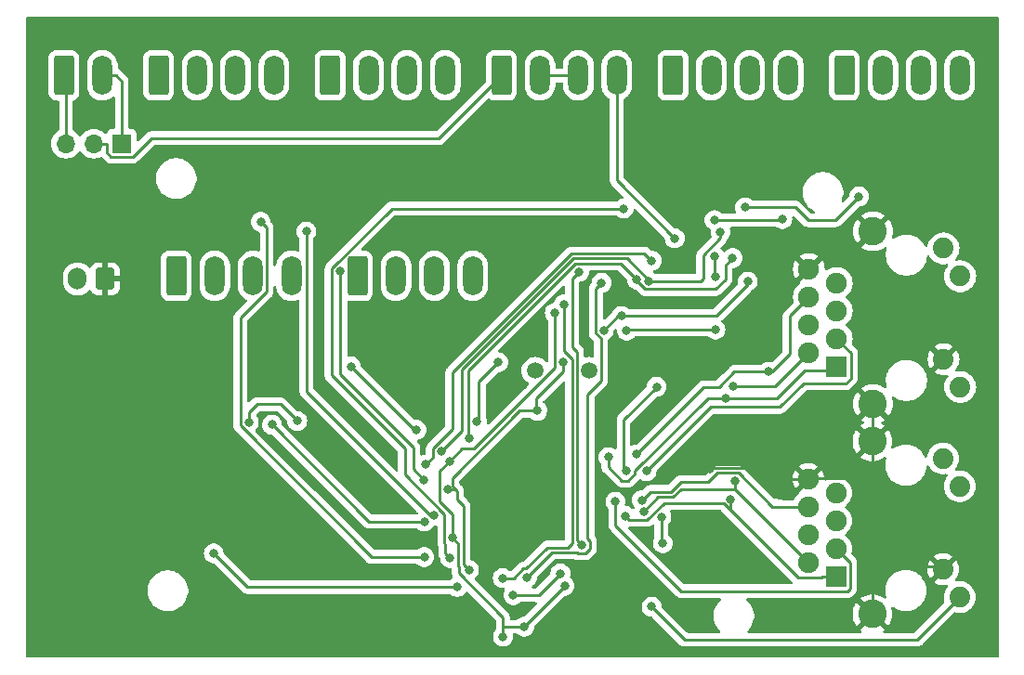
<source format=gbr>
%TF.GenerationSoftware,KiCad,Pcbnew,8.0.5*%
%TF.CreationDate,2024-10-29T23:36:48+01:00*%
%TF.ProjectId,8In-8Out-LAN9252-only,38496e2d-384f-4757-942d-4c414e393235,rev?*%
%TF.SameCoordinates,Original*%
%TF.FileFunction,Copper,L2,Bot*%
%TF.FilePolarity,Positive*%
%FSLAX46Y46*%
G04 Gerber Fmt 4.6, Leading zero omitted, Abs format (unit mm)*
G04 Created by KiCad (PCBNEW 8.0.5) date 2024-10-29 23:36:48*
%MOMM*%
%LPD*%
G01*
G04 APERTURE LIST*
G04 Aperture macros list*
%AMRoundRect*
0 Rectangle with rounded corners*
0 $1 Rounding radius*
0 $2 $3 $4 $5 $6 $7 $8 $9 X,Y pos of 4 corners*
0 Add a 4 corners polygon primitive as box body*
4,1,4,$2,$3,$4,$5,$6,$7,$8,$9,$2,$3,0*
0 Add four circle primitives for the rounded corners*
1,1,$1+$1,$2,$3*
1,1,$1+$1,$4,$5*
1,1,$1+$1,$6,$7*
1,1,$1+$1,$8,$9*
0 Add four rect primitives between the rounded corners*
20,1,$1+$1,$2,$3,$4,$5,0*
20,1,$1+$1,$4,$5,$6,$7,0*
20,1,$1+$1,$6,$7,$8,$9,0*
20,1,$1+$1,$8,$9,$2,$3,0*%
G04 Aperture macros list end*
%TA.AperFunction,ComponentPad*%
%ADD10RoundRect,0.250000X-0.650000X-1.550000X0.650000X-1.550000X0.650000X1.550000X-0.650000X1.550000X0*%
%TD*%
%TA.AperFunction,ComponentPad*%
%ADD11O,1.800000X3.600000*%
%TD*%
%TA.AperFunction,ComponentPad*%
%ADD12RoundRect,0.250000X0.600000X0.750000X-0.600000X0.750000X-0.600000X-0.750000X0.600000X-0.750000X0*%
%TD*%
%TA.AperFunction,ComponentPad*%
%ADD13O,1.700000X2.000000*%
%TD*%
%TA.AperFunction,ComponentPad*%
%ADD14C,1.500000*%
%TD*%
%TA.AperFunction,ComponentPad*%
%ADD15R,1.700000X1.700000*%
%TD*%
%TA.AperFunction,ComponentPad*%
%ADD16O,1.700000X1.700000*%
%TD*%
%TA.AperFunction,ComponentPad*%
%ADD17C,2.600000*%
%TD*%
%TA.AperFunction,ComponentPad*%
%ADD18C,1.890000*%
%TD*%
%TA.AperFunction,ComponentPad*%
%ADD19C,1.900000*%
%TD*%
%TA.AperFunction,ComponentPad*%
%ADD20R,1.900000X1.900000*%
%TD*%
%TA.AperFunction,ViaPad*%
%ADD21C,0.800000*%
%TD*%
%TA.AperFunction,Conductor*%
%ADD22C,0.250000*%
%TD*%
G04 APERTURE END LIST*
D10*
%TO.P,J1,1,Pin_1*%
%TO.N,-24V_FIELD*%
X146222500Y-68072000D03*
D11*
%TO.P,J1,2,Pin_2*%
%TO.N,+24V_FIELD*%
X149722500Y-68072000D03*
%TD*%
D10*
%TO.P,J5,1,Pin_1*%
%TO.N,Net-(J5-Pin_1)*%
X172974000Y-86360000D03*
D11*
%TO.P,J5,2,Pin_2*%
%TO.N,Net-(J5-Pin_2)*%
X176474000Y-86360000D03*
%TO.P,J5,3,Pin_3*%
%TO.N,Net-(J5-Pin_3)*%
X179974000Y-86360000D03*
%TO.P,J5,4,Pin_4*%
%TO.N,Net-(J5-Pin_4)*%
X183474000Y-86360000D03*
%TD*%
D12*
%TO.P,J8,1,Pin_1*%
%TO.N,GND*%
X149967000Y-86630300D03*
D13*
%TO.P,J8,2,Pin_2*%
%TO.N,+5V*%
X147467000Y-86630300D03*
%TD*%
D14*
%TO.P,Y1,1,1*%
%TO.N,Net-(U3-OSCO)*%
X189176000Y-94996000D03*
%TO.P,Y1,2,2*%
%TO.N,Net-(U3-OSCI)*%
X194056000Y-94996000D03*
%TD*%
D15*
%TO.P,J9,1,Pin_1*%
%TO.N,+24V_FIELD*%
X151496000Y-74295000D03*
D16*
%TO.P,J9,2,Pin_2*%
%TO.N,24V_COMMON*%
X148956000Y-74295000D03*
%TO.P,J9,3,Pin_3*%
%TO.N,-24V_FIELD*%
X146416000Y-74295000D03*
%TD*%
D10*
%TO.P,J3,1,Pin_1*%
%TO.N,Net-(D15-K)*%
X201717000Y-68072000D03*
D11*
%TO.P,J3,2,Pin_2*%
%TO.N,Net-(D13-K)*%
X205217000Y-68072000D03*
%TO.P,J3,3,Pin_3*%
%TO.N,Net-(D11-K)*%
X208717000Y-68072000D03*
%TO.P,J3,4,Pin_4*%
%TO.N,Net-(D10-A)*%
X212217000Y-68072000D03*
%TD*%
D17*
%TO.P,IN1,SH,CHS_GND*%
%TO.N,GND*%
X219887800Y-117195600D03*
X219887800Y-101447600D03*
D18*
%TO.P,IN1,12*%
%TO.N,unconnected-(IN1-Pad12)*%
X226314000Y-102997000D03*
%TO.P,IN1,11*%
%TO.N,unconnected-(IN1-Pad11)*%
X227838000Y-105537000D03*
%TO.P,IN1,10*%
%TO.N,GND*%
X226314000Y-113106200D03*
%TO.P,IN1,9*%
%TO.N,Net-(IN1-Pad9)*%
X227838000Y-115646200D03*
D19*
%TO.P,IN1,8,CHS_GND*%
%TO.N,GND*%
X214045800Y-104876600D03*
%TO.P,IN1,7,NC*%
%TO.N,unconnected-(IN1-NC-Pad7)*%
X216585800Y-106146600D03*
%TO.P,IN1,6,RD-*%
%TO.N,RXNA*%
X214045800Y-107416600D03*
%TO.P,IN1,5,RCT*%
%TO.N,Net-(IN1-RCT)*%
X216585800Y-108686600D03*
%TO.P,IN1,4,TCT*%
X214045800Y-109956600D03*
%TO.P,IN1,3,RD+*%
%TO.N,RXPA*%
X216585800Y-111226600D03*
%TO.P,IN1,2,TD-*%
%TO.N,TXNA*%
X214045800Y-112496600D03*
D20*
%TO.P,IN1,1,TD+*%
%TO.N,TXPA*%
X216585800Y-113766600D03*
%TD*%
D10*
%TO.P,J2,1,Pin_1*%
%TO.N,Net-(D7-K)*%
X217338000Y-68072000D03*
D11*
%TO.P,J2,2,Pin_2*%
%TO.N,Net-(D5-K)*%
X220838000Y-68072000D03*
%TO.P,J2,3,Pin_3*%
%TO.N,Net-(D3-K)*%
X224338000Y-68072000D03*
%TO.P,J2,4,Pin_4*%
%TO.N,Net-(D1-K)*%
X227838000Y-68072000D03*
%TD*%
D10*
%TO.P,J4,1,Pin_1*%
%TO.N,Net-(J4-Pin_1)*%
X170475000Y-68072000D03*
D11*
%TO.P,J4,2,Pin_2*%
%TO.N,Net-(J4-Pin_2)*%
X173975000Y-68072000D03*
%TO.P,J4,3,Pin_3*%
%TO.N,Net-(J4-Pin_3)*%
X177475000Y-68072000D03*
%TO.P,J4,4,Pin_4*%
%TO.N,Net-(J4-Pin_4)*%
X180975000Y-68072000D03*
%TD*%
D10*
%TO.P,J7,1,Pin_1*%
%TO.N,Net-(J7-Pin_1)*%
X156464000Y-86360000D03*
D11*
%TO.P,J7,2,Pin_2*%
%TO.N,Net-(J7-Pin_2)*%
X159964000Y-86360000D03*
%TO.P,J7,3,Pin_3*%
%TO.N,Net-(J7-Pin_3)*%
X163464000Y-86360000D03*
%TO.P,J7,4,Pin_4*%
%TO.N,Net-(J7-Pin_4)*%
X166964000Y-86360000D03*
%TD*%
D10*
%TO.P,J10,1,Pin_1*%
%TO.N,24V_COMMON*%
X186096000Y-68072000D03*
D11*
%TO.P,J10,2,Pin_2*%
X189596000Y-68072000D03*
%TO.P,J10,3,Pin_3*%
X193096000Y-68072000D03*
%TO.P,J10,4,Pin_4*%
X196596000Y-68072000D03*
%TD*%
D17*
%TO.P,OUT1,SH,CHS_GND*%
%TO.N,GND*%
X219944000Y-98044000D03*
X219944000Y-82296000D03*
D18*
%TO.P,OUT1,12*%
%TO.N,unconnected-(OUT1-Pad12)*%
X226370200Y-83845400D03*
%TO.P,OUT1,11*%
%TO.N,unconnected-(OUT1-Pad11)*%
X227894200Y-86385400D03*
%TO.P,OUT1,10*%
%TO.N,GND*%
X226370200Y-93954600D03*
%TO.P,OUT1,9*%
%TO.N,Net-(OUT1-Pad9)*%
X227894200Y-96494600D03*
D19*
%TO.P,OUT1,8,CHS_GND*%
%TO.N,GND*%
X214102000Y-85725000D03*
%TO.P,OUT1,7,NC*%
%TO.N,unconnected-(OUT1-NC-Pad7)*%
X216642000Y-86995000D03*
%TO.P,OUT1,6,RD-*%
%TO.N,RXNB*%
X214102000Y-88265000D03*
%TO.P,OUT1,5,RCT*%
%TO.N,Net-(OUT1-RCT)*%
X216642000Y-89535000D03*
%TO.P,OUT1,4,TCT*%
X214102000Y-90805000D03*
%TO.P,OUT1,3,RD+*%
%TO.N,RXPB*%
X216642000Y-92075000D03*
%TO.P,OUT1,2,TD-*%
%TO.N,TXNB*%
X214102000Y-93345000D03*
D20*
%TO.P,OUT1,1,TD+*%
%TO.N,TXPB*%
X216642000Y-94615000D03*
%TD*%
D10*
%TO.P,J6,1,Pin_1*%
%TO.N,Net-(J6-Pin_1)*%
X154854000Y-68072000D03*
D11*
%TO.P,J6,2,Pin_2*%
%TO.N,Net-(J6-Pin_2)*%
X158354000Y-68072000D03*
%TO.P,J6,3,Pin_3*%
%TO.N,Net-(J6-Pin_3)*%
X161854000Y-68072000D03*
%TO.P,J6,4,Pin_4*%
%TO.N,Net-(J6-Pin_4)*%
X165354000Y-68072000D03*
%TD*%
D21*
%TO.N,+1V2*%
X181242000Y-105842500D03*
X191710129Y-94254146D03*
X189371000Y-98654600D03*
X183134000Y-113157000D03*
%TO.N,VDD12TX1*%
X197485000Y-104140000D03*
X200222000Y-96464300D03*
%TO.N,+3.3V*%
X188165500Y-118338500D03*
X181602000Y-110223000D03*
X186224000Y-119253000D03*
X190958000Y-89711600D03*
X191851800Y-114621000D03*
X181341998Y-103251000D03*
%TO.N,GND*%
X196596000Y-92710000D03*
X190642000Y-98898100D03*
X197231000Y-112141000D03*
X224409000Y-106807000D03*
X224282000Y-87884000D03*
X214884000Y-67945000D03*
X169164000Y-117094000D03*
X192913000Y-82042000D03*
X217805000Y-77724000D03*
X152400000Y-67564000D03*
X199263000Y-99441000D03*
X203708000Y-117094000D03*
X229362000Y-91186000D03*
X189611000Y-91888600D03*
X217551000Y-102489000D03*
X230378000Y-67437000D03*
X206248000Y-110109000D03*
X211455000Y-86995000D03*
X179959000Y-71628000D03*
X171577000Y-103759000D03*
X149606000Y-110363000D03*
X179705000Y-76708000D03*
X199009000Y-70993000D03*
X171958000Y-113030000D03*
X193040000Y-77597000D03*
X220218000Y-90170000D03*
X215519000Y-117195600D03*
X178435000Y-113411000D03*
X155702000Y-92456000D03*
X188392000Y-105918000D03*
X194818000Y-70866000D03*
X224917000Y-110617000D03*
X205120800Y-103956300D03*
X215519000Y-99695000D03*
X188048617Y-96304383D03*
X197231000Y-97155000D03*
X180340000Y-93599000D03*
X193548000Y-91440000D03*
X182626000Y-90805000D03*
X212725000Y-82931000D03*
X188341000Y-116713000D03*
X226568000Y-78740000D03*
X197993000Y-76454000D03*
X146812000Y-81026000D03*
X212217000Y-78105000D03*
X185674000Y-103505000D03*
X171577000Y-103759000D03*
X197231000Y-97155000D03*
X207645000Y-82677000D03*
X167767000Y-67437000D03*
X199898000Y-78994000D03*
X214757000Y-75057000D03*
X198374000Y-82677000D03*
X178181000Y-117475000D03*
X169545000Y-86233000D03*
%TO.N,IN0*%
X197237000Y-80205900D03*
X181401000Y-112093900D03*
%TO.N,OUT9*%
X164161700Y-81425700D03*
X179055000Y-111988100D03*
%TO.N,OUT11*%
X179024400Y-104930000D03*
X171399000Y-85926200D03*
%TO.N,OUT10*%
X168317300Y-82296000D03*
X179951600Y-108199400D03*
%TO.N,I2C_SDA*%
X159876500Y-111657200D03*
X182047100Y-114728400D03*
%TO.N,TXPA*%
X197354201Y-108240831D03*
X206925400Y-106723900D03*
%TO.N,TXNA*%
X207337900Y-105040300D03*
X199043458Y-107816603D03*
%TO.N,RXPA*%
X196469000Y-106934000D03*
%TO.N,RXNA*%
X198882000Y-106807000D03*
%TO.N,TXPB*%
X206502000Y-97536000D03*
X195834000Y-102870000D03*
%TO.N,TXNB*%
X207244200Y-96398900D03*
%TO.N,RXPB*%
X199308400Y-104160000D03*
%TO.N,RXNB*%
X198407500Y-102630500D03*
X210440000Y-95092500D03*
%TO.N,Net-(IN1-Pad9)*%
X199771000Y-116525000D03*
%TO.N,OUT14*%
X165190100Y-99926800D03*
X179060000Y-108739500D03*
%TO.N,IN3*%
X193167000Y-85979000D03*
X193392000Y-110881793D03*
%TO.N,IN2*%
X191757000Y-88958600D03*
X186207000Y-113906000D03*
%TO.N,IN4*%
X179189198Y-103559734D03*
X199771000Y-84963000D03*
%TO.N,IN1*%
X188420641Y-113854808D03*
X195199000Y-86989500D03*
%TO.N,IN7*%
X183844500Y-99638600D03*
X197013600Y-89995900D03*
X195413400Y-91303100D03*
X208534000Y-86868000D03*
X185800996Y-94234000D03*
%TO.N,LINKACTLED1*%
X191457659Y-113487700D03*
X187171566Y-115464922D03*
%TO.N,IN5*%
X180607000Y-102362000D03*
X206039000Y-82341400D03*
X199499000Y-86817400D03*
%TO.N,IN6*%
X183188000Y-101137000D03*
X207150800Y-84729500D03*
X198432300Y-86702100D03*
%TO.N,OUT8*%
X178357000Y-100382000D03*
X172372000Y-94612100D03*
%TO.N,Net-(RN5-R2.1)*%
X208286200Y-80106000D03*
X218668000Y-79111200D03*
%TO.N,Net-(RN5-R3.1)*%
X211680900Y-81189000D03*
X205502000Y-81272100D03*
%TO.N,Net-(RN10-R1.1)*%
X167480900Y-99592600D03*
X163068000Y-99695000D03*
%TO.N,Net-(U3-RBIAS)*%
X200787000Y-110744000D03*
X200660000Y-108331000D03*
%TO.N,Net-(RN3-R4.1)*%
X197500300Y-91335400D03*
X205588100Y-91244800D03*
%TO.N,Net-(RN3-R2.1)*%
X205617000Y-86462400D03*
X205467557Y-84553459D03*
%TO.N,24V_COMMON*%
X201873900Y-82927400D03*
%TD*%
D22*
%TO.N,+1V2*%
X189230000Y-98513600D02*
X189230000Y-97536000D01*
X189230000Y-97536000D02*
X191710129Y-95055871D01*
X181610000Y-105534000D02*
X181610000Y-104775000D01*
X181610000Y-104775000D02*
X187730400Y-98654600D01*
X182626000Y-107315000D02*
X182051000Y-106740000D01*
X187730400Y-98654600D02*
X189371000Y-98654600D01*
X183134000Y-113157000D02*
X182626000Y-112649000D01*
X182051000Y-105975000D02*
X181918500Y-105842500D01*
X182051000Y-106740000D02*
X182051000Y-105975000D01*
X181918500Y-105842500D02*
X181242000Y-105842500D01*
X182051000Y-105975000D02*
X181610000Y-105534000D01*
X191710129Y-95055871D02*
X191710129Y-94254146D01*
X189371000Y-98654600D02*
X189230000Y-98513600D01*
X182626000Y-112649000D02*
X182626000Y-107315000D01*
%TO.N,VDD12TX1*%
X197208500Y-99477800D02*
X197208500Y-103863500D01*
X197208500Y-103863500D02*
X197485000Y-104140000D01*
X200222000Y-96464300D02*
X197208500Y-99477800D01*
%TO.N,+3.3V*%
X180467000Y-106957000D02*
X181602000Y-108092000D01*
X186224000Y-117482600D02*
X182214000Y-113472600D01*
X182176000Y-110797000D02*
X181602000Y-110223000D01*
X186224000Y-118338500D02*
X186224000Y-117482600D01*
X181341998Y-103251000D02*
X182484998Y-102108000D01*
X181602000Y-108092000D02*
X181602000Y-110223000D01*
X190958000Y-94756900D02*
X190958000Y-89711600D01*
X181341998Y-103251000D02*
X180467000Y-104125998D01*
X182214000Y-112873396D02*
X182176000Y-112835396D01*
X186224000Y-118338500D02*
X188165500Y-118338500D01*
X188165500Y-118338500D02*
X188165500Y-118307300D01*
X182176000Y-112835396D02*
X182176000Y-110797000D01*
X182484998Y-102108000D02*
X183606900Y-102108000D01*
X182214000Y-113472600D02*
X182214000Y-112873396D01*
X183606900Y-102108000D02*
X190958000Y-94756900D01*
X180467000Y-104125998D02*
X180467000Y-106957000D01*
X186224000Y-119253000D02*
X186224000Y-118338500D01*
X188165500Y-118307300D02*
X191851800Y-114621000D01*
%TO.N,GND*%
X226021300Y-112813500D02*
X221943900Y-112813500D01*
X209522000Y-103858000D02*
X205219100Y-103858000D01*
X219887800Y-104811900D02*
X214110500Y-104811900D01*
X214110500Y-104811900D02*
X214045800Y-104876600D01*
X221943900Y-112813500D02*
X219887800Y-110757400D01*
X219887800Y-114869600D02*
X219887800Y-117195600D01*
X219887800Y-98100200D02*
X219887800Y-101447600D01*
X221943900Y-112813500D02*
X219887800Y-114869600D01*
X210540600Y-104876600D02*
X209522000Y-103858000D01*
X226314000Y-113106200D02*
X226021300Y-112813500D01*
X205219100Y-103858000D02*
X205120800Y-103956300D01*
X219887800Y-104811900D02*
X219887800Y-101447600D01*
X219887800Y-110757400D02*
X219887800Y-104811900D01*
X219944000Y-98044000D02*
X219887800Y-98100200D01*
X214045800Y-104876600D02*
X210540600Y-104876600D01*
%TO.N,IN0*%
X170600000Y-85692600D02*
X170600000Y-95416000D01*
X180958000Y-111650900D02*
X181401000Y-112093900D01*
X177292000Y-102108000D02*
X177292000Y-104502700D01*
X180958000Y-110805000D02*
X180958000Y-111650900D01*
X197237000Y-80205900D02*
X176087000Y-80205900D01*
X180876000Y-110723000D02*
X180958000Y-110805000D01*
X177292000Y-104502700D02*
X180876000Y-108086700D01*
X176087000Y-80205900D02*
X170600000Y-85692600D01*
X170600000Y-95416000D02*
X177292000Y-102108000D01*
X180876000Y-108086700D02*
X180876000Y-110723000D01*
%TO.N,OUT9*%
X179055000Y-111988100D02*
X174265084Y-111988100D01*
X164690700Y-87768200D02*
X164690700Y-81954700D01*
X174265084Y-111988100D02*
X162293000Y-100016016D01*
X162293000Y-100016016D02*
X162293000Y-90165900D01*
X164690700Y-81954700D02*
X164161700Y-81425700D01*
X162293000Y-90165900D02*
X164690700Y-87768200D01*
%TO.N,OUT11*%
X178054000Y-101981000D02*
X178054000Y-103959600D01*
X171399000Y-85926200D02*
X171399000Y-95326000D01*
X178054000Y-103959600D02*
X179024400Y-104930000D01*
X171399000Y-95326000D02*
X178054000Y-101981000D01*
%TO.N,OUT10*%
X179622900Y-108199400D02*
X168317300Y-96893800D01*
X179951600Y-108199400D02*
X179622900Y-108199400D01*
X168317300Y-96893800D02*
X168317300Y-82296000D01*
%TO.N,I2C_SDA*%
X182047100Y-114728400D02*
X162947700Y-114728400D01*
X162947700Y-114728400D02*
X159876500Y-111657200D01*
%TO.N,TXPA*%
X206923800Y-106725500D02*
X206925400Y-106723900D01*
X206923800Y-107667600D02*
X206923800Y-106725500D01*
X215309100Y-113766600D02*
X215221700Y-113854000D01*
X197704973Y-108591603D02*
X197354201Y-108240831D01*
X206317200Y-107061000D02*
X200895077Y-107061000D01*
X200895077Y-107061000D02*
X199364474Y-108591603D01*
X215221700Y-113854000D02*
X213110200Y-113854000D01*
X199364474Y-108591603D02*
X197704973Y-108591603D01*
X213110200Y-113854000D02*
X206923800Y-107667600D01*
X216585800Y-113766600D02*
X215309100Y-113766600D01*
X206923800Y-107667600D02*
X206317200Y-107061000D01*
%TO.N,TXNA*%
X214045800Y-112496600D02*
X207337900Y-105788700D01*
X200365061Y-106495000D02*
X199043458Y-107816603D01*
X202441696Y-105788700D02*
X201735396Y-106495000D01*
X207337900Y-105788700D02*
X207337900Y-105040300D01*
X201735396Y-106495000D02*
X200365061Y-106495000D01*
X207337900Y-105788700D02*
X202441696Y-105788700D01*
%TO.N,RXPA*%
X217621900Y-115092600D02*
X202468600Y-115092600D01*
X217862500Y-114852000D02*
X217621900Y-115092600D01*
X196469000Y-109093000D02*
X196469000Y-106934000D01*
X202468600Y-115092600D02*
X196469000Y-109093000D01*
X216585800Y-111226600D02*
X217862500Y-112503300D01*
X217862500Y-112503300D02*
X217862500Y-114852000D01*
%TO.N,RXNA*%
X207689400Y-104311400D02*
X205795000Y-104311400D01*
X210794600Y-107416600D02*
X207689400Y-104311400D01*
X214045800Y-107416600D02*
X210794600Y-107416600D01*
X204950400Y-105156000D02*
X202438000Y-105156000D01*
X199644000Y-106045000D02*
X198882000Y-106807000D01*
X201549000Y-106045000D02*
X199644000Y-106045000D01*
X205795000Y-104311400D02*
X204950400Y-105156000D01*
X202438000Y-105156000D02*
X201549000Y-106045000D01*
%TO.N,TXPB*%
X197658992Y-105015852D02*
X197082460Y-105015852D01*
X216261000Y-94996000D02*
X213741000Y-94996000D01*
X197082460Y-105015852D02*
X195834000Y-103767392D01*
X213741000Y-94996000D02*
X211201000Y-97536000D01*
X198260000Y-104414844D02*
X197658992Y-105015852D01*
X198260000Y-104160844D02*
X198260000Y-104414844D01*
X195834000Y-103767392D02*
X195834000Y-102870000D01*
X206502000Y-97536000D02*
X204884844Y-97536000D01*
X216642000Y-94615000D02*
X216261000Y-94996000D01*
X211201000Y-97536000D02*
X206502000Y-97536000D01*
X204884844Y-97536000D02*
X198260000Y-104160844D01*
%TO.N,TXNB*%
X211048100Y-96398900D02*
X207244200Y-96398900D01*
X214102000Y-93345000D02*
X211048100Y-96398900D01*
%TO.N,RXPB*%
X205157400Y-98311000D02*
X199308400Y-104160000D01*
X216642000Y-92075000D02*
X217918700Y-93351700D01*
X211442000Y-98311000D02*
X205157400Y-98311000D01*
X217480100Y-96139000D02*
X213614000Y-96139000D01*
X213614000Y-96139000D02*
X211442000Y-98311000D01*
X217918700Y-93351700D02*
X217918700Y-95700400D01*
X217918700Y-95700400D02*
X217480100Y-96139000D01*
%TO.N,RXNB*%
X207318500Y-95092500D02*
X205891000Y-96520000D01*
X212344000Y-93472000D02*
X212344000Y-90023000D01*
X205891000Y-96520000D02*
X204518000Y-96520000D01*
X210440000Y-95092500D02*
X210723500Y-95092500D01*
X212344000Y-90023000D02*
X214102000Y-88265000D01*
X210440000Y-95092500D02*
X207318500Y-95092500D01*
X204518000Y-96520000D02*
X198407500Y-102630500D01*
X210723500Y-95092500D02*
X212344000Y-93472000D01*
%TO.N,Net-(IN1-Pad9)*%
X202774000Y-119528000D02*
X199771000Y-116525000D01*
X227838000Y-115646200D02*
X223956200Y-119528000D01*
X223956200Y-119528000D02*
X202774000Y-119528000D01*
%TO.N,OUT14*%
X179060000Y-108739500D02*
X174002800Y-108739500D01*
X174002800Y-108739500D02*
X165190100Y-99926800D01*
%TO.N,-24V_FIELD*%
X146416000Y-74295000D02*
X146416000Y-68265500D01*
X146416000Y-68265500D02*
X146222500Y-68072000D01*
%TO.N,+24V_FIELD*%
X151496000Y-74295000D02*
X151496000Y-68618800D01*
X151496000Y-68618800D02*
X150949200Y-68072000D01*
X149722500Y-68072000D02*
X150949200Y-68072000D01*
%TO.N,IN3*%
X192981000Y-93286000D02*
X192981000Y-110470793D01*
X192532000Y-92837000D02*
X192981000Y-93286000D01*
X192532000Y-86614000D02*
X192532000Y-92837000D01*
X192981000Y-110470793D02*
X193392000Y-110881793D01*
X193167000Y-85979000D02*
X192532000Y-86614000D01*
%TO.N,IN2*%
X192531000Y-110745000D02*
X192531000Y-93979000D01*
X186207000Y-113906000D02*
X187211000Y-113906000D01*
X188087000Y-113030000D02*
X188341000Y-113030000D01*
X192531000Y-93979000D02*
X191757000Y-93205000D01*
X192151000Y-111125000D02*
X192531000Y-110745000D01*
X188341000Y-113030000D02*
X190246000Y-111125000D01*
X190246000Y-111125000D02*
X192151000Y-111125000D01*
X191757000Y-93205000D02*
X191757000Y-88958600D01*
X187211000Y-113906000D02*
X188087000Y-113030000D01*
%TO.N,IN4*%
X181610000Y-100330000D02*
X179832000Y-102108000D01*
X179832000Y-102916932D02*
X179189198Y-103559734D01*
X181610000Y-95167192D02*
X181610000Y-100330000D01*
X199771000Y-84963000D02*
X199112000Y-84304000D01*
X199112000Y-84304000D02*
X192473192Y-84304000D01*
X179832000Y-102108000D02*
X179832000Y-102916932D01*
X192473192Y-84304000D02*
X181610000Y-95167192D01*
%TO.N,IN1*%
X194686700Y-91604000D02*
X195141000Y-92058300D01*
X193713016Y-111656793D02*
X193070984Y-111656793D01*
X193929000Y-97155000D02*
X193929000Y-110322777D01*
X193929000Y-110322777D02*
X194167000Y-110560777D01*
X194167000Y-110560777D02*
X194167000Y-111202809D01*
X190696449Y-111579000D02*
X188420641Y-113854808D01*
X195141000Y-92058300D02*
X195141000Y-95943000D01*
X195141000Y-95943000D02*
X193929000Y-97155000D01*
X193070984Y-111656793D02*
X192993191Y-111579000D01*
X194686700Y-87501800D02*
X194686700Y-91604000D01*
X192993191Y-111579000D02*
X190696449Y-111579000D01*
X195199000Y-86989500D02*
X194686700Y-87501800D01*
X194167000Y-111202809D02*
X193713016Y-111656793D01*
%TO.N,IN7*%
X197013600Y-89995900D02*
X205660100Y-89995900D01*
X196720600Y-89995900D02*
X195413400Y-91303100D01*
X208534000Y-87122000D02*
X208534000Y-86868000D01*
X197013600Y-89995900D02*
X196720600Y-89995900D01*
X184023000Y-99460100D02*
X184023000Y-96011996D01*
X205660100Y-89995900D02*
X208534000Y-87122000D01*
X184023000Y-96011996D02*
X185800996Y-94234000D01*
X183844500Y-99638600D02*
X184023000Y-99460100D01*
%TO.N,LINKACTLED1*%
X187171566Y-115464922D02*
X189480437Y-115464922D01*
X189480437Y-115464922D02*
X191457659Y-113487700D01*
%TO.N,IN5*%
X199499000Y-86817400D02*
X199499000Y-86741100D01*
X182499000Y-94914588D02*
X182499000Y-100470000D01*
X199499000Y-86817400D02*
X204266600Y-86817400D01*
X204470000Y-86614000D02*
X204470000Y-84455000D01*
X206039000Y-82886000D02*
X206039000Y-82341400D01*
X197511900Y-84754000D02*
X192659588Y-84754000D01*
X199499000Y-86741100D02*
X197511900Y-84754000D01*
X192659588Y-84754000D02*
X182499000Y-94914588D01*
X204470000Y-84455000D02*
X206039000Y-82886000D01*
X204266600Y-86817400D02*
X204470000Y-86614000D01*
X182499000Y-100470000D02*
X180607000Y-102362000D01*
%TO.N,IN6*%
X205617200Y-87546600D02*
X199141000Y-87546600D01*
X198364300Y-86770200D02*
X198432300Y-86702100D01*
X206489000Y-86674800D02*
X205617200Y-87546600D01*
X207150800Y-84729500D02*
X206489000Y-85391300D01*
X199141000Y-87546600D02*
X198364300Y-86770200D01*
X192845984Y-85204000D02*
X183072000Y-94977984D01*
X206489000Y-85391300D02*
X206489000Y-86674800D01*
X198432300Y-86702200D02*
X198432300Y-86702100D01*
X183072000Y-94977984D02*
X183072000Y-101021000D01*
X198432300Y-86702100D02*
X196934200Y-85204000D01*
X196934200Y-85204000D02*
X192845984Y-85204000D01*
X183072000Y-101021000D02*
X183188000Y-101137000D01*
X198364300Y-86770200D02*
X198432300Y-86702200D01*
%TO.N,OUT8*%
X178142600Y-100382000D02*
X172372000Y-94612100D01*
X178357000Y-100382000D02*
X178142600Y-100382000D01*
%TO.N,Net-(RN5-R2.1)*%
X218668000Y-79111200D02*
X216499200Y-81280000D01*
X216499200Y-81280000D02*
X214035800Y-81280000D01*
X214035800Y-81280000D02*
X212861800Y-80106000D01*
X212861800Y-80106000D02*
X208286200Y-80106000D01*
%TO.N,Net-(RN5-R3.1)*%
X205502000Y-81272100D02*
X211578000Y-81272100D01*
X211666800Y-81189000D02*
X211680900Y-81189000D01*
X211664000Y-81186200D02*
X211666800Y-81189000D01*
X211578000Y-81272100D02*
X211664000Y-81186200D01*
%TO.N,Net-(RN10-R1.1)*%
X163068000Y-98806000D02*
X163068000Y-99695000D01*
X165932300Y-98044000D02*
X163830000Y-98044000D01*
X163830000Y-98044000D02*
X163068000Y-98806000D01*
X167480900Y-99592600D02*
X165932300Y-98044000D01*
%TO.N,Net-(U3-RBIAS)*%
X200660000Y-110617000D02*
X200787000Y-110744000D01*
X200660000Y-108331000D02*
X200660000Y-110617000D01*
%TO.N,Net-(RN3-R4.1)*%
X197590900Y-91244800D02*
X197500300Y-91335400D01*
X205588100Y-91244800D02*
X197590900Y-91244800D01*
%TO.N,Net-(RN3-R2.1)*%
X205617000Y-86462400D02*
X205467557Y-86312957D01*
X205467557Y-86312957D02*
X205467557Y-84553459D01*
%TO.N,24V_COMMON*%
X180381000Y-73787000D02*
X154166100Y-73787000D01*
X150500400Y-75471700D02*
X150132700Y-75104000D01*
X193096000Y-68072000D02*
X189596000Y-68072000D01*
X150132700Y-74295000D02*
X148956000Y-74295000D01*
X196596000Y-68072000D02*
X196596000Y-77649500D01*
X152481400Y-75471700D02*
X150500400Y-75471700D01*
X196596000Y-77649500D02*
X201873900Y-82927400D01*
X154166100Y-73787000D02*
X152481400Y-75471700D01*
X186096000Y-68072000D02*
X180381000Y-73787000D01*
X150132700Y-75104000D02*
X150132700Y-74295000D01*
%TD*%
%TA.AperFunction,Conductor*%
%TO.N,GND*%
G36*
X191824834Y-95928270D02*
G01*
X191880767Y-95970142D01*
X191905184Y-96035606D01*
X191905500Y-96044452D01*
X191905500Y-110375500D01*
X191885815Y-110442539D01*
X191833011Y-110488294D01*
X191781500Y-110499500D01*
X190184389Y-110499500D01*
X190123971Y-110511518D01*
X190080743Y-110520116D01*
X190063546Y-110523537D01*
X190022478Y-110540549D01*
X190022477Y-110540549D01*
X189949714Y-110570688D01*
X189949713Y-110570688D01*
X189939809Y-110577307D01*
X189939806Y-110577309D01*
X189847268Y-110639140D01*
X189825016Y-110661393D01*
X189760142Y-110726267D01*
X189760139Y-110726270D01*
X188118229Y-112368181D01*
X188056906Y-112401666D01*
X188030548Y-112404500D01*
X188025389Y-112404500D01*
X187967062Y-112416102D01*
X187964971Y-112416518D01*
X187927259Y-112424019D01*
X187904550Y-112428536D01*
X187904548Y-112428537D01*
X187871207Y-112442347D01*
X187790719Y-112475684D01*
X187790705Y-112475692D01*
X187688272Y-112544138D01*
X187688264Y-112544144D01*
X186993596Y-113238813D01*
X186932273Y-113272298D01*
X186862581Y-113267314D01*
X186818078Y-113237041D01*
X186817701Y-113237461D01*
X186814627Y-113234693D01*
X186813771Y-113234111D01*
X186812873Y-113233114D01*
X186812869Y-113233110D01*
X186659734Y-113121851D01*
X186659729Y-113121848D01*
X186486807Y-113044857D01*
X186486802Y-113044855D01*
X186341001Y-113013865D01*
X186301646Y-113005500D01*
X186112354Y-113005500D01*
X186079897Y-113012398D01*
X185927197Y-113044855D01*
X185927192Y-113044857D01*
X185754270Y-113121848D01*
X185754265Y-113121851D01*
X185601129Y-113233111D01*
X185474466Y-113373785D01*
X185379821Y-113537715D01*
X185379818Y-113537722D01*
X185330596Y-113689214D01*
X185321326Y-113717744D01*
X185301540Y-113906000D01*
X185321326Y-114094256D01*
X185321327Y-114094259D01*
X185379818Y-114274277D01*
X185379821Y-114274284D01*
X185474467Y-114438216D01*
X185557826Y-114530795D01*
X185601129Y-114578888D01*
X185754265Y-114690148D01*
X185754270Y-114690151D01*
X185927192Y-114767142D01*
X185927197Y-114767144D01*
X186112354Y-114806500D01*
X186112355Y-114806500D01*
X186297124Y-114806500D01*
X186364163Y-114826185D01*
X186409918Y-114878989D01*
X186419862Y-114948147D01*
X186404511Y-114992500D01*
X186344387Y-115096637D01*
X186344384Y-115096644D01*
X186291107Y-115260616D01*
X186285892Y-115276666D01*
X186266106Y-115464922D01*
X186285892Y-115653178D01*
X186285893Y-115653181D01*
X186344384Y-115833199D01*
X186344387Y-115833206D01*
X186439033Y-115997138D01*
X186547104Y-116117163D01*
X186565695Y-116137810D01*
X186718831Y-116249070D01*
X186718836Y-116249073D01*
X186891758Y-116326064D01*
X186891763Y-116326066D01*
X187076920Y-116365422D01*
X187076921Y-116365422D01*
X187266210Y-116365422D01*
X187266212Y-116365422D01*
X187451369Y-116326066D01*
X187624296Y-116249073D01*
X187777437Y-116137810D01*
X187780354Y-116134569D01*
X187783166Y-116131448D01*
X187842653Y-116094801D01*
X187875314Y-116090422D01*
X189198426Y-116090422D01*
X189265465Y-116110107D01*
X189311220Y-116162911D01*
X189321164Y-116232069D01*
X189292139Y-116295625D01*
X189286107Y-116302103D01*
X188186529Y-117401681D01*
X188125206Y-117435166D01*
X188098848Y-117438000D01*
X188070854Y-117438000D01*
X188038397Y-117444898D01*
X187885697Y-117477355D01*
X187885692Y-117477357D01*
X187712770Y-117554348D01*
X187712765Y-117554351D01*
X187559630Y-117665610D01*
X187559626Y-117665614D01*
X187553900Y-117671974D01*
X187494413Y-117708621D01*
X187461752Y-117713000D01*
X186973500Y-117713000D01*
X186906461Y-117693315D01*
X186860706Y-117640511D01*
X186849500Y-117589000D01*
X186849500Y-117420993D01*
X186849499Y-117420989D01*
X186825463Y-117300148D01*
X186778311Y-117186314D01*
X186778310Y-117186313D01*
X186778307Y-117186307D01*
X186709859Y-117083868D01*
X186678260Y-117052269D01*
X186622733Y-116996742D01*
X186622732Y-116996741D01*
X183678044Y-114052054D01*
X183644560Y-113990732D01*
X183649544Y-113921040D01*
X183691416Y-113865107D01*
X183692714Y-113864149D01*
X183739871Y-113829888D01*
X183866533Y-113689216D01*
X183961179Y-113525284D01*
X184019674Y-113345256D01*
X184039460Y-113157000D01*
X184019674Y-112968744D01*
X183961179Y-112788716D01*
X183866533Y-112624784D01*
X183739871Y-112484112D01*
X183728282Y-112475692D01*
X183586734Y-112372851D01*
X183586729Y-112372848D01*
X183413807Y-112295857D01*
X183413803Y-112295856D01*
X183349718Y-112282234D01*
X183288237Y-112249041D01*
X183254461Y-112187878D01*
X183251500Y-112160944D01*
X183251500Y-107253396D01*
X183251500Y-107253394D01*
X183249523Y-107243457D01*
X183249523Y-107243452D01*
X183249522Y-107243453D01*
X183249522Y-107243452D01*
X183227463Y-107132549D01*
X183224018Y-107124233D01*
X183207932Y-107085397D01*
X183180312Y-107018715D01*
X183160405Y-106988922D01*
X183111858Y-106916267D01*
X183111855Y-106916263D01*
X183021637Y-106826045D01*
X183021606Y-106826016D01*
X182712819Y-106517229D01*
X182679334Y-106455906D01*
X182676500Y-106429548D01*
X182676500Y-105913393D01*
X182676499Y-105913389D01*
X182652464Y-105792555D01*
X182652463Y-105792548D01*
X182605311Y-105678714D01*
X182605310Y-105678713D01*
X182605307Y-105678707D01*
X182536858Y-105576267D01*
X182536855Y-105576263D01*
X182446637Y-105486045D01*
X182446606Y-105486016D01*
X182408698Y-105448108D01*
X182408678Y-105448086D01*
X182314137Y-105353545D01*
X182314106Y-105353516D01*
X182271819Y-105311229D01*
X182238334Y-105249906D01*
X182235500Y-105223548D01*
X182235500Y-105085452D01*
X182255185Y-105018413D01*
X182271819Y-104997771D01*
X187953172Y-99316419D01*
X188014495Y-99282934D01*
X188040853Y-99280100D01*
X188667252Y-99280100D01*
X188734291Y-99299785D01*
X188759400Y-99321126D01*
X188765126Y-99327485D01*
X188765130Y-99327489D01*
X188918265Y-99438748D01*
X188918270Y-99438751D01*
X189091192Y-99515742D01*
X189091197Y-99515744D01*
X189276354Y-99555100D01*
X189276355Y-99555100D01*
X189465644Y-99555100D01*
X189465646Y-99555100D01*
X189650803Y-99515744D01*
X189823730Y-99438751D01*
X189976871Y-99327488D01*
X190103533Y-99186816D01*
X190198179Y-99022884D01*
X190256674Y-98842856D01*
X190276460Y-98654600D01*
X190256674Y-98466344D01*
X190198179Y-98286316D01*
X190103533Y-98122384D01*
X189976871Y-97981712D01*
X189915940Y-97937443D01*
X189873275Y-97882112D01*
X189867296Y-97812499D01*
X189899902Y-97750704D01*
X189901071Y-97749518D01*
X191693819Y-95956771D01*
X191755142Y-95923286D01*
X191824834Y-95928270D01*
G37*
%TD.AperFunction*%
%TA.AperFunction,Conductor*%
G36*
X191825834Y-87211254D02*
G01*
X191881767Y-87253126D01*
X191906184Y-87318590D01*
X191906500Y-87327436D01*
X191906500Y-87934100D01*
X191886815Y-88001139D01*
X191834011Y-88046894D01*
X191782500Y-88058100D01*
X191662354Y-88058100D01*
X191640266Y-88062795D01*
X191477197Y-88097455D01*
X191477192Y-88097457D01*
X191304270Y-88174448D01*
X191304265Y-88174451D01*
X191151129Y-88285711D01*
X191024466Y-88426385D01*
X190929821Y-88590315D01*
X190929819Y-88590319D01*
X190879815Y-88744216D01*
X190840377Y-88801891D01*
X190787666Y-88827187D01*
X190678196Y-88850456D01*
X190678192Y-88850457D01*
X190505270Y-88927448D01*
X190505265Y-88927451D01*
X190352129Y-89038711D01*
X190225466Y-89179385D01*
X190130821Y-89343315D01*
X190130818Y-89343322D01*
X190085281Y-89483472D01*
X190072326Y-89523344D01*
X190052540Y-89711600D01*
X190072326Y-89899856D01*
X190072327Y-89899859D01*
X190130818Y-90079877D01*
X190130821Y-90079884D01*
X190225467Y-90243816D01*
X190268772Y-90291910D01*
X190300650Y-90327315D01*
X190330880Y-90390306D01*
X190332500Y-90410287D01*
X190332500Y-94084662D01*
X190312815Y-94151701D01*
X190260011Y-94197456D01*
X190190853Y-94207400D01*
X190127297Y-94178375D01*
X190120819Y-94172344D01*
X190053697Y-94105222D01*
X189982877Y-94034402D01*
X189803639Y-93908898D01*
X189803640Y-93908898D01*
X189803638Y-93908897D01*
X189704484Y-93862661D01*
X189605330Y-93816425D01*
X189605326Y-93816424D01*
X189605322Y-93816422D01*
X189393977Y-93759793D01*
X189176002Y-93740723D01*
X189175998Y-93740723D01*
X189030682Y-93753436D01*
X188958023Y-93759793D01*
X188958020Y-93759793D01*
X188746677Y-93816422D01*
X188746668Y-93816426D01*
X188548361Y-93908898D01*
X188548357Y-93908900D01*
X188369121Y-94034402D01*
X188214402Y-94189121D01*
X188088900Y-94368357D01*
X188088898Y-94368361D01*
X187996426Y-94566668D01*
X187996422Y-94566677D01*
X187939793Y-94778020D01*
X187939793Y-94778024D01*
X187920723Y-94995997D01*
X187920723Y-94996002D01*
X187939793Y-95213975D01*
X187939793Y-95213979D01*
X187996422Y-95425322D01*
X187996424Y-95425326D01*
X187996425Y-95425330D01*
X188009284Y-95452906D01*
X188088897Y-95623638D01*
X188099509Y-95638793D01*
X188214402Y-95802877D01*
X188369123Y-95957598D01*
X188544263Y-96080233D01*
X188587888Y-96134809D01*
X188595080Y-96204308D01*
X188563558Y-96266662D01*
X188560820Y-96269488D01*
X184945681Y-99884627D01*
X184884358Y-99918112D01*
X184814666Y-99913128D01*
X184758733Y-99871256D01*
X184734316Y-99805792D01*
X184734678Y-99783994D01*
X184749960Y-99638600D01*
X184730174Y-99450344D01*
X184671679Y-99270316D01*
X184665111Y-99258939D01*
X184648500Y-99196942D01*
X184648500Y-96322448D01*
X184668185Y-96255409D01*
X184684819Y-96234767D01*
X185748767Y-95170819D01*
X185810090Y-95137334D01*
X185836448Y-95134500D01*
X185895640Y-95134500D01*
X185895642Y-95134500D01*
X186080799Y-95095144D01*
X186253726Y-95018151D01*
X186406867Y-94906888D01*
X186533529Y-94766216D01*
X186628175Y-94602284D01*
X186686670Y-94422256D01*
X186706456Y-94234000D01*
X186686670Y-94045744D01*
X186628175Y-93865716D01*
X186533529Y-93701784D01*
X186406867Y-93561112D01*
X186335967Y-93509600D01*
X186253730Y-93449851D01*
X186253725Y-93449848D01*
X186080803Y-93372857D01*
X186080798Y-93372855D01*
X185895640Y-93333499D01*
X185889174Y-93332820D01*
X185889441Y-93330271D01*
X185833397Y-93313815D01*
X185787642Y-93261011D01*
X185777698Y-93191853D01*
X185806723Y-93128297D01*
X185812755Y-93121819D01*
X191694819Y-87239755D01*
X191756142Y-87206270D01*
X191825834Y-87211254D01*
G37*
%TD.AperFunction*%
%TA.AperFunction,Conductor*%
G36*
X206073787Y-107706185D02*
G01*
X206094429Y-107722819D01*
X206434816Y-108063206D01*
X206434845Y-108063237D01*
X206529386Y-108157778D01*
X206529408Y-108157798D01*
X212621216Y-114249606D01*
X212621245Y-114249637D01*
X212627027Y-114255419D01*
X212660512Y-114316742D01*
X212655528Y-114386434D01*
X212613656Y-114442367D01*
X212548192Y-114466784D01*
X212539346Y-114467100D01*
X202779053Y-114467100D01*
X202712014Y-114447415D01*
X202691372Y-114430781D01*
X200207771Y-111947180D01*
X197689373Y-109428783D01*
X197655889Y-109367461D01*
X197660873Y-109297769D01*
X197702745Y-109241836D01*
X197768209Y-109217419D01*
X197777055Y-109217103D01*
X199426081Y-109217103D01*
X199486503Y-109205084D01*
X199546926Y-109193066D01*
X199546929Y-109193064D01*
X199546932Y-109193064D01*
X199580261Y-109179257D01*
X199580260Y-109179257D01*
X199580266Y-109179255D01*
X199660760Y-109145915D01*
X199726519Y-109101975D01*
X199763207Y-109077461D01*
X199822820Y-109017847D01*
X199884141Y-108984364D01*
X199953833Y-108989348D01*
X200009767Y-109031219D01*
X200034184Y-109096683D01*
X200034500Y-109105530D01*
X200034500Y-110213141D01*
X200017887Y-110275141D01*
X199959821Y-110375714D01*
X199906263Y-110540549D01*
X199901326Y-110555744D01*
X199881540Y-110744000D01*
X199901326Y-110932256D01*
X199901327Y-110932259D01*
X199959818Y-111112277D01*
X199959821Y-111112284D01*
X200054467Y-111276216D01*
X200128305Y-111358221D01*
X200181129Y-111416888D01*
X200334265Y-111528148D01*
X200334270Y-111528151D01*
X200507192Y-111605142D01*
X200507197Y-111605144D01*
X200692354Y-111644500D01*
X200692355Y-111644500D01*
X200881644Y-111644500D01*
X200881646Y-111644500D01*
X201066803Y-111605144D01*
X201239730Y-111528151D01*
X201392871Y-111416888D01*
X201519533Y-111276216D01*
X201614179Y-111112284D01*
X201672674Y-110932256D01*
X201692460Y-110744000D01*
X201672674Y-110555744D01*
X201614179Y-110375716D01*
X201519533Y-110211784D01*
X201418886Y-110100004D01*
X201392876Y-110071116D01*
X201392871Y-110071112D01*
X201336613Y-110030237D01*
X201293948Y-109974906D01*
X201285500Y-109929920D01*
X201285500Y-109029687D01*
X201305185Y-108962648D01*
X201317350Y-108946715D01*
X201335891Y-108926122D01*
X201392533Y-108863216D01*
X201487179Y-108699284D01*
X201545674Y-108519256D01*
X201565460Y-108331000D01*
X201545674Y-108142744D01*
X201487179Y-107962716D01*
X201435093Y-107872500D01*
X201418620Y-107804599D01*
X201441473Y-107738573D01*
X201496394Y-107695382D01*
X201542480Y-107686500D01*
X206006748Y-107686500D01*
X206073787Y-107706185D01*
G37*
%TD.AperFunction*%
%TA.AperFunction,Conductor*%
G36*
X231337039Y-62757685D02*
G01*
X231382794Y-62810489D01*
X231394000Y-62862000D01*
X231394000Y-121034000D01*
X231374315Y-121101039D01*
X231321511Y-121146794D01*
X231270000Y-121158000D01*
X142872000Y-121158000D01*
X142804961Y-121138315D01*
X142759206Y-121085511D01*
X142748000Y-121034000D01*
X142748000Y-114940711D01*
X153851500Y-114940711D01*
X153851500Y-115183288D01*
X153881013Y-115407470D01*
X153883162Y-115423789D01*
X153901261Y-115491333D01*
X153945946Y-115658100D01*
X154038773Y-115882205D01*
X154038777Y-115882214D01*
X154040345Y-115884929D01*
X154160064Y-116092289D01*
X154160066Y-116092292D01*
X154160067Y-116092293D01*
X154307733Y-116284736D01*
X154307739Y-116284743D01*
X154479256Y-116456260D01*
X154479263Y-116456266D01*
X154592321Y-116543018D01*
X154671711Y-116603936D01*
X154881788Y-116725224D01*
X155105900Y-116818054D01*
X155340211Y-116880838D01*
X155520586Y-116904584D01*
X155580711Y-116912500D01*
X155580712Y-116912500D01*
X155823289Y-116912500D01*
X155871388Y-116906167D01*
X156063789Y-116880838D01*
X156298100Y-116818054D01*
X156522212Y-116725224D01*
X156732289Y-116603936D01*
X156924738Y-116456265D01*
X157096265Y-116284738D01*
X157243936Y-116092289D01*
X157365224Y-115882212D01*
X157458054Y-115658100D01*
X157520838Y-115423789D01*
X157552500Y-115183288D01*
X157552500Y-114940712D01*
X157520838Y-114700211D01*
X157458054Y-114465900D01*
X157365224Y-114241788D01*
X157243936Y-114031711D01*
X157174447Y-113941151D01*
X157096266Y-113839263D01*
X157096260Y-113839256D01*
X156924743Y-113667739D01*
X156924736Y-113667733D01*
X156732293Y-113520067D01*
X156732292Y-113520066D01*
X156732289Y-113520064D01*
X156560661Y-113420974D01*
X156522214Y-113398777D01*
X156522205Y-113398773D01*
X156298104Y-113305947D01*
X156153925Y-113267314D01*
X156063789Y-113243162D01*
X156063788Y-113243161D01*
X156063785Y-113243161D01*
X155823289Y-113211500D01*
X155823288Y-113211500D01*
X155580712Y-113211500D01*
X155580711Y-113211500D01*
X155340214Y-113243161D01*
X155105895Y-113305947D01*
X154881794Y-113398773D01*
X154881785Y-113398777D01*
X154671706Y-113520067D01*
X154479263Y-113667733D01*
X154479256Y-113667739D01*
X154307739Y-113839256D01*
X154307733Y-113839263D01*
X154160067Y-114031706D01*
X154160064Y-114031710D01*
X154160064Y-114031711D01*
X154146321Y-114055514D01*
X154038777Y-114241785D01*
X154038773Y-114241794D01*
X153945947Y-114465895D01*
X153883161Y-114700214D01*
X153851500Y-114940711D01*
X142748000Y-114940711D01*
X142748000Y-111657200D01*
X158971040Y-111657200D01*
X158990826Y-111845456D01*
X158990827Y-111845459D01*
X159049318Y-112025477D01*
X159049321Y-112025484D01*
X159143967Y-112189416D01*
X159227541Y-112282234D01*
X159270629Y-112330088D01*
X159423765Y-112441348D01*
X159423770Y-112441351D01*
X159596692Y-112518342D01*
X159596697Y-112518344D01*
X159781854Y-112557700D01*
X159841048Y-112557700D01*
X159908087Y-112577385D01*
X159928729Y-112594019D01*
X162548963Y-115214255D01*
X162548967Y-115214258D01*
X162651408Y-115282708D01*
X162651415Y-115282712D01*
X162715204Y-115309134D01*
X162765248Y-115329863D01*
X162785297Y-115333851D01*
X162818896Y-115340534D01*
X162886092Y-115353901D01*
X162886094Y-115353901D01*
X163015421Y-115353901D01*
X163015441Y-115353900D01*
X181343352Y-115353900D01*
X181410391Y-115373585D01*
X181435500Y-115394926D01*
X181441226Y-115401285D01*
X181441230Y-115401289D01*
X181594365Y-115512548D01*
X181594370Y-115512551D01*
X181767292Y-115589542D01*
X181767297Y-115589544D01*
X181952454Y-115628900D01*
X181952455Y-115628900D01*
X182141744Y-115628900D01*
X182141746Y-115628900D01*
X182326903Y-115589544D01*
X182499830Y-115512551D01*
X182652971Y-115401288D01*
X182779633Y-115260616D01*
X182822474Y-115186412D01*
X182873040Y-115138198D01*
X182941647Y-115124974D01*
X183006512Y-115150942D01*
X183017542Y-115160732D01*
X185562181Y-117705371D01*
X185595666Y-117766694D01*
X185598500Y-117793052D01*
X185598500Y-118554312D01*
X185578815Y-118621351D01*
X185566650Y-118637284D01*
X185491466Y-118720784D01*
X185396821Y-118884715D01*
X185396818Y-118884722D01*
X185338327Y-119064740D01*
X185338326Y-119064744D01*
X185318540Y-119253000D01*
X185338326Y-119441256D01*
X185338327Y-119441259D01*
X185396818Y-119621277D01*
X185396821Y-119621284D01*
X185491467Y-119785216D01*
X185612519Y-119919657D01*
X185618129Y-119925888D01*
X185771265Y-120037148D01*
X185771270Y-120037151D01*
X185944192Y-120114142D01*
X185944197Y-120114144D01*
X186129354Y-120153500D01*
X186129355Y-120153500D01*
X186318644Y-120153500D01*
X186318646Y-120153500D01*
X186503803Y-120114144D01*
X186676730Y-120037151D01*
X186829871Y-119925888D01*
X186956533Y-119785216D01*
X187051179Y-119621284D01*
X187109674Y-119441256D01*
X187129460Y-119253000D01*
X187113480Y-119100959D01*
X187126050Y-119032232D01*
X187173782Y-118981208D01*
X187236801Y-118964000D01*
X187461752Y-118964000D01*
X187528791Y-118983685D01*
X187553900Y-119005026D01*
X187559626Y-119011385D01*
X187559630Y-119011389D01*
X187712765Y-119122648D01*
X187712770Y-119122651D01*
X187885692Y-119199642D01*
X187885697Y-119199644D01*
X188070854Y-119239000D01*
X188070855Y-119239000D01*
X188260144Y-119239000D01*
X188260146Y-119239000D01*
X188445303Y-119199644D01*
X188618230Y-119122651D01*
X188771371Y-119011388D01*
X188898033Y-118870716D01*
X188992679Y-118706784D01*
X189051174Y-118526756D01*
X189070960Y-118338500D01*
X189070960Y-118338497D01*
X189070960Y-118337791D01*
X189071075Y-118337397D01*
X189071639Y-118332037D01*
X189072619Y-118332140D01*
X189090645Y-118270752D01*
X189107279Y-118250110D01*
X189768390Y-117589000D01*
X191799572Y-115557819D01*
X191860895Y-115524334D01*
X191887253Y-115521500D01*
X191946444Y-115521500D01*
X191946446Y-115521500D01*
X192131603Y-115482144D01*
X192304530Y-115405151D01*
X192457671Y-115293888D01*
X192584333Y-115153216D01*
X192678979Y-114989284D01*
X192737474Y-114809256D01*
X192757260Y-114621000D01*
X192737474Y-114432744D01*
X192678979Y-114252716D01*
X192584333Y-114088784D01*
X192457671Y-113948112D01*
X192366513Y-113881882D01*
X192323848Y-113826552D01*
X192317869Y-113756938D01*
X192321469Y-113743244D01*
X192343333Y-113675956D01*
X192363119Y-113487700D01*
X192343333Y-113299444D01*
X192284838Y-113119416D01*
X192190192Y-112955484D01*
X192063530Y-112814812D01*
X192063529Y-112814811D01*
X191910393Y-112703551D01*
X191910388Y-112703548D01*
X191737466Y-112626557D01*
X191737461Y-112626555D01*
X191582184Y-112593551D01*
X191552305Y-112587200D01*
X191363013Y-112587200D01*
X191333138Y-112593550D01*
X191177856Y-112626555D01*
X191177851Y-112626557D01*
X191004929Y-112703548D01*
X191004924Y-112703551D01*
X190851788Y-112814811D01*
X190725125Y-112955485D01*
X190630480Y-113119415D01*
X190630477Y-113119422D01*
X190580805Y-113272298D01*
X190571985Y-113299444D01*
X190571302Y-113305946D01*
X190554337Y-113467351D01*
X190527752Y-113531966D01*
X190518697Y-113542070D01*
X189257666Y-114803103D01*
X189196343Y-114836588D01*
X189169985Y-114839422D01*
X188979090Y-114839422D01*
X188912051Y-114819737D01*
X188866296Y-114766933D01*
X188856352Y-114697775D01*
X188885377Y-114634219D01*
X188906205Y-114615104D01*
X188956052Y-114578888D01*
X189026512Y-114527696D01*
X189153174Y-114387024D01*
X189247820Y-114223092D01*
X189306315Y-114043064D01*
X189323962Y-113875152D01*
X189350545Y-113810542D01*
X189359592Y-113800446D01*
X190919221Y-112240819D01*
X190980544Y-112207334D01*
X191006902Y-112204500D01*
X192734089Y-112204500D01*
X192781537Y-112213937D01*
X192839471Y-112237934D01*
X192888532Y-112258256D01*
X192948955Y-112270274D01*
X193009377Y-112282293D01*
X193774623Y-112282293D01*
X193835045Y-112270274D01*
X193895468Y-112258256D01*
X193895471Y-112258254D01*
X193895474Y-112258254D01*
X193928803Y-112244447D01*
X193928802Y-112244447D01*
X193928808Y-112244445D01*
X194009302Y-112211105D01*
X194069992Y-112170552D01*
X194111749Y-112142651D01*
X194198874Y-112055526D01*
X194198875Y-112055523D01*
X194652857Y-111601543D01*
X194661043Y-111589293D01*
X194721311Y-111499095D01*
X194768463Y-111385261D01*
X194777125Y-111341710D01*
X194788861Y-111282713D01*
X194788861Y-111282708D01*
X194792500Y-111264416D01*
X194792500Y-111141203D01*
X194792500Y-110499171D01*
X194789295Y-110483060D01*
X194789082Y-110481993D01*
X194773859Y-110405450D01*
X194773859Y-110405449D01*
X194768464Y-110378329D01*
X194768463Y-110378327D01*
X194768463Y-110378325D01*
X194736458Y-110301059D01*
X194721312Y-110264492D01*
X194700838Y-110233851D01*
X194700838Y-110233850D01*
X194652861Y-110162048D01*
X194652855Y-110162040D01*
X194590819Y-110100004D01*
X194557334Y-110038681D01*
X194554500Y-110012323D01*
X194554500Y-106934000D01*
X195563540Y-106934000D01*
X195583326Y-107122256D01*
X195583327Y-107122259D01*
X195641818Y-107302277D01*
X195641821Y-107302284D01*
X195736467Y-107466216D01*
X195738189Y-107468128D01*
X195811650Y-107549715D01*
X195841880Y-107612706D01*
X195843500Y-107632687D01*
X195843500Y-109154611D01*
X195867535Y-109275444D01*
X195867540Y-109275461D01*
X195914684Y-109389278D01*
X195914688Y-109389286D01*
X195921373Y-109399291D01*
X195921375Y-109399293D01*
X195983140Y-109491731D01*
X195983141Y-109491732D01*
X195983142Y-109491733D01*
X196070267Y-109578858D01*
X196070268Y-109578858D01*
X196077335Y-109585925D01*
X196077334Y-109585925D01*
X196077338Y-109585928D01*
X202069863Y-115578455D01*
X202069867Y-115578458D01*
X202172312Y-115646910D01*
X202172316Y-115646913D01*
X202199315Y-115658096D01*
X202199321Y-115658098D01*
X202199326Y-115658100D01*
X202286148Y-115694063D01*
X202306197Y-115698051D01*
X202339796Y-115704734D01*
X202406992Y-115718101D01*
X202406994Y-115718101D01*
X202536321Y-115718101D01*
X202536341Y-115718100D01*
X205983055Y-115718100D01*
X206050094Y-115737785D01*
X206095849Y-115790589D01*
X206105793Y-115859747D01*
X206076768Y-115923303D01*
X206058541Y-115940476D01*
X206041263Y-115953733D01*
X206041256Y-115953739D01*
X205869739Y-116125256D01*
X205869733Y-116125263D01*
X205722067Y-116317706D01*
X205600777Y-116527785D01*
X205600773Y-116527794D01*
X205507947Y-116751895D01*
X205445161Y-116986214D01*
X205413500Y-117226711D01*
X205413500Y-117469288D01*
X205445161Y-117709785D01*
X205507947Y-117944104D01*
X205600773Y-118168205D01*
X205600776Y-118168212D01*
X205722064Y-118378289D01*
X205722066Y-118378292D01*
X205722067Y-118378293D01*
X205869733Y-118570736D01*
X205869739Y-118570743D01*
X205989815Y-118690819D01*
X206023300Y-118752142D01*
X206018316Y-118821834D01*
X205976444Y-118877767D01*
X205910980Y-118902184D01*
X205902134Y-118902500D01*
X203084453Y-118902500D01*
X203017414Y-118882815D01*
X202996772Y-118866181D01*
X200709960Y-116579369D01*
X200676475Y-116518046D01*
X200674323Y-116504668D01*
X200656674Y-116336744D01*
X200598179Y-116156716D01*
X200503533Y-115992784D01*
X200376871Y-115852112D01*
X200376870Y-115852111D01*
X200223734Y-115740851D01*
X200223729Y-115740848D01*
X200050807Y-115663857D01*
X200050802Y-115663855D01*
X199902709Y-115632378D01*
X199865646Y-115624500D01*
X199676354Y-115624500D01*
X199643897Y-115631398D01*
X199491197Y-115663855D01*
X199491192Y-115663857D01*
X199318270Y-115740848D01*
X199318265Y-115740851D01*
X199165129Y-115852111D01*
X199038466Y-115992785D01*
X198943821Y-116156715D01*
X198943818Y-116156722D01*
X198885392Y-116336540D01*
X198885326Y-116336744D01*
X198865540Y-116525000D01*
X198885326Y-116713256D01*
X198885327Y-116713259D01*
X198943818Y-116893277D01*
X198943821Y-116893284D01*
X199038467Y-117057216D01*
X199163064Y-117195595D01*
X199165129Y-117197888D01*
X199318265Y-117309148D01*
X199318270Y-117309151D01*
X199491192Y-117386142D01*
X199491197Y-117386144D01*
X199676354Y-117425500D01*
X199735548Y-117425500D01*
X199802587Y-117445185D01*
X199823228Y-117461818D01*
X202288141Y-119926732D01*
X202288142Y-119926733D01*
X202375266Y-120013857D01*
X202375268Y-120013859D01*
X202477707Y-120082307D01*
X202477716Y-120082312D01*
X202498739Y-120091020D01*
X202591548Y-120129463D01*
X202651971Y-120141481D01*
X202712393Y-120153500D01*
X224017807Y-120153500D01*
X224078229Y-120141481D01*
X224138652Y-120129463D01*
X224175635Y-120114144D01*
X224252486Y-120082312D01*
X224303709Y-120048084D01*
X224354933Y-120013858D01*
X224442058Y-119926733D01*
X224442059Y-119926731D01*
X224449125Y-119919665D01*
X224449128Y-119919661D01*
X227304062Y-117064726D01*
X227365383Y-117031243D01*
X227432002Y-117035127D01*
X227481935Y-117052270D01*
X227718222Y-117091700D01*
X227718223Y-117091700D01*
X227957777Y-117091700D01*
X227957778Y-117091700D01*
X228194065Y-117052270D01*
X228420641Y-116974487D01*
X228631323Y-116860471D01*
X228820366Y-116713334D01*
X228982612Y-116537087D01*
X229113636Y-116336540D01*
X229209864Y-116117162D01*
X229268672Y-115884937D01*
X229268898Y-115882212D01*
X229288454Y-115646206D01*
X229288454Y-115646193D01*
X229268673Y-115407470D01*
X229268672Y-115407467D01*
X229268672Y-115407463D01*
X229209864Y-115175238D01*
X229113636Y-114955860D01*
X228982612Y-114755313D01*
X228820366Y-114579066D01*
X228758347Y-114530795D01*
X228631331Y-114431934D01*
X228631325Y-114431930D01*
X228420642Y-114317913D01*
X228420637Y-114317911D01*
X228194067Y-114240130D01*
X228036540Y-114213843D01*
X227957778Y-114200700D01*
X227718222Y-114200700D01*
X227545505Y-114229521D01*
X227476140Y-114221139D01*
X227422318Y-114176586D01*
X227401128Y-114110007D01*
X227419296Y-114042541D01*
X227433867Y-114023228D01*
X227458214Y-113996780D01*
X227458217Y-113996776D01*
X227589194Y-113796302D01*
X227685389Y-113576999D01*
X227744177Y-113344850D01*
X227763952Y-113106206D01*
X227763952Y-113106193D01*
X227744177Y-112867549D01*
X227685389Y-112635400D01*
X227589196Y-112416102D01*
X227497698Y-112276053D01*
X226752055Y-113021696D01*
X226728674Y-112934436D01*
X226670089Y-112832964D01*
X226587236Y-112750111D01*
X226485764Y-112691526D01*
X226398502Y-112668144D01*
X227144863Y-111921781D01*
X227107044Y-111892346D01*
X226896445Y-111778376D01*
X226896431Y-111778370D01*
X226669944Y-111700616D01*
X226433735Y-111661200D01*
X226194265Y-111661200D01*
X225958055Y-111700616D01*
X225731568Y-111778370D01*
X225731559Y-111778373D01*
X225520946Y-111892352D01*
X225483135Y-111921780D01*
X225483135Y-111921782D01*
X226229498Y-112668144D01*
X226142236Y-112691526D01*
X226040764Y-112750111D01*
X225957911Y-112832964D01*
X225899326Y-112934436D01*
X225875944Y-113021698D01*
X225130299Y-112276053D01*
X225038804Y-112416099D01*
X224942610Y-112635400D01*
X224883822Y-112867549D01*
X224864048Y-113106193D01*
X224864048Y-113106206D01*
X224883822Y-113344850D01*
X224942610Y-113576999D01*
X225038804Y-113796300D01*
X225130299Y-113936344D01*
X225875944Y-113190701D01*
X225899326Y-113277964D01*
X225957911Y-113379436D01*
X226040764Y-113462289D01*
X226142236Y-113520874D01*
X226229497Y-113544255D01*
X225483135Y-114290617D01*
X225483135Y-114290618D01*
X225520950Y-114320050D01*
X225520953Y-114320052D01*
X225731554Y-114434023D01*
X225731568Y-114434029D01*
X225958055Y-114511783D01*
X226194265Y-114551200D01*
X226433735Y-114551200D01*
X226606242Y-114522413D01*
X226675607Y-114530795D01*
X226729429Y-114575347D01*
X226750620Y-114641926D01*
X226732453Y-114709392D01*
X226717884Y-114728702D01*
X226693388Y-114755313D01*
X226562362Y-114955863D01*
X226466136Y-115175236D01*
X226407328Y-115407462D01*
X226407326Y-115407470D01*
X226387546Y-115646193D01*
X226387546Y-115646206D01*
X226407326Y-115884929D01*
X226407328Y-115884940D01*
X226452135Y-116061877D01*
X226449510Y-116131697D01*
X226419610Y-116179998D01*
X223733429Y-118866181D01*
X223672106Y-118899666D01*
X223645748Y-118902500D01*
X220981576Y-118902500D01*
X220914537Y-118882815D01*
X220868782Y-118830011D01*
X220858838Y-118760853D01*
X220887863Y-118697297D01*
X220911724Y-118676047D01*
X220972950Y-118634302D01*
X220250094Y-117911446D01*
X220266742Y-117904551D01*
X220397770Y-117817001D01*
X220509201Y-117705570D01*
X220596751Y-117574542D01*
X220603646Y-117557894D01*
X221325503Y-118279751D01*
X221325504Y-118279750D01*
X221379193Y-118212428D01*
X221379200Y-118212417D01*
X221514090Y-117978781D01*
X221612651Y-117727652D01*
X221612657Y-117727633D01*
X221672686Y-117464628D01*
X221672686Y-117464626D01*
X221692847Y-117195604D01*
X221692847Y-117195595D01*
X221672686Y-116926574D01*
X221612220Y-116661652D01*
X221616493Y-116591913D01*
X221657792Y-116535555D01*
X221723004Y-116510472D01*
X221791425Y-116524626D01*
X221808597Y-116535683D01*
X221865530Y-116579369D01*
X221891592Y-116599367D01*
X222104508Y-116722294D01*
X222331647Y-116816378D01*
X222569123Y-116880009D01*
X222812873Y-116912100D01*
X222812880Y-116912100D01*
X223058720Y-116912100D01*
X223058727Y-116912100D01*
X223302477Y-116880009D01*
X223539953Y-116816378D01*
X223767092Y-116722294D01*
X223980008Y-116599367D01*
X224175056Y-116449701D01*
X224348901Y-116275856D01*
X224498567Y-116080808D01*
X224621494Y-115867892D01*
X224715578Y-115640753D01*
X224779209Y-115403277D01*
X224811300Y-115159527D01*
X224811300Y-114913673D01*
X224779209Y-114669923D01*
X224715578Y-114432447D01*
X224715363Y-114431929D01*
X224669022Y-114320052D01*
X224621494Y-114205308D01*
X224498567Y-113992392D01*
X224430102Y-113903167D01*
X224348902Y-113797345D01*
X224348896Y-113797338D01*
X224175061Y-113623503D01*
X224175054Y-113623497D01*
X223980012Y-113473836D01*
X223980011Y-113473835D01*
X223980008Y-113473833D01*
X223767092Y-113350906D01*
X223752472Y-113344850D01*
X223539962Y-113256825D01*
X223539955Y-113256823D01*
X223539953Y-113256822D01*
X223302477Y-113193191D01*
X223261739Y-113187827D01*
X223058734Y-113161100D01*
X223058727Y-113161100D01*
X222812873Y-113161100D01*
X222812865Y-113161100D01*
X222580859Y-113191645D01*
X222569123Y-113193191D01*
X222403904Y-113237461D01*
X222331647Y-113256822D01*
X222331637Y-113256825D01*
X222104514Y-113350903D01*
X222104505Y-113350907D01*
X221891587Y-113473836D01*
X221696545Y-113623497D01*
X221696538Y-113623503D01*
X221522703Y-113797338D01*
X221522697Y-113797345D01*
X221373036Y-113992387D01*
X221250107Y-114205305D01*
X221250103Y-114205314D01*
X221156025Y-114432437D01*
X221156022Y-114432447D01*
X221110115Y-114603778D01*
X221092392Y-114669920D01*
X221092390Y-114669931D01*
X221060300Y-114913665D01*
X221060300Y-115159534D01*
X221083251Y-115333851D01*
X221092391Y-115403277D01*
X221148501Y-115612685D01*
X221148524Y-115612768D01*
X221146861Y-115682618D01*
X221107698Y-115740480D01*
X221043470Y-115767984D01*
X220974568Y-115756397D01*
X220958897Y-115747315D01*
X220790317Y-115632379D01*
X220790316Y-115632378D01*
X220547260Y-115515330D01*
X220547262Y-115515330D01*
X220289462Y-115435809D01*
X220289456Y-115435807D01*
X220022698Y-115395600D01*
X219752901Y-115395600D01*
X219486143Y-115435807D01*
X219486137Y-115435809D01*
X219228338Y-115515330D01*
X218985285Y-115632378D01*
X218985276Y-115632383D01*
X218802648Y-115756896D01*
X219525505Y-116479753D01*
X219508858Y-116486649D01*
X219377830Y-116574199D01*
X219266399Y-116685630D01*
X219178849Y-116816658D01*
X219171953Y-116833306D01*
X218450095Y-116111448D01*
X218396400Y-116178780D01*
X218261509Y-116412418D01*
X218162948Y-116663547D01*
X218162942Y-116663566D01*
X218102913Y-116926571D01*
X218102913Y-116926573D01*
X218082753Y-117195595D01*
X218082753Y-117195604D01*
X218102913Y-117464626D01*
X218102913Y-117464628D01*
X218162942Y-117727633D01*
X218162948Y-117727652D01*
X218261509Y-117978781D01*
X218261508Y-117978781D01*
X218396402Y-118212422D01*
X218450094Y-118279751D01*
X219171952Y-117557892D01*
X219178849Y-117574542D01*
X219266399Y-117705570D01*
X219377830Y-117817001D01*
X219508858Y-117904551D01*
X219525505Y-117911446D01*
X218802648Y-118634302D01*
X218863875Y-118676046D01*
X218908177Y-118730075D01*
X218916235Y-118799479D01*
X218885493Y-118862221D01*
X218825709Y-118898383D01*
X218794023Y-118902500D01*
X208625866Y-118902500D01*
X208558827Y-118882815D01*
X208513072Y-118830011D01*
X208503128Y-118760853D01*
X208532153Y-118697297D01*
X208538185Y-118690819D01*
X208658260Y-118570743D01*
X208658265Y-118570738D01*
X208805936Y-118378289D01*
X208927224Y-118168212D01*
X209020054Y-117944100D01*
X209082838Y-117709789D01*
X209114500Y-117469288D01*
X209114500Y-117226712D01*
X209110403Y-117195595D01*
X209100031Y-117116807D01*
X209082838Y-116986211D01*
X209020054Y-116751900D01*
X208927224Y-116527788D01*
X208805936Y-116317711D01*
X208682405Y-116156722D01*
X208658266Y-116125263D01*
X208658260Y-116125256D01*
X208486743Y-115953739D01*
X208486736Y-115953733D01*
X208469459Y-115940476D01*
X208428256Y-115884049D01*
X208424101Y-115814303D01*
X208458313Y-115753382D01*
X208520030Y-115720629D01*
X208544945Y-115718100D01*
X217683507Y-115718100D01*
X217743929Y-115706081D01*
X217804352Y-115694063D01*
X217804355Y-115694061D01*
X217804358Y-115694061D01*
X217837687Y-115680254D01*
X217837686Y-115680254D01*
X217837692Y-115680252D01*
X217918186Y-115646912D01*
X217969409Y-115612684D01*
X218020633Y-115578458D01*
X218107758Y-115491333D01*
X218107759Y-115491331D01*
X218114825Y-115484265D01*
X218114828Y-115484261D01*
X218261229Y-115337860D01*
X218261233Y-115337858D01*
X218348358Y-115250733D01*
X218403214Y-115168636D01*
X218416812Y-115148285D01*
X218454901Y-115056330D01*
X218463963Y-115034452D01*
X218480974Y-114948930D01*
X218488000Y-114913607D01*
X218488000Y-114790393D01*
X218488000Y-112441694D01*
X218463963Y-112320848D01*
X218416811Y-112207014D01*
X218416810Y-112207013D01*
X218416807Y-112207007D01*
X218348359Y-112104568D01*
X218318806Y-112075015D01*
X218261233Y-112017442D01*
X218261232Y-112017441D01*
X218008304Y-111764513D01*
X217974819Y-111703190D01*
X217975778Y-111646397D01*
X218021420Y-111466163D01*
X218033928Y-111315211D01*
X218041271Y-111226605D01*
X218041271Y-111226594D01*
X218024092Y-111019286D01*
X218021420Y-110987037D01*
X217962410Y-110754009D01*
X217865849Y-110533872D01*
X217851244Y-110511518D01*
X217800110Y-110433251D01*
X217734371Y-110332631D01*
X217571564Y-110155775D01*
X217441385Y-110054452D01*
X217400573Y-109997743D01*
X217396898Y-109927970D01*
X217431530Y-109867287D01*
X217441379Y-109858751D01*
X217571564Y-109757425D01*
X217734371Y-109580569D01*
X217865849Y-109379328D01*
X217962410Y-109159191D01*
X218021420Y-108926163D01*
X218041271Y-108686600D01*
X218021420Y-108447037D01*
X217962410Y-108214009D01*
X217865849Y-107993872D01*
X217734371Y-107792631D01*
X217571564Y-107615775D01*
X217441385Y-107514452D01*
X217400573Y-107457743D01*
X217396898Y-107387970D01*
X217431530Y-107327287D01*
X217441379Y-107318751D01*
X217571564Y-107217425D01*
X217734371Y-107040569D01*
X217865849Y-106839328D01*
X217962410Y-106619191D01*
X218021420Y-106386163D01*
X218041271Y-106146600D01*
X218040236Y-106134112D01*
X218024637Y-105945856D01*
X218021420Y-105907037D01*
X217962410Y-105674009D01*
X217865849Y-105453872D01*
X217859095Y-105443535D01*
X217772655Y-105311229D01*
X217734371Y-105252631D01*
X217571564Y-105075775D01*
X217571559Y-105075771D01*
X217571557Y-105075769D01*
X217381875Y-104928133D01*
X217381869Y-104928129D01*
X217170457Y-104813718D01*
X217170452Y-104813716D01*
X216943100Y-104735666D01*
X216746778Y-104702906D01*
X216705992Y-104696100D01*
X216465608Y-104696100D01*
X216424822Y-104702906D01*
X216228499Y-104735666D01*
X216001147Y-104813716D01*
X216001142Y-104813718D01*
X215789731Y-104928129D01*
X215699366Y-104998463D01*
X215634372Y-105024105D01*
X215565832Y-105010538D01*
X215515507Y-104962070D01*
X215499376Y-104894088D01*
X215499628Y-104890366D01*
X215500769Y-104876601D01*
X215500769Y-104876594D01*
X215480925Y-104637123D01*
X215421934Y-104404171D01*
X215325407Y-104184111D01*
X215233110Y-104042840D01*
X214487937Y-104788014D01*
X214465133Y-104702906D01*
X214405890Y-104600294D01*
X214322106Y-104516510D01*
X214219494Y-104457267D01*
X214134385Y-104434462D01*
X214880226Y-103688619D01*
X214880226Y-103688617D01*
X214841601Y-103658554D01*
X214841595Y-103658550D01*
X214630255Y-103544178D01*
X214630249Y-103544176D01*
X214402976Y-103466153D01*
X214165949Y-103426600D01*
X213925651Y-103426600D01*
X213688623Y-103466153D01*
X213461350Y-103544176D01*
X213461344Y-103544178D01*
X213250009Y-103658548D01*
X213211371Y-103688619D01*
X213957214Y-104434461D01*
X213872106Y-104457267D01*
X213769494Y-104516510D01*
X213685710Y-104600294D01*
X213626467Y-104702906D01*
X213603662Y-104788014D01*
X212858488Y-104042841D01*
X212766192Y-104184111D01*
X212669665Y-104404171D01*
X212610674Y-104637123D01*
X212590831Y-104876594D01*
X212590831Y-104876605D01*
X212610674Y-105116076D01*
X212669665Y-105349028D01*
X212766192Y-105569088D01*
X212858487Y-105710357D01*
X213603661Y-104965184D01*
X213626467Y-105050294D01*
X213685710Y-105152906D01*
X213769494Y-105236690D01*
X213872106Y-105295933D01*
X213957214Y-105318737D01*
X213211372Y-106064579D01*
X213212234Y-106078458D01*
X213231435Y-106105137D01*
X213235110Y-106174910D01*
X213200480Y-106235594D01*
X213190622Y-106244135D01*
X213060042Y-106345769D01*
X213060039Y-106345772D01*
X212897230Y-106522629D01*
X212897227Y-106522633D01*
X212765752Y-106723868D01*
X212764537Y-106726115D01*
X212763799Y-106726858D01*
X212762945Y-106728166D01*
X212762675Y-106727990D01*
X212715318Y-106775707D01*
X212655481Y-106791100D01*
X211696232Y-106791100D01*
X211674050Y-106789100D01*
X210951495Y-106657725D01*
X210889058Y-106626365D01*
X210885996Y-106623406D01*
X208179598Y-103917008D01*
X208179578Y-103916986D01*
X208088133Y-103825541D01*
X208036909Y-103791315D01*
X207995774Y-103763829D01*
X207985686Y-103757088D01*
X207985683Y-103757086D01*
X207985680Y-103757085D01*
X207893563Y-103718930D01*
X207885542Y-103715607D01*
X207871852Y-103709937D01*
X207871848Y-103709936D01*
X207871844Y-103709935D01*
X207758246Y-103687339D01*
X207758245Y-103687339D01*
X207751011Y-103685900D01*
X207751007Y-103685900D01*
X207751006Y-103685900D01*
X205856607Y-103685900D01*
X205733393Y-103685900D01*
X205733392Y-103685900D01*
X205726152Y-103687340D01*
X205726151Y-103687339D01*
X205612555Y-103709935D01*
X205612548Y-103709937D01*
X205590837Y-103718930D01*
X205590836Y-103718929D01*
X205498715Y-103757086D01*
X205488627Y-103763828D01*
X205488626Y-103763829D01*
X205396268Y-103825540D01*
X205352705Y-103869103D01*
X205309142Y-103912667D01*
X205309139Y-103912670D01*
X205010539Y-104211271D01*
X204727629Y-104494181D01*
X204666306Y-104527666D01*
X204639948Y-104530500D01*
X202376389Y-104530500D01*
X202315971Y-104542518D01*
X202255548Y-104554537D01*
X202255546Y-104554537D01*
X202255545Y-104554538D01*
X202255543Y-104554538D01*
X202212492Y-104572371D01*
X202141721Y-104601684D01*
X202141712Y-104601689D01*
X202124414Y-104613247D01*
X202118621Y-104617119D01*
X202039268Y-104670140D01*
X202017195Y-104692214D01*
X201952142Y-104757267D01*
X201952139Y-104757270D01*
X201623958Y-105085452D01*
X201326229Y-105383181D01*
X201264906Y-105416666D01*
X201238548Y-105419500D01*
X199582389Y-105419500D01*
X199461555Y-105443535D01*
X199461541Y-105443539D01*
X199416452Y-105462216D01*
X199347721Y-105490684D01*
X199347712Y-105490689D01*
X199335359Y-105498943D01*
X199331221Y-105501709D01*
X199245268Y-105559140D01*
X199201705Y-105602703D01*
X199158142Y-105646267D01*
X199158139Y-105646270D01*
X199028673Y-105775737D01*
X198934229Y-105870181D01*
X198872906Y-105903666D01*
X198846548Y-105906500D01*
X198787354Y-105906500D01*
X198754944Y-105913389D01*
X198602197Y-105945855D01*
X198602192Y-105945857D01*
X198429270Y-106022848D01*
X198429265Y-106022851D01*
X198276129Y-106134111D01*
X198149466Y-106274785D01*
X198054821Y-106438715D01*
X198054818Y-106438722D01*
X198001074Y-106604130D01*
X197996326Y-106618744D01*
X197976540Y-106807000D01*
X197996326Y-106995256D01*
X197996327Y-106995259D01*
X198054818Y-107175277D01*
X198054821Y-107175284D01*
X198149467Y-107339216D01*
X198163122Y-107354381D01*
X198176708Y-107369471D01*
X198206937Y-107432463D01*
X198202488Y-107490760D01*
X198186147Y-107541052D01*
X198146709Y-107598728D01*
X198082351Y-107625926D01*
X198013504Y-107614011D01*
X197976068Y-107585708D01*
X197960072Y-107567943D01*
X197960068Y-107567940D01*
X197806935Y-107456682D01*
X197806930Y-107456679D01*
X197634008Y-107379688D01*
X197634003Y-107379686D01*
X197448845Y-107340330D01*
X197442379Y-107339651D01*
X197442672Y-107336861D01*
X197387449Y-107320646D01*
X197341694Y-107267842D01*
X197331750Y-107198684D01*
X197336555Y-107178019D01*
X197354674Y-107122256D01*
X197374460Y-106934000D01*
X197354674Y-106745744D01*
X197296179Y-106565716D01*
X197201533Y-106401784D01*
X197074871Y-106261112D01*
X197074870Y-106261111D01*
X196921734Y-106149851D01*
X196921729Y-106149848D01*
X196748807Y-106072857D01*
X196748802Y-106072855D01*
X196603001Y-106041865D01*
X196563646Y-106033500D01*
X196374354Y-106033500D01*
X196341897Y-106040398D01*
X196189197Y-106072855D01*
X196189192Y-106072857D01*
X196016270Y-106149848D01*
X196016265Y-106149851D01*
X195863129Y-106261111D01*
X195736466Y-106401785D01*
X195641821Y-106565715D01*
X195641818Y-106565722D01*
X195583327Y-106745740D01*
X195583326Y-106745744D01*
X195563540Y-106934000D01*
X194554500Y-106934000D01*
X194554500Y-102870000D01*
X194928540Y-102870000D01*
X194948326Y-103058256D01*
X194948327Y-103058259D01*
X195006818Y-103238277D01*
X195006821Y-103238284D01*
X195101467Y-103402216D01*
X195101986Y-103402792D01*
X195176650Y-103485715D01*
X195206880Y-103548706D01*
X195208500Y-103568687D01*
X195208500Y-103829002D01*
X195232535Y-103949836D01*
X195232538Y-103949846D01*
X195246347Y-103983184D01*
X195246347Y-103983185D01*
X195279685Y-104063672D01*
X195279690Y-104063681D01*
X195303448Y-104099236D01*
X195303449Y-104099238D01*
X195348141Y-104166124D01*
X195348144Y-104166128D01*
X195439586Y-104257570D01*
X195439608Y-104257590D01*
X196593476Y-105411458D01*
X196593505Y-105411489D01*
X196683724Y-105501708D01*
X196683727Y-105501710D01*
X196734950Y-105535936D01*
X196786174Y-105570164D01*
X196865178Y-105602888D01*
X196900008Y-105617315D01*
X196960431Y-105629333D01*
X197020853Y-105641352D01*
X197720599Y-105641352D01*
X197781021Y-105629333D01*
X197841444Y-105617315D01*
X197876274Y-105602888D01*
X197955278Y-105570164D01*
X198006501Y-105535936D01*
X198057725Y-105501710D01*
X198144850Y-105414585D01*
X198144850Y-105414583D01*
X198155058Y-105404376D01*
X198155059Y-105404373D01*
X198641553Y-104917879D01*
X198702875Y-104884396D01*
X198772567Y-104889380D01*
X198802118Y-104905244D01*
X198855669Y-104944151D01*
X199028592Y-105021142D01*
X199028597Y-105021144D01*
X199213754Y-105060500D01*
X199213755Y-105060500D01*
X199403044Y-105060500D01*
X199403046Y-105060500D01*
X199588203Y-105021144D01*
X199761130Y-104944151D01*
X199914271Y-104832888D01*
X200040933Y-104692216D01*
X200135579Y-104528284D01*
X200194074Y-104348256D01*
X200211721Y-104180345D01*
X200238305Y-104115732D01*
X200247352Y-104105636D01*
X202905394Y-101447595D01*
X218082753Y-101447595D01*
X218082753Y-101447604D01*
X218102913Y-101716626D01*
X218102913Y-101716628D01*
X218162942Y-101979633D01*
X218162948Y-101979652D01*
X218261509Y-102230781D01*
X218261508Y-102230781D01*
X218396402Y-102464422D01*
X218450094Y-102531751D01*
X219171952Y-101809892D01*
X219178849Y-101826542D01*
X219266399Y-101957570D01*
X219377830Y-102069001D01*
X219508858Y-102156551D01*
X219525505Y-102163446D01*
X218802648Y-102886302D01*
X218985283Y-103010820D01*
X218985285Y-103010821D01*
X219228339Y-103127869D01*
X219228337Y-103127869D01*
X219486137Y-103207390D01*
X219486143Y-103207392D01*
X219752901Y-103247599D01*
X219752910Y-103247600D01*
X220022690Y-103247600D01*
X220022698Y-103247599D01*
X220289456Y-103207392D01*
X220289462Y-103207390D01*
X220547261Y-103127869D01*
X220790316Y-103010821D01*
X220790326Y-103010814D01*
X220958897Y-102895885D01*
X221025376Y-102874384D01*
X221092926Y-102892238D01*
X221140101Y-102943778D01*
X221151921Y-103012640D01*
X221148524Y-103030428D01*
X221094270Y-103232911D01*
X221092392Y-103239920D01*
X221092390Y-103239931D01*
X221060300Y-103483665D01*
X221060300Y-103729534D01*
X221073396Y-103829002D01*
X221092391Y-103973277D01*
X221156022Y-104210752D01*
X221156025Y-104210762D01*
X221217183Y-104358410D01*
X221250106Y-104437892D01*
X221373033Y-104650808D01*
X221373035Y-104650811D01*
X221373036Y-104650812D01*
X221522697Y-104845854D01*
X221522703Y-104845861D01*
X221696538Y-105019696D01*
X221696545Y-105019702D01*
X221702283Y-105024105D01*
X221891592Y-105169367D01*
X222104508Y-105292294D01*
X222241476Y-105349028D01*
X222323928Y-105383181D01*
X222331647Y-105386378D01*
X222569123Y-105450009D01*
X222812873Y-105482100D01*
X222812880Y-105482100D01*
X223058720Y-105482100D01*
X223058727Y-105482100D01*
X223302477Y-105450009D01*
X223539953Y-105386378D01*
X223767092Y-105292294D01*
X223980008Y-105169367D01*
X224175056Y-105019701D01*
X224348901Y-104845856D01*
X224498567Y-104650808D01*
X224621494Y-104437892D01*
X224715578Y-104210753D01*
X224779209Y-103973277D01*
X224810317Y-103736987D01*
X224838583Y-103673092D01*
X224896908Y-103634621D01*
X224966773Y-103633790D01*
X225025996Y-103670862D01*
X225037065Y-103685352D01*
X225128654Y-103825540D01*
X225169388Y-103887887D01*
X225331634Y-104064134D01*
X225376736Y-104099238D01*
X225520668Y-104211265D01*
X225520674Y-104211269D01*
X225520677Y-104211271D01*
X225731359Y-104325287D01*
X225957935Y-104403070D01*
X226194222Y-104442500D01*
X226194223Y-104442500D01*
X226433777Y-104442500D01*
X226433778Y-104442500D01*
X226605692Y-104413812D01*
X226675056Y-104422194D01*
X226728878Y-104466746D01*
X226750069Y-104533325D01*
X226731902Y-104600791D01*
X226717333Y-104620102D01*
X226693385Y-104646116D01*
X226562362Y-104846663D01*
X226466136Y-105066036D01*
X226407328Y-105298262D01*
X226407326Y-105298270D01*
X226387546Y-105536993D01*
X226387546Y-105537006D01*
X226407326Y-105775729D01*
X226407328Y-105775737D01*
X226466136Y-106007963D01*
X226539366Y-106174910D01*
X226562364Y-106227340D01*
X226639738Y-106345769D01*
X226676334Y-106401785D01*
X226693388Y-106427887D01*
X226855634Y-106604134D01*
X226880395Y-106623406D01*
X227044668Y-106751265D01*
X227044674Y-106751269D01*
X227044677Y-106751271D01*
X227255359Y-106865287D01*
X227481935Y-106943070D01*
X227718222Y-106982500D01*
X227718223Y-106982500D01*
X227957777Y-106982500D01*
X227957778Y-106982500D01*
X228194065Y-106943070D01*
X228420641Y-106865287D01*
X228631323Y-106751271D01*
X228638430Y-106745740D01*
X228666531Y-106723868D01*
X228820366Y-106604134D01*
X228982612Y-106427887D01*
X229113636Y-106227340D01*
X229209864Y-106007962D01*
X229268672Y-105775737D01*
X229273775Y-105714151D01*
X229288454Y-105537006D01*
X229288454Y-105536993D01*
X229268673Y-105298270D01*
X229268672Y-105298267D01*
X229268672Y-105298263D01*
X229209864Y-105066038D01*
X229113636Y-104846660D01*
X228982612Y-104646113D01*
X228820366Y-104469866D01*
X228779277Y-104437885D01*
X228631331Y-104322734D01*
X228631325Y-104322730D01*
X228420642Y-104208713D01*
X228420637Y-104208711D01*
X228194067Y-104130930D01*
X228004148Y-104099238D01*
X227957778Y-104091500D01*
X227718222Y-104091500D01*
X227546307Y-104120187D01*
X227476942Y-104111805D01*
X227423120Y-104067252D01*
X227401930Y-104000673D01*
X227420098Y-103933207D01*
X227434659Y-103913905D01*
X227458612Y-103887887D01*
X227589636Y-103687340D01*
X227685864Y-103467962D01*
X227744672Y-103235737D01*
X227744673Y-103235729D01*
X227764454Y-102997006D01*
X227764454Y-102996993D01*
X227744673Y-102758270D01*
X227744672Y-102758267D01*
X227744672Y-102758263D01*
X227685864Y-102526038D01*
X227589636Y-102306660D01*
X227458612Y-102106113D01*
X227296366Y-101929866D01*
X227247984Y-101892209D01*
X227107331Y-101782734D01*
X227107325Y-101782730D01*
X226896642Y-101668713D01*
X226896637Y-101668711D01*
X226670067Y-101590930D01*
X226512540Y-101564643D01*
X226433778Y-101551500D01*
X226194222Y-101551500D01*
X226135150Y-101561357D01*
X225957932Y-101590930D01*
X225731362Y-101668711D01*
X225731357Y-101668713D01*
X225520674Y-101782730D01*
X225520668Y-101782734D01*
X225331641Y-101929860D01*
X225331631Y-101929869D01*
X225169385Y-102106116D01*
X225038362Y-102306663D01*
X224942136Y-102526036D01*
X224883328Y-102758262D01*
X224883327Y-102758269D01*
X224880769Y-102789131D01*
X224855614Y-102854315D01*
X224799211Y-102895552D01*
X224729467Y-102899749D01*
X224668527Y-102865573D01*
X224642632Y-102826341D01*
X224621494Y-102775308D01*
X224498567Y-102562392D01*
X224388118Y-102418452D01*
X224348902Y-102367345D01*
X224348896Y-102367338D01*
X224175061Y-102193503D01*
X224175054Y-102193497D01*
X223980012Y-102043836D01*
X223980011Y-102043835D01*
X223980008Y-102043833D01*
X223789933Y-101934093D01*
X223767094Y-101920907D01*
X223767085Y-101920903D01*
X223539962Y-101826825D01*
X223539955Y-101826823D01*
X223539953Y-101826822D01*
X223302477Y-101763191D01*
X223261739Y-101757827D01*
X223058734Y-101731100D01*
X223058727Y-101731100D01*
X222812873Y-101731100D01*
X222812865Y-101731100D01*
X222580859Y-101761645D01*
X222569123Y-101763191D01*
X222347945Y-101822455D01*
X222331647Y-101826822D01*
X222331637Y-101826825D01*
X222104514Y-101920903D01*
X222104505Y-101920907D01*
X221891587Y-102043836D01*
X221808597Y-102107516D01*
X221743427Y-102132710D01*
X221674983Y-102118671D01*
X221624993Y-102069857D01*
X221609330Y-102001765D01*
X221612220Y-101981547D01*
X221672686Y-101716625D01*
X221692847Y-101447604D01*
X221692847Y-101447595D01*
X221672686Y-101178573D01*
X221672686Y-101178571D01*
X221612657Y-100915566D01*
X221612651Y-100915547D01*
X221514090Y-100664418D01*
X221514091Y-100664418D01*
X221379197Y-100430777D01*
X221325504Y-100363447D01*
X220603646Y-101085305D01*
X220596751Y-101068658D01*
X220509201Y-100937630D01*
X220397770Y-100826199D01*
X220266742Y-100738649D01*
X220250094Y-100731753D01*
X220972950Y-100008896D01*
X220790319Y-99884381D01*
X220762643Y-99871053D01*
X220710782Y-99824231D01*
X220692469Y-99756804D01*
X220713516Y-99690180D01*
X220762642Y-99647611D01*
X220846526Y-99607215D01*
X221029150Y-99482702D01*
X220306294Y-98759846D01*
X220322942Y-98752951D01*
X220453970Y-98665401D01*
X220565401Y-98553970D01*
X220652951Y-98422942D01*
X220659846Y-98406294D01*
X221381703Y-99128151D01*
X221381704Y-99128150D01*
X221435393Y-99060828D01*
X221435400Y-99060817D01*
X221570290Y-98827181D01*
X221668851Y-98576052D01*
X221668857Y-98576033D01*
X221728886Y-98313028D01*
X221728886Y-98313026D01*
X221749047Y-98044004D01*
X221749047Y-98043995D01*
X221728886Y-97774974D01*
X221668420Y-97510052D01*
X221672693Y-97440313D01*
X221713992Y-97383955D01*
X221779204Y-97358872D01*
X221847625Y-97373026D01*
X221864797Y-97384083D01*
X221925313Y-97430518D01*
X221947792Y-97447767D01*
X222160708Y-97570694D01*
X222387847Y-97664778D01*
X222625323Y-97728409D01*
X222869073Y-97760500D01*
X222869080Y-97760500D01*
X223114920Y-97760500D01*
X223114927Y-97760500D01*
X223358677Y-97728409D01*
X223596153Y-97664778D01*
X223823292Y-97570694D01*
X224036208Y-97447767D01*
X224231256Y-97298101D01*
X224405101Y-97124256D01*
X224554767Y-96929208D01*
X224677694Y-96716292D01*
X224771778Y-96489153D01*
X224835409Y-96251677D01*
X224867500Y-96007927D01*
X224867500Y-95762073D01*
X224835409Y-95518323D01*
X224771778Y-95280847D01*
X224771563Y-95280329D01*
X224725222Y-95168452D01*
X224677694Y-95053708D01*
X224554767Y-94840792D01*
X224441953Y-94693770D01*
X224405102Y-94645745D01*
X224405096Y-94645738D01*
X224231261Y-94471903D01*
X224231254Y-94471897D01*
X224036212Y-94322236D01*
X224036211Y-94322235D01*
X224036208Y-94322233D01*
X223823292Y-94199306D01*
X223798708Y-94189123D01*
X223596162Y-94105225D01*
X223596155Y-94105223D01*
X223596153Y-94105222D01*
X223358677Y-94041591D01*
X223304080Y-94034403D01*
X223114934Y-94009500D01*
X223114927Y-94009500D01*
X222869073Y-94009500D01*
X222869065Y-94009500D01*
X222637059Y-94040045D01*
X222625323Y-94041591D01*
X222482407Y-94079885D01*
X222387847Y-94105222D01*
X222387837Y-94105225D01*
X222160714Y-94199303D01*
X222160705Y-94199307D01*
X221947787Y-94322236D01*
X221752745Y-94471897D01*
X221752738Y-94471903D01*
X221578903Y-94645738D01*
X221578897Y-94645745D01*
X221429236Y-94840787D01*
X221306307Y-95053705D01*
X221306303Y-95053714D01*
X221212225Y-95280837D01*
X221212222Y-95280847D01*
X221149201Y-95516049D01*
X221148592Y-95518320D01*
X221148590Y-95518331D01*
X221116500Y-95762065D01*
X221116500Y-96007934D01*
X221137333Y-96166169D01*
X221148591Y-96251677D01*
X221197961Y-96435931D01*
X221204724Y-96461168D01*
X221203061Y-96531018D01*
X221163898Y-96588880D01*
X221099670Y-96616384D01*
X221030768Y-96604797D01*
X221015097Y-96595715D01*
X220846517Y-96480779D01*
X220846516Y-96480778D01*
X220603460Y-96363730D01*
X220603462Y-96363730D01*
X220345662Y-96284209D01*
X220345656Y-96284207D01*
X220078898Y-96244000D01*
X219809101Y-96244000D01*
X219542343Y-96284207D01*
X219542337Y-96284209D01*
X219284538Y-96363730D01*
X219041485Y-96480778D01*
X219041476Y-96480783D01*
X218858848Y-96605296D01*
X219581705Y-97328153D01*
X219565058Y-97335049D01*
X219434030Y-97422599D01*
X219322599Y-97534030D01*
X219235049Y-97665058D01*
X219228153Y-97681706D01*
X218506295Y-96959848D01*
X218452600Y-97027180D01*
X218317709Y-97260818D01*
X218219148Y-97511947D01*
X218219142Y-97511966D01*
X218159113Y-97774971D01*
X218159113Y-97774973D01*
X218138953Y-98043995D01*
X218138953Y-98044004D01*
X218159113Y-98313026D01*
X218159113Y-98313028D01*
X218219142Y-98576033D01*
X218219148Y-98576052D01*
X218317709Y-98827181D01*
X218317708Y-98827181D01*
X218452602Y-99060822D01*
X218506294Y-99128151D01*
X219228152Y-98406292D01*
X219235049Y-98422942D01*
X219322599Y-98553970D01*
X219434030Y-98665401D01*
X219565058Y-98752951D01*
X219581705Y-98759846D01*
X218858848Y-99482702D01*
X219041481Y-99607218D01*
X219069156Y-99620546D01*
X219121016Y-99667368D01*
X219139330Y-99734795D01*
X219118283Y-99801419D01*
X219069159Y-99843987D01*
X218985276Y-99884383D01*
X218802648Y-100008896D01*
X219525505Y-100731753D01*
X219508858Y-100738649D01*
X219377830Y-100826199D01*
X219266399Y-100937630D01*
X219178849Y-101068658D01*
X219171953Y-101085306D01*
X218450095Y-100363448D01*
X218396400Y-100430780D01*
X218261509Y-100664418D01*
X218162948Y-100915547D01*
X218162942Y-100915566D01*
X218102913Y-101178571D01*
X218102913Y-101178573D01*
X218082753Y-101447595D01*
X202905394Y-101447595D01*
X205380171Y-98972819D01*
X205441494Y-98939334D01*
X205467852Y-98936500D01*
X211503608Y-98936500D01*
X211503608Y-98936499D01*
X211569019Y-98923489D01*
X211569021Y-98923489D01*
X211624442Y-98912465D01*
X211624442Y-98912464D01*
X211624452Y-98912463D01*
X211657792Y-98898652D01*
X211738286Y-98865312D01*
X211800902Y-98823472D01*
X211840733Y-98796858D01*
X211927858Y-98709733D01*
X211927859Y-98709731D01*
X211934925Y-98702665D01*
X211934927Y-98702661D01*
X213836771Y-96800819D01*
X213898094Y-96767334D01*
X213924452Y-96764500D01*
X217541708Y-96764500D01*
X217541708Y-96764499D01*
X217605309Y-96751849D01*
X217605312Y-96751849D01*
X217640030Y-96744942D01*
X217662552Y-96740463D01*
X217695892Y-96726652D01*
X217776386Y-96693312D01*
X217837380Y-96652556D01*
X217878833Y-96624858D01*
X217965958Y-96537733D01*
X217965959Y-96537730D01*
X217973025Y-96530665D01*
X217973028Y-96530661D01*
X218317429Y-96186260D01*
X218317433Y-96186258D01*
X218404558Y-96099133D01*
X218450340Y-96030616D01*
X218473012Y-95996686D01*
X218499770Y-95932085D01*
X218520159Y-95882861D01*
X218520159Y-95882859D01*
X218520163Y-95882851D01*
X218544200Y-95762007D01*
X218544200Y-95638793D01*
X218544200Y-93954593D01*
X224920248Y-93954593D01*
X224920248Y-93954606D01*
X224940022Y-94193250D01*
X224998810Y-94425399D01*
X225095004Y-94644700D01*
X225186499Y-94784744D01*
X225932144Y-94039101D01*
X225955526Y-94126364D01*
X226014111Y-94227836D01*
X226096964Y-94310689D01*
X226198436Y-94369274D01*
X226285697Y-94392655D01*
X225539335Y-95139017D01*
X225539335Y-95139018D01*
X225577150Y-95168450D01*
X225577153Y-95168452D01*
X225787754Y-95282423D01*
X225787768Y-95282429D01*
X226014255Y-95360183D01*
X226250465Y-95399600D01*
X226489935Y-95399600D01*
X226662442Y-95370813D01*
X226731807Y-95379195D01*
X226785629Y-95423747D01*
X226806820Y-95490326D01*
X226788653Y-95557792D01*
X226774084Y-95577102D01*
X226749588Y-95603713D01*
X226618562Y-95804263D01*
X226522336Y-96023636D01*
X226463528Y-96255862D01*
X226463526Y-96255870D01*
X226443746Y-96494593D01*
X226443746Y-96494606D01*
X226463526Y-96733329D01*
X226463528Y-96733337D01*
X226522336Y-96965563D01*
X226597618Y-97137188D01*
X226618564Y-97184940D01*
X226698922Y-97307938D01*
X226748670Y-97384083D01*
X226749588Y-97385487D01*
X226911834Y-97561734D01*
X226970151Y-97607123D01*
X227100868Y-97708865D01*
X227100874Y-97708869D01*
X227100877Y-97708871D01*
X227311559Y-97822887D01*
X227538135Y-97900670D01*
X227774422Y-97940100D01*
X227774423Y-97940100D01*
X228013977Y-97940100D01*
X228013978Y-97940100D01*
X228250265Y-97900670D01*
X228476841Y-97822887D01*
X228687523Y-97708871D01*
X228876566Y-97561734D01*
X229038812Y-97385487D01*
X229169836Y-97184940D01*
X229266064Y-96965562D01*
X229324872Y-96733337D01*
X229325426Y-96726651D01*
X229344654Y-96494606D01*
X229344654Y-96494593D01*
X229324873Y-96255870D01*
X229324872Y-96255867D01*
X229324872Y-96255863D01*
X229266064Y-96023638D01*
X229169836Y-95804260D01*
X229038812Y-95603713D01*
X228876566Y-95427466D01*
X228803778Y-95370813D01*
X228687531Y-95280334D01*
X228687525Y-95280330D01*
X228476842Y-95166313D01*
X228476837Y-95166311D01*
X228250267Y-95088530D01*
X228092740Y-95062243D01*
X228013978Y-95049100D01*
X227774422Y-95049100D01*
X227601705Y-95077921D01*
X227532340Y-95069539D01*
X227478518Y-95024986D01*
X227457328Y-94958407D01*
X227475496Y-94890941D01*
X227490067Y-94871628D01*
X227514414Y-94845180D01*
X227514417Y-94845176D01*
X227645394Y-94644702D01*
X227741589Y-94425399D01*
X227800377Y-94193250D01*
X227820152Y-93954606D01*
X227820152Y-93954593D01*
X227800377Y-93715949D01*
X227741589Y-93483800D01*
X227645396Y-93264502D01*
X227553898Y-93124453D01*
X226808255Y-93870096D01*
X226784874Y-93782836D01*
X226726289Y-93681364D01*
X226643436Y-93598511D01*
X226541964Y-93539926D01*
X226454702Y-93516544D01*
X227201063Y-92770181D01*
X227163244Y-92740746D01*
X226952645Y-92626776D01*
X226952631Y-92626770D01*
X226726144Y-92549016D01*
X226489935Y-92509600D01*
X226250465Y-92509600D01*
X226014255Y-92549016D01*
X225787768Y-92626770D01*
X225787759Y-92626773D01*
X225577146Y-92740752D01*
X225539335Y-92770180D01*
X225539335Y-92770182D01*
X226285698Y-93516544D01*
X226198436Y-93539926D01*
X226096964Y-93598511D01*
X226014111Y-93681364D01*
X225955526Y-93782836D01*
X225932144Y-93870098D01*
X225186499Y-93124453D01*
X225095004Y-93264499D01*
X224998810Y-93483800D01*
X224940022Y-93715949D01*
X224920248Y-93954593D01*
X218544200Y-93954593D01*
X218544200Y-93290094D01*
X218520163Y-93169248D01*
X218473011Y-93055414D01*
X218473010Y-93055413D01*
X218473007Y-93055407D01*
X218404558Y-92952967D01*
X218404557Y-92952966D01*
X218317433Y-92865842D01*
X218317432Y-92865841D01*
X218064504Y-92612913D01*
X218031019Y-92551590D01*
X218031978Y-92494797D01*
X218077620Y-92314563D01*
X218093201Y-92126528D01*
X218097471Y-92075005D01*
X218097471Y-92074994D01*
X218077620Y-91835440D01*
X218077620Y-91835437D01*
X218018610Y-91602409D01*
X217922049Y-91382272D01*
X217790571Y-91181031D01*
X217627764Y-91004175D01*
X217497585Y-90902852D01*
X217456773Y-90846143D01*
X217453098Y-90776370D01*
X217487730Y-90715687D01*
X217497579Y-90707151D01*
X217627764Y-90605825D01*
X217790571Y-90428969D01*
X217922049Y-90227728D01*
X218018610Y-90007591D01*
X218077620Y-89774563D01*
X218093201Y-89586528D01*
X218097471Y-89535005D01*
X218097471Y-89534994D01*
X218083597Y-89367566D01*
X218077620Y-89295437D01*
X218018610Y-89062409D01*
X217922049Y-88842272D01*
X217912193Y-88827187D01*
X217832305Y-88704909D01*
X217790571Y-88641031D01*
X217627764Y-88464175D01*
X217497585Y-88362852D01*
X217456773Y-88306143D01*
X217453098Y-88236370D01*
X217487730Y-88175687D01*
X217497579Y-88167151D01*
X217627764Y-88065825D01*
X217790571Y-87888969D01*
X217922049Y-87687728D01*
X218018610Y-87467591D01*
X218077620Y-87234563D01*
X218090963Y-87073538D01*
X218097471Y-86995005D01*
X218097471Y-86994994D01*
X218077620Y-86755440D01*
X218077620Y-86755437D01*
X218018610Y-86522409D01*
X217922049Y-86302272D01*
X217874962Y-86230201D01*
X217853551Y-86197428D01*
X217790571Y-86101031D01*
X217627764Y-85924175D01*
X217627759Y-85924171D01*
X217627757Y-85924169D01*
X217438075Y-85776533D01*
X217438069Y-85776529D01*
X217226657Y-85662118D01*
X217226652Y-85662116D01*
X216999300Y-85584066D01*
X216802978Y-85551306D01*
X216762192Y-85544500D01*
X216521808Y-85544500D01*
X216481022Y-85551306D01*
X216284699Y-85584066D01*
X216057347Y-85662116D01*
X216057342Y-85662118D01*
X215845931Y-85776529D01*
X215755566Y-85846863D01*
X215690572Y-85872505D01*
X215622032Y-85858938D01*
X215571707Y-85810470D01*
X215555576Y-85742488D01*
X215555828Y-85738766D01*
X215556969Y-85725001D01*
X215556969Y-85724994D01*
X215537125Y-85485523D01*
X215478134Y-85252571D01*
X215381607Y-85032511D01*
X215289310Y-84891240D01*
X214544137Y-85636414D01*
X214521333Y-85551306D01*
X214462090Y-85448694D01*
X214378306Y-85364910D01*
X214275694Y-85305667D01*
X214190585Y-85282862D01*
X214936426Y-84537019D01*
X214936426Y-84537017D01*
X214897801Y-84506954D01*
X214897795Y-84506950D01*
X214686455Y-84392578D01*
X214686449Y-84392576D01*
X214459176Y-84314553D01*
X214222149Y-84275000D01*
X213981851Y-84275000D01*
X213744823Y-84314553D01*
X213517550Y-84392576D01*
X213517544Y-84392578D01*
X213306209Y-84506948D01*
X213267571Y-84537019D01*
X214013414Y-85282861D01*
X213928306Y-85305667D01*
X213825694Y-85364910D01*
X213741910Y-85448694D01*
X213682667Y-85551306D01*
X213659862Y-85636414D01*
X212914688Y-84891241D01*
X212822392Y-85032511D01*
X212725865Y-85252571D01*
X212666874Y-85485523D01*
X212647031Y-85724994D01*
X212647031Y-85725005D01*
X212666874Y-85964476D01*
X212725865Y-86197428D01*
X212822392Y-86417488D01*
X212914687Y-86558757D01*
X213659861Y-85813584D01*
X213682667Y-85898694D01*
X213741910Y-86001306D01*
X213825694Y-86085090D01*
X213928306Y-86144333D01*
X214013414Y-86167137D01*
X213267572Y-86912979D01*
X213268434Y-86926858D01*
X213287635Y-86953537D01*
X213291310Y-87023310D01*
X213256680Y-87083994D01*
X213246822Y-87092535D01*
X213116242Y-87194169D01*
X213116239Y-87194172D01*
X213116236Y-87194174D01*
X213116236Y-87194175D01*
X213105798Y-87205514D01*
X212953430Y-87371029D01*
X212953427Y-87371033D01*
X212821951Y-87572270D01*
X212725389Y-87792410D01*
X212666379Y-88025440D01*
X212646529Y-88264994D01*
X212646529Y-88265005D01*
X212666379Y-88504561D01*
X212712019Y-88684793D01*
X212709393Y-88754613D01*
X212679494Y-88802913D01*
X212114843Y-89367566D01*
X211945269Y-89537140D01*
X211945267Y-89537142D01*
X211901704Y-89580704D01*
X211858142Y-89624266D01*
X211828942Y-89667968D01*
X211828941Y-89667969D01*
X211789690Y-89726708D01*
X211789686Y-89726716D01*
X211769868Y-89774564D01*
X211751155Y-89819742D01*
X211751155Y-89819743D01*
X211742539Y-89840543D01*
X211742535Y-89840555D01*
X211723890Y-89934294D01*
X211723890Y-89934295D01*
X211718500Y-89961391D01*
X211718500Y-93161547D01*
X211698815Y-93228586D01*
X211682181Y-93249228D01*
X210751121Y-94180287D01*
X210689798Y-94213772D01*
X210637659Y-94213896D01*
X210534646Y-94192000D01*
X210345354Y-94192000D01*
X210312897Y-94198898D01*
X210160197Y-94231355D01*
X210160192Y-94231357D01*
X209987270Y-94308348D01*
X209987265Y-94308351D01*
X209834130Y-94419610D01*
X209834126Y-94419614D01*
X209828400Y-94425974D01*
X209768913Y-94462621D01*
X209736252Y-94467000D01*
X207256893Y-94467000D01*
X207232262Y-94471899D01*
X207232261Y-94471898D01*
X207136055Y-94491035D01*
X207136047Y-94491037D01*
X207110646Y-94501559D01*
X207110645Y-94501559D01*
X207022218Y-94538185D01*
X207012350Y-94544780D01*
X207012346Y-94544782D01*
X206919771Y-94606638D01*
X206919769Y-94606639D01*
X206895475Y-94630934D01*
X206832642Y-94693767D01*
X206832639Y-94693770D01*
X206243981Y-95282429D01*
X205668229Y-95858181D01*
X205606906Y-95891666D01*
X205580548Y-95894500D01*
X204456389Y-95894500D01*
X204397680Y-95906178D01*
X204395971Y-95906518D01*
X204361340Y-95913406D01*
X204335545Y-95918537D01*
X204335542Y-95918538D01*
X204325874Y-95922544D01*
X204325871Y-95922545D01*
X204325870Y-95922546D01*
X204276122Y-95943151D01*
X204221712Y-95965688D01*
X204189060Y-95987506D01*
X204180840Y-95993000D01*
X204119268Y-96034140D01*
X204075705Y-96077703D01*
X204032142Y-96121267D01*
X204032139Y-96121270D01*
X201229921Y-98923489D01*
X198459729Y-101693681D01*
X198398406Y-101727166D01*
X198372048Y-101730000D01*
X198312854Y-101730000D01*
X198262875Y-101740623D01*
X198127699Y-101769355D01*
X198008436Y-101822455D01*
X197939186Y-101831739D01*
X197875909Y-101802111D01*
X197838696Y-101742976D01*
X197834000Y-101709175D01*
X197834000Y-99788252D01*
X197853685Y-99721213D01*
X197870319Y-99700571D01*
X200169772Y-97401119D01*
X200231095Y-97367634D01*
X200257453Y-97364800D01*
X200316644Y-97364800D01*
X200316646Y-97364800D01*
X200501803Y-97325444D01*
X200674730Y-97248451D01*
X200827871Y-97137188D01*
X200954533Y-96996516D01*
X201049179Y-96832584D01*
X201107674Y-96652556D01*
X201127460Y-96464300D01*
X201107674Y-96276044D01*
X201049179Y-96096016D01*
X200954533Y-95932084D01*
X200827871Y-95791412D01*
X200792052Y-95765388D01*
X200674734Y-95680151D01*
X200674729Y-95680148D01*
X200501807Y-95603157D01*
X200501802Y-95603155D01*
X200356001Y-95572165D01*
X200316646Y-95563800D01*
X200127354Y-95563800D01*
X200094897Y-95570698D01*
X199942197Y-95603155D01*
X199942192Y-95603157D01*
X199769270Y-95680148D01*
X199769265Y-95680151D01*
X199616129Y-95791411D01*
X199489466Y-95932085D01*
X199394821Y-96096015D01*
X199394818Y-96096022D01*
X199342883Y-96255863D01*
X199336326Y-96276044D01*
X199319522Y-96435931D01*
X199318679Y-96443949D01*
X199292094Y-96508563D01*
X199283039Y-96518668D01*
X197404156Y-98397553D01*
X196809769Y-98991940D01*
X196809767Y-98991942D01*
X196778832Y-99022877D01*
X196722642Y-99079066D01*
X196693603Y-99122527D01*
X196693602Y-99122528D01*
X196654190Y-99181509D01*
X196654185Y-99181518D01*
X196624200Y-99253911D01*
X196620847Y-99262007D01*
X196617405Y-99270317D01*
X196607037Y-99295345D01*
X196607035Y-99295352D01*
X196601071Y-99325336D01*
X196601072Y-99325337D01*
X196584738Y-99407458D01*
X196583000Y-99416196D01*
X196583000Y-102057737D01*
X196563315Y-102124776D01*
X196510511Y-102170531D01*
X196441353Y-102180475D01*
X196386115Y-102158056D01*
X196351229Y-102132710D01*
X196286730Y-102085849D01*
X196286728Y-102085848D01*
X196286729Y-102085848D01*
X196113807Y-102008857D01*
X196113802Y-102008855D01*
X195968001Y-101977865D01*
X195928646Y-101969500D01*
X195739354Y-101969500D01*
X195706897Y-101976398D01*
X195554197Y-102008855D01*
X195554192Y-102008857D01*
X195381270Y-102085848D01*
X195381265Y-102085851D01*
X195228129Y-102197111D01*
X195101466Y-102337785D01*
X195006821Y-102501715D01*
X195006818Y-102501722D01*
X194955640Y-102659233D01*
X194948326Y-102681744D01*
X194928540Y-102870000D01*
X194554500Y-102870000D01*
X194554500Y-97465451D01*
X194574185Y-97398412D01*
X194590815Y-97377774D01*
X195539729Y-96428860D01*
X195539733Y-96428858D01*
X195626858Y-96341733D01*
X195695311Y-96239286D01*
X195695312Y-96239285D01*
X195724833Y-96168014D01*
X195742463Y-96125452D01*
X195751502Y-96080004D01*
X195760625Y-96034145D01*
X195760625Y-96034140D01*
X195766500Y-96004607D01*
X195766500Y-95881393D01*
X195766500Y-92212136D01*
X195786185Y-92145097D01*
X195838989Y-92099342D01*
X195840065Y-92098856D01*
X195866130Y-92087251D01*
X195866131Y-92087250D01*
X195946373Y-92028951D01*
X196019271Y-91975988D01*
X196145933Y-91835316D01*
X196240579Y-91671384D01*
X196299074Y-91491356D01*
X196316721Y-91323445D01*
X196343305Y-91258832D01*
X196352352Y-91248736D01*
X196385896Y-91215192D01*
X196447217Y-91181709D01*
X196516909Y-91186693D01*
X196572842Y-91228565D01*
X196597259Y-91294029D01*
X196596896Y-91315834D01*
X196594840Y-91335400D01*
X196614626Y-91523656D01*
X196614627Y-91523659D01*
X196673118Y-91703677D01*
X196673121Y-91703684D01*
X196767767Y-91867616D01*
X196827599Y-91934066D01*
X196894429Y-92008288D01*
X197047565Y-92119548D01*
X197047570Y-92119551D01*
X197220492Y-92196542D01*
X197220497Y-92196544D01*
X197405654Y-92235900D01*
X197405655Y-92235900D01*
X197594944Y-92235900D01*
X197594946Y-92235900D01*
X197780103Y-92196544D01*
X197953030Y-92119551D01*
X198106171Y-92008288D01*
X198193474Y-91911327D01*
X198252960Y-91874680D01*
X198285624Y-91870300D01*
X204884352Y-91870300D01*
X204951391Y-91889985D01*
X204976500Y-91911326D01*
X204982226Y-91917685D01*
X204982230Y-91917689D01*
X205135365Y-92028948D01*
X205135370Y-92028951D01*
X205308292Y-92105942D01*
X205308297Y-92105944D01*
X205493454Y-92145300D01*
X205493455Y-92145300D01*
X205682744Y-92145300D01*
X205682746Y-92145300D01*
X205867903Y-92105944D01*
X206040830Y-92028951D01*
X206193971Y-91917688D01*
X206320633Y-91777016D01*
X206415279Y-91613084D01*
X206473774Y-91433056D01*
X206493560Y-91244800D01*
X206473774Y-91056544D01*
X206415279Y-90876516D01*
X206320633Y-90712584D01*
X206193971Y-90571912D01*
X206180939Y-90562443D01*
X206138274Y-90507116D01*
X206132293Y-90437503D01*
X206164898Y-90375707D01*
X206166069Y-90374519D01*
X208793305Y-87747283D01*
X208830541Y-87721691D01*
X208986730Y-87652151D01*
X209139871Y-87540888D01*
X209266533Y-87400216D01*
X209361179Y-87236284D01*
X209419674Y-87056256D01*
X209439460Y-86868000D01*
X209419674Y-86679744D01*
X209361179Y-86499716D01*
X209266533Y-86335784D01*
X209139871Y-86195112D01*
X209135450Y-86191900D01*
X208986734Y-86083851D01*
X208986729Y-86083848D01*
X208813807Y-86006857D01*
X208813802Y-86006855D01*
X208668001Y-85975865D01*
X208628646Y-85967500D01*
X208439354Y-85967500D01*
X208406897Y-85974398D01*
X208254197Y-86006855D01*
X208254192Y-86006857D01*
X208081270Y-86083848D01*
X208081265Y-86083851D01*
X207928129Y-86195111D01*
X207801466Y-86335785D01*
X207706821Y-86499715D01*
X207706818Y-86499722D01*
X207658728Y-86647729D01*
X207648326Y-86679744D01*
X207628540Y-86868000D01*
X207648326Y-87056256D01*
X207648327Y-87056259D01*
X207648500Y-87057905D01*
X207635930Y-87126634D01*
X207612860Y-87158547D01*
X205437329Y-89334081D01*
X205376006Y-89367566D01*
X205349648Y-89370400D01*
X197717348Y-89370400D01*
X197650309Y-89350715D01*
X197625200Y-89329374D01*
X197619473Y-89323014D01*
X197619469Y-89323010D01*
X197466334Y-89211751D01*
X197466329Y-89211748D01*
X197293407Y-89134757D01*
X197293402Y-89134755D01*
X197147601Y-89103765D01*
X197108246Y-89095400D01*
X196918954Y-89095400D01*
X196886497Y-89102298D01*
X196733797Y-89134755D01*
X196733792Y-89134757D01*
X196560870Y-89211748D01*
X196560865Y-89211751D01*
X196407729Y-89323011D01*
X196281065Y-89463685D01*
X196186421Y-89627614D01*
X196183778Y-89633552D01*
X196182583Y-89633020D01*
X196156768Y-89675140D01*
X195523881Y-90308028D01*
X195462558Y-90341513D01*
X195392867Y-90336529D01*
X195336933Y-90294658D01*
X195312516Y-90229193D01*
X195312200Y-90220347D01*
X195312200Y-87986469D01*
X195331885Y-87919430D01*
X195384689Y-87873675D01*
X195410420Y-87865179D01*
X195478803Y-87850644D01*
X195478806Y-87850642D01*
X195478808Y-87850642D01*
X195569182Y-87810404D01*
X195651730Y-87773651D01*
X195804871Y-87662388D01*
X195931533Y-87521716D01*
X196026179Y-87357784D01*
X196084674Y-87177756D01*
X196104460Y-86989500D01*
X196084674Y-86801244D01*
X196027128Y-86624137D01*
X196026181Y-86621222D01*
X196026180Y-86621221D01*
X196026179Y-86621216D01*
X195931533Y-86457284D01*
X195804871Y-86316612D01*
X195779814Y-86298407D01*
X195651734Y-86205351D01*
X195651729Y-86205348D01*
X195478807Y-86128357D01*
X195478802Y-86128355D01*
X195333001Y-86097365D01*
X195293646Y-86089000D01*
X195104354Y-86089000D01*
X195071897Y-86095898D01*
X194919197Y-86128355D01*
X194919192Y-86128357D01*
X194746270Y-86205348D01*
X194746265Y-86205351D01*
X194593129Y-86316611D01*
X194466466Y-86457285D01*
X194371821Y-86621215D01*
X194371818Y-86621222D01*
X194325704Y-86763148D01*
X194313326Y-86801244D01*
X194307439Y-86857254D01*
X194295678Y-86969150D01*
X194269093Y-87033765D01*
X194260039Y-87043869D01*
X194200843Y-87103065D01*
X194179312Y-87135289D01*
X194179311Y-87135290D01*
X194132390Y-87205509D01*
X194132385Y-87205518D01*
X194100565Y-87282342D01*
X194085239Y-87319341D01*
X194085235Y-87319355D01*
X194061200Y-87440189D01*
X194061200Y-87440194D01*
X194061200Y-91542393D01*
X194061200Y-91665607D01*
X194067836Y-91698969D01*
X194079410Y-91757157D01*
X194085236Y-91786449D01*
X194085239Y-91786458D01*
X194090480Y-91799111D01*
X194090482Y-91799113D01*
X194105529Y-91835440D01*
X194132388Y-91900286D01*
X194132390Y-91900290D01*
X194154960Y-91934067D01*
X194154961Y-91934068D01*
X194200841Y-92002732D01*
X194200844Y-92002736D01*
X194292286Y-92094178D01*
X194292308Y-92094198D01*
X194479181Y-92281071D01*
X194512666Y-92342394D01*
X194515500Y-92368752D01*
X194515500Y-93662908D01*
X194495815Y-93729947D01*
X194443011Y-93775702D01*
X194373853Y-93785646D01*
X194359408Y-93782683D01*
X194273982Y-93759794D01*
X194273979Y-93759793D01*
X194273977Y-93759793D01*
X194164988Y-93750258D01*
X194056002Y-93740723D01*
X194055998Y-93740723D01*
X193910682Y-93753436D01*
X193838023Y-93759793D01*
X193838020Y-93759793D01*
X193762593Y-93780004D01*
X193692743Y-93778341D01*
X193634881Y-93739178D01*
X193607377Y-93674949D01*
X193606500Y-93660229D01*
X193606500Y-93224394D01*
X193605865Y-93221205D01*
X193605861Y-93221186D01*
X193604215Y-93212910D01*
X193582463Y-93103549D01*
X193535312Y-92989715D01*
X193535310Y-92989712D01*
X193535309Y-92989709D01*
X193510758Y-92952967D01*
X193510757Y-92952966D01*
X193466858Y-92887267D01*
X193466855Y-92887263D01*
X193376637Y-92797045D01*
X193376606Y-92797016D01*
X193193819Y-92614229D01*
X193160334Y-92552906D01*
X193157500Y-92526548D01*
X193157500Y-87002049D01*
X193177185Y-86935010D01*
X193229989Y-86889255D01*
X193255720Y-86880759D01*
X193261643Y-86879500D01*
X193261646Y-86879500D01*
X193446803Y-86840144D01*
X193619730Y-86763151D01*
X193772871Y-86651888D01*
X193899533Y-86511216D01*
X193994179Y-86347284D01*
X194052674Y-86167256D01*
X194072460Y-85979000D01*
X194071142Y-85966460D01*
X194083712Y-85897731D01*
X194131444Y-85846708D01*
X194194463Y-85829500D01*
X196623748Y-85829500D01*
X196690787Y-85849185D01*
X196711429Y-85865819D01*
X197493338Y-86647729D01*
X197526823Y-86709052D01*
X197528978Y-86722448D01*
X197537260Y-86801240D01*
X197546626Y-86890356D01*
X197546627Y-86890359D01*
X197605118Y-87070377D01*
X197605121Y-87070384D01*
X197699767Y-87234316D01*
X197817805Y-87365410D01*
X197826429Y-87374988D01*
X197979565Y-87486248D01*
X197979570Y-87486251D01*
X198152497Y-87563244D01*
X198269489Y-87588110D01*
X198330968Y-87621302D01*
X198331370Y-87621702D01*
X198697466Y-87987657D01*
X198742267Y-88032458D01*
X198742272Y-88032461D01*
X198742358Y-88032533D01*
X198792205Y-88065826D01*
X198792202Y-88065829D01*
X198792222Y-88065837D01*
X198844714Y-88100911D01*
X198844715Y-88100911D01*
X198844716Y-88100912D01*
X198844820Y-88100968D01*
X198844822Y-88100969D01*
X198901297Y-88124349D01*
X198901315Y-88124363D01*
X198901318Y-88124358D01*
X198958545Y-88148062D01*
X198958548Y-88148063D01*
X198958654Y-88148095D01*
X198958661Y-88148096D01*
X198958665Y-88148098D01*
X199018729Y-88160033D01*
X199079394Y-88172100D01*
X199079504Y-88172110D01*
X199079514Y-88172112D01*
X199143800Y-88172100D01*
X205555593Y-88172100D01*
X205678807Y-88172100D01*
X205739229Y-88160081D01*
X205799652Y-88148063D01*
X205849778Y-88127300D01*
X205913486Y-88100912D01*
X205968001Y-88064485D01*
X206015933Y-88032458D01*
X206103058Y-87945333D01*
X206103058Y-87945331D01*
X206113266Y-87935124D01*
X206113267Y-87935121D01*
X206974857Y-87073534D01*
X206979295Y-87066893D01*
X207043311Y-86971086D01*
X207090463Y-86857252D01*
X207114500Y-86736406D01*
X207114500Y-85754000D01*
X207134185Y-85686961D01*
X207186989Y-85641206D01*
X207238500Y-85630000D01*
X207245444Y-85630000D01*
X207245446Y-85630000D01*
X207430603Y-85590644D01*
X207603530Y-85513651D01*
X207756671Y-85402388D01*
X207883333Y-85261716D01*
X207977979Y-85097784D01*
X208036474Y-84917756D01*
X208056260Y-84729500D01*
X208036474Y-84541244D01*
X207977979Y-84361216D01*
X207883333Y-84197284D01*
X207756671Y-84056612D01*
X207756203Y-84056272D01*
X207603534Y-83945351D01*
X207603529Y-83945348D01*
X207430607Y-83868357D01*
X207430602Y-83868355D01*
X207284801Y-83837365D01*
X207245446Y-83829000D01*
X207056154Y-83829000D01*
X207023697Y-83835898D01*
X206870997Y-83868355D01*
X206870992Y-83868357D01*
X206698070Y-83945348D01*
X206698065Y-83945351D01*
X206544932Y-84056609D01*
X206544929Y-84056611D01*
X206544929Y-84056612D01*
X206474498Y-84134834D01*
X206461460Y-84149314D01*
X206401973Y-84185962D01*
X206332116Y-84184631D01*
X206274068Y-84145744D01*
X206261923Y-84128341D01*
X206243250Y-84095999D01*
X206200090Y-84021243D01*
X206083744Y-83892028D01*
X206053514Y-83829037D01*
X206062139Y-83759701D01*
X206088210Y-83721378D01*
X206437729Y-83371860D01*
X206437733Y-83371858D01*
X206524858Y-83284733D01*
X206559084Y-83233509D01*
X206593312Y-83182286D01*
X206640463Y-83068451D01*
X206642177Y-83059833D01*
X206645746Y-83041896D01*
X206646387Y-83038670D01*
X206675859Y-82979871D01*
X206680510Y-82974706D01*
X206771533Y-82873616D01*
X206866179Y-82709684D01*
X206924674Y-82529656D01*
X206944460Y-82341400D01*
X206939688Y-82295995D01*
X218138953Y-82295995D01*
X218138953Y-82296004D01*
X218159113Y-82565026D01*
X218159113Y-82565028D01*
X218219142Y-82828033D01*
X218219148Y-82828052D01*
X218317709Y-83079181D01*
X218317708Y-83079181D01*
X218452602Y-83312822D01*
X218506294Y-83380151D01*
X219228152Y-82658292D01*
X219235049Y-82674942D01*
X219322599Y-82805970D01*
X219434030Y-82917401D01*
X219565058Y-83004951D01*
X219581705Y-83011846D01*
X218858848Y-83734702D01*
X219041483Y-83859220D01*
X219041485Y-83859221D01*
X219284539Y-83976269D01*
X219284537Y-83976269D01*
X219542337Y-84055790D01*
X219542343Y-84055792D01*
X219809101Y-84095999D01*
X219809110Y-84096000D01*
X220078890Y-84096000D01*
X220078898Y-84095999D01*
X220345656Y-84055792D01*
X220345662Y-84055790D01*
X220603461Y-83976269D01*
X220846516Y-83859221D01*
X220846526Y-83859214D01*
X221015097Y-83744285D01*
X221081576Y-83722784D01*
X221149126Y-83740638D01*
X221196301Y-83792178D01*
X221208121Y-83861040D01*
X221204724Y-83878828D01*
X221151053Y-84079135D01*
X221148592Y-84088320D01*
X221148590Y-84088331D01*
X221116500Y-84332065D01*
X221116500Y-84577934D01*
X221136455Y-84729500D01*
X221148591Y-84821677D01*
X221212222Y-85059152D01*
X221212225Y-85059162D01*
X221273353Y-85206736D01*
X221306306Y-85286292D01*
X221429233Y-85499208D01*
X221429235Y-85499211D01*
X221429236Y-85499212D01*
X221578897Y-85694254D01*
X221578903Y-85694261D01*
X221752738Y-85868096D01*
X221752744Y-85868101D01*
X221947792Y-86017767D01*
X222160708Y-86140694D01*
X222387847Y-86234778D01*
X222625323Y-86298409D01*
X222869073Y-86330500D01*
X222869080Y-86330500D01*
X223114920Y-86330500D01*
X223114927Y-86330500D01*
X223358677Y-86298409D01*
X223596153Y-86234778D01*
X223823292Y-86140694D01*
X224036208Y-86017767D01*
X224231256Y-85868101D01*
X224405101Y-85694256D01*
X224554767Y-85499208D01*
X224677694Y-85286292D01*
X224771778Y-85059153D01*
X224835409Y-84821677D01*
X224866517Y-84585387D01*
X224894783Y-84521492D01*
X224953108Y-84483021D01*
X225022973Y-84482190D01*
X225082196Y-84519262D01*
X225093265Y-84533752D01*
X225221153Y-84729500D01*
X225225588Y-84736287D01*
X225387834Y-84912534D01*
X225400505Y-84922396D01*
X225576868Y-85059665D01*
X225576874Y-85059669D01*
X225576877Y-85059671D01*
X225787559Y-85173687D01*
X226014135Y-85251470D01*
X226250422Y-85290900D01*
X226250423Y-85290900D01*
X226489977Y-85290900D01*
X226489978Y-85290900D01*
X226661892Y-85262212D01*
X226731256Y-85270594D01*
X226785078Y-85315146D01*
X226806269Y-85381725D01*
X226788102Y-85449191D01*
X226773533Y-85468502D01*
X226749585Y-85494516D01*
X226618562Y-85695063D01*
X226522336Y-85914436D01*
X226463528Y-86146662D01*
X226463526Y-86146670D01*
X226443746Y-86385393D01*
X226443746Y-86385406D01*
X226463526Y-86624129D01*
X226463528Y-86624137D01*
X226522336Y-86856363D01*
X226617596Y-87073534D01*
X226618564Y-87075740D01*
X226685216Y-87177759D01*
X226746256Y-87271188D01*
X226749588Y-87276287D01*
X226911834Y-87452534D01*
X226955150Y-87486248D01*
X227100868Y-87599665D01*
X227100874Y-87599669D01*
X227100877Y-87599671D01*
X227197851Y-87652151D01*
X227298450Y-87706593D01*
X227311559Y-87713687D01*
X227538135Y-87791470D01*
X227774422Y-87830900D01*
X227774423Y-87830900D01*
X228013977Y-87830900D01*
X228013978Y-87830900D01*
X228250265Y-87791470D01*
X228476841Y-87713687D01*
X228687523Y-87599671D01*
X228692569Y-87595744D01*
X228734325Y-87563244D01*
X228876566Y-87452534D01*
X229038812Y-87276287D01*
X229169836Y-87075740D01*
X229266064Y-86856362D01*
X229324872Y-86624137D01*
X229329816Y-86564474D01*
X229344654Y-86385406D01*
X229344654Y-86385393D01*
X229324873Y-86146670D01*
X229324872Y-86146667D01*
X229324872Y-86146663D01*
X229266064Y-85914438D01*
X229169836Y-85695060D01*
X229038812Y-85494513D01*
X228876566Y-85318266D01*
X228835477Y-85286285D01*
X228687531Y-85171134D01*
X228687525Y-85171130D01*
X228476842Y-85057113D01*
X228476837Y-85057111D01*
X228250267Y-84979330D01*
X228092740Y-84953043D01*
X228013978Y-84939900D01*
X227774422Y-84939900D01*
X227602507Y-84968587D01*
X227533142Y-84960205D01*
X227479320Y-84915652D01*
X227458130Y-84849073D01*
X227476298Y-84781607D01*
X227490859Y-84762305D01*
X227514812Y-84736287D01*
X227645836Y-84535740D01*
X227742064Y-84316362D01*
X227800872Y-84084137D01*
X227800873Y-84084129D01*
X227820654Y-83845406D01*
X227820654Y-83845393D01*
X227800873Y-83606670D01*
X227800872Y-83606667D01*
X227800872Y-83606663D01*
X227742064Y-83374438D01*
X227645836Y-83155060D01*
X227514812Y-82954513D01*
X227352566Y-82778266D01*
X227270115Y-82714092D01*
X227163531Y-82631134D01*
X227163525Y-82631130D01*
X226952842Y-82517113D01*
X226952837Y-82517111D01*
X226726267Y-82439330D01*
X226568740Y-82413043D01*
X226489978Y-82399900D01*
X226250422Y-82399900D01*
X226191350Y-82409757D01*
X226014132Y-82439330D01*
X225787562Y-82517111D01*
X225787557Y-82517113D01*
X225576874Y-82631130D01*
X225576868Y-82631134D01*
X225387841Y-82778260D01*
X225387831Y-82778269D01*
X225225585Y-82954516D01*
X225094562Y-83155063D01*
X224998336Y-83374436D01*
X224939528Y-83606662D01*
X224939527Y-83606669D01*
X224936969Y-83637531D01*
X224911814Y-83702715D01*
X224855411Y-83743952D01*
X224785667Y-83748149D01*
X224724727Y-83713973D01*
X224698832Y-83674741D01*
X224677694Y-83623708D01*
X224554767Y-83410792D01*
X224405101Y-83215744D01*
X224405096Y-83215738D01*
X224231261Y-83041903D01*
X224231253Y-83041896D01*
X224036212Y-82892236D01*
X224036211Y-82892235D01*
X224036208Y-82892233D01*
X223847601Y-82783341D01*
X223823294Y-82769307D01*
X223823285Y-82769303D01*
X223596162Y-82675225D01*
X223596155Y-82675223D01*
X223596153Y-82675222D01*
X223358677Y-82611591D01*
X223317939Y-82606227D01*
X223114934Y-82579500D01*
X223114927Y-82579500D01*
X222869073Y-82579500D01*
X222869065Y-82579500D01*
X222637059Y-82610045D01*
X222625323Y-82611591D01*
X222388892Y-82674942D01*
X222387847Y-82675222D01*
X222387837Y-82675225D01*
X222160714Y-82769303D01*
X222160705Y-82769307D01*
X221947787Y-82892236D01*
X221864797Y-82955916D01*
X221799627Y-82981110D01*
X221731183Y-82967071D01*
X221681193Y-82918257D01*
X221665530Y-82850165D01*
X221668420Y-82829947D01*
X221728886Y-82565025D01*
X221749047Y-82296004D01*
X221749047Y-82295995D01*
X221728886Y-82026973D01*
X221728886Y-82026971D01*
X221668857Y-81763966D01*
X221668851Y-81763947D01*
X221570290Y-81512818D01*
X221570291Y-81512818D01*
X221435397Y-81279177D01*
X221381704Y-81211847D01*
X220659846Y-81933705D01*
X220652951Y-81917058D01*
X220565401Y-81786030D01*
X220453970Y-81674599D01*
X220322942Y-81587049D01*
X220306294Y-81580153D01*
X221029150Y-80857296D01*
X220846517Y-80732779D01*
X220846516Y-80732778D01*
X220603460Y-80615730D01*
X220603462Y-80615730D01*
X220345662Y-80536209D01*
X220345656Y-80536207D01*
X220078898Y-80496000D01*
X219809101Y-80496000D01*
X219542343Y-80536207D01*
X219542337Y-80536209D01*
X219284538Y-80615730D01*
X219041485Y-80732778D01*
X219041476Y-80732783D01*
X218858848Y-80857296D01*
X219581705Y-81580153D01*
X219565058Y-81587049D01*
X219434030Y-81674599D01*
X219322599Y-81786030D01*
X219235049Y-81917058D01*
X219228153Y-81933706D01*
X218506295Y-81211848D01*
X218452600Y-81279180D01*
X218317709Y-81512818D01*
X218219148Y-81763947D01*
X218219142Y-81763966D01*
X218159113Y-82026971D01*
X218159113Y-82026973D01*
X218138953Y-82295995D01*
X206939688Y-82295995D01*
X206924674Y-82153144D01*
X206894383Y-82059918D01*
X206892388Y-81990077D01*
X206928468Y-81930244D01*
X206991169Y-81899416D01*
X207012314Y-81897600D01*
X211083893Y-81897600D01*
X211150932Y-81917285D01*
X211156769Y-81921275D01*
X211169114Y-81930244D01*
X211228170Y-81973151D01*
X211401092Y-82050142D01*
X211401097Y-82050144D01*
X211586254Y-82089500D01*
X211586255Y-82089500D01*
X211775544Y-82089500D01*
X211775546Y-82089500D01*
X211960703Y-82050144D01*
X212133630Y-81973151D01*
X212286771Y-81861888D01*
X212413433Y-81721216D01*
X212508079Y-81557284D01*
X212566574Y-81377256D01*
X212586360Y-81189000D01*
X212567309Y-81007738D01*
X212579877Y-80939014D01*
X212627609Y-80887990D01*
X212695349Y-80870872D01*
X212761591Y-80893094D01*
X212778310Y-80907101D01*
X213637063Y-81765855D01*
X213637067Y-81765858D01*
X213739508Y-81834308D01*
X213739515Y-81834312D01*
X213806090Y-81861888D01*
X213853348Y-81881463D01*
X213934477Y-81897600D01*
X213974189Y-81905499D01*
X213974193Y-81905500D01*
X213974194Y-81905500D01*
X216560808Y-81905500D01*
X216560808Y-81905499D01*
X216641246Y-81889500D01*
X216641247Y-81889500D01*
X216654837Y-81886796D01*
X216681652Y-81881463D01*
X216728910Y-81861888D01*
X216795486Y-81834312D01*
X216846709Y-81800084D01*
X216897933Y-81765858D01*
X216985058Y-81678733D01*
X216985058Y-81678731D01*
X216995266Y-81668524D01*
X216995267Y-81668521D01*
X218615772Y-80048019D01*
X218677095Y-80014534D01*
X218703453Y-80011700D01*
X218762644Y-80011700D01*
X218762646Y-80011700D01*
X218947803Y-79972344D01*
X219120730Y-79895351D01*
X219273871Y-79784088D01*
X219400533Y-79643416D01*
X219495179Y-79479484D01*
X219553674Y-79299456D01*
X219573460Y-79111200D01*
X219553674Y-78922944D01*
X219495179Y-78742916D01*
X219400533Y-78578984D01*
X219273871Y-78438312D01*
X219273870Y-78438311D01*
X219120734Y-78327051D01*
X219120729Y-78327048D01*
X218947807Y-78250057D01*
X218947802Y-78250055D01*
X218802001Y-78219065D01*
X218762646Y-78210700D01*
X218573354Y-78210700D01*
X218540897Y-78217598D01*
X218388197Y-78250055D01*
X218388192Y-78250057D01*
X218215270Y-78327048D01*
X218215265Y-78327051D01*
X218062129Y-78438311D01*
X217935466Y-78578985D01*
X217840821Y-78742915D01*
X217840818Y-78742922D01*
X217782327Y-78922940D01*
X217782326Y-78922944D01*
X217772973Y-79011936D01*
X217764679Y-79090849D01*
X217738094Y-79155463D01*
X217729039Y-79165568D01*
X217298622Y-79595986D01*
X217237299Y-79629471D01*
X217167608Y-79624487D01*
X217111674Y-79582616D01*
X217087257Y-79517151D01*
X217096380Y-79460852D01*
X217105235Y-79439474D01*
X217148054Y-79336100D01*
X217210838Y-79101789D01*
X217242500Y-78861288D01*
X217242500Y-78618712D01*
X217210838Y-78378211D01*
X217148054Y-78143900D01*
X217146313Y-78139698D01*
X217115828Y-78066100D01*
X217055224Y-77919788D01*
X216933936Y-77709711D01*
X216786265Y-77517262D01*
X216786260Y-77517256D01*
X216614743Y-77345739D01*
X216614736Y-77345733D01*
X216422293Y-77198067D01*
X216422292Y-77198066D01*
X216422289Y-77198064D01*
X216212212Y-77076776D01*
X216212205Y-77076773D01*
X215988104Y-76983947D01*
X215753785Y-76921161D01*
X215513289Y-76889500D01*
X215513288Y-76889500D01*
X215270712Y-76889500D01*
X215270711Y-76889500D01*
X215030214Y-76921161D01*
X214795895Y-76983947D01*
X214571794Y-77076773D01*
X214571785Y-77076777D01*
X214361706Y-77198067D01*
X214169263Y-77345733D01*
X214169256Y-77345739D01*
X213997739Y-77517256D01*
X213997733Y-77517263D01*
X213850067Y-77709706D01*
X213728777Y-77919785D01*
X213728773Y-77919794D01*
X213635947Y-78143895D01*
X213573161Y-78378214D01*
X213541500Y-78618711D01*
X213541500Y-78861288D01*
X213573161Y-79101785D01*
X213635947Y-79336104D01*
X213728773Y-79560205D01*
X213728777Y-79560214D01*
X213741711Y-79582616D01*
X213850064Y-79770289D01*
X213850066Y-79770292D01*
X213850067Y-79770293D01*
X213997733Y-79962736D01*
X213997739Y-79962743D01*
X214169256Y-80134260D01*
X214169262Y-80134265D01*
X214361711Y-80281936D01*
X214571788Y-80403224D01*
X214590017Y-80410774D01*
X214602484Y-80415939D01*
X214656887Y-80459780D01*
X214678952Y-80526074D01*
X214661673Y-80593773D01*
X214610536Y-80641384D01*
X214555031Y-80654500D01*
X214346253Y-80654500D01*
X214279214Y-80634815D01*
X214258572Y-80618181D01*
X213354728Y-79714338D01*
X213354725Y-79714334D01*
X213354725Y-79714335D01*
X213347658Y-79707268D01*
X213347658Y-79707267D01*
X213260533Y-79620142D01*
X213260532Y-79620141D01*
X213260531Y-79620140D01*
X213209309Y-79585915D01*
X213158086Y-79551688D01*
X213046335Y-79505400D01*
X213046122Y-79505312D01*
X213044253Y-79504537D01*
X213014040Y-79498527D01*
X212983829Y-79492518D01*
X212983828Y-79492517D01*
X212923410Y-79480500D01*
X212923407Y-79480500D01*
X212923406Y-79480500D01*
X208989948Y-79480500D01*
X208922909Y-79460815D01*
X208897800Y-79439474D01*
X208892073Y-79433114D01*
X208892069Y-79433110D01*
X208738934Y-79321851D01*
X208738929Y-79321848D01*
X208566007Y-79244857D01*
X208566002Y-79244855D01*
X208420201Y-79213865D01*
X208380846Y-79205500D01*
X208191554Y-79205500D01*
X208159097Y-79212398D01*
X208006397Y-79244855D01*
X208006392Y-79244857D01*
X207833470Y-79321848D01*
X207833465Y-79321851D01*
X207680329Y-79433111D01*
X207553666Y-79573785D01*
X207459021Y-79737715D01*
X207459018Y-79737722D01*
X207407803Y-79895348D01*
X207400526Y-79917744D01*
X207380740Y-80106000D01*
X207400526Y-80294256D01*
X207400527Y-80294259D01*
X207461029Y-80480465D01*
X207459263Y-80481038D01*
X207467365Y-80541400D01*
X207437744Y-80604680D01*
X207378613Y-80641900D01*
X207344798Y-80646600D01*
X206205748Y-80646600D01*
X206138709Y-80626915D01*
X206113600Y-80605574D01*
X206107873Y-80599214D01*
X206107869Y-80599210D01*
X205954734Y-80487951D01*
X205954729Y-80487948D01*
X205781807Y-80410957D01*
X205781802Y-80410955D01*
X205636001Y-80379965D01*
X205596646Y-80371600D01*
X205407354Y-80371600D01*
X205374897Y-80378498D01*
X205222197Y-80410955D01*
X205222192Y-80410957D01*
X205049270Y-80487948D01*
X205049265Y-80487951D01*
X204896129Y-80599211D01*
X204769466Y-80739885D01*
X204674821Y-80903815D01*
X204674818Y-80903822D01*
X204616327Y-81083840D01*
X204616326Y-81083844D01*
X204596540Y-81272100D01*
X204616326Y-81460356D01*
X204616327Y-81460359D01*
X204674818Y-81640377D01*
X204674821Y-81640384D01*
X204769467Y-81804316D01*
X204853461Y-81897600D01*
X204896129Y-81944988D01*
X205049265Y-82056248D01*
X205049267Y-82056249D01*
X205049270Y-82056251D01*
X205071744Y-82066257D01*
X205076101Y-82068197D01*
X205129338Y-82113448D01*
X205149658Y-82180298D01*
X205148985Y-82194436D01*
X205138311Y-82296004D01*
X205133540Y-82341400D01*
X205153326Y-82529656D01*
X205153327Y-82529659D01*
X205211819Y-82709681D01*
X205213784Y-82714092D01*
X205223075Y-82783341D01*
X205193452Y-82846620D01*
X205188190Y-82852218D01*
X204071270Y-83969139D01*
X203984144Y-84056264D01*
X203984138Y-84056272D01*
X203915690Y-84158708D01*
X203915688Y-84158713D01*
X203888013Y-84225528D01*
X203888013Y-84225529D01*
X203868538Y-84272545D01*
X203868535Y-84272555D01*
X203844500Y-84393389D01*
X203844500Y-86067900D01*
X203824815Y-86134939D01*
X203772011Y-86180694D01*
X203720500Y-86191900D01*
X200202748Y-86191900D01*
X200135709Y-86172215D01*
X200110600Y-86150874D01*
X200104873Y-86144514D01*
X200104869Y-86144510D01*
X199976807Y-86051468D01*
X199934141Y-85996138D01*
X199928162Y-85926525D01*
X199960768Y-85864730D01*
X200021606Y-85830373D01*
X200023833Y-85829876D01*
X200050803Y-85824144D01*
X200050807Y-85824142D01*
X200050808Y-85824142D01*
X200140419Y-85784244D01*
X200223730Y-85747151D01*
X200376871Y-85635888D01*
X200503533Y-85495216D01*
X200598179Y-85331284D01*
X200656674Y-85151256D01*
X200676460Y-84963000D01*
X200656674Y-84774744D01*
X200598179Y-84594716D01*
X200503533Y-84430784D01*
X200376871Y-84290112D01*
X200376870Y-84290111D01*
X200223734Y-84178851D01*
X200223729Y-84178848D01*
X200050807Y-84101857D01*
X200050802Y-84101855D01*
X199900931Y-84070000D01*
X199865646Y-84062500D01*
X199865645Y-84062500D01*
X199806452Y-84062500D01*
X199739413Y-84042815D01*
X199718771Y-84026181D01*
X199602198Y-83909608D01*
X199602178Y-83909586D01*
X199510733Y-83818141D01*
X199459509Y-83783915D01*
X199408287Y-83749689D01*
X199408286Y-83749688D01*
X199408283Y-83749686D01*
X199408280Y-83749685D01*
X199327792Y-83716347D01*
X199294453Y-83702537D01*
X199284427Y-83700543D01*
X199234029Y-83690518D01*
X199173610Y-83678500D01*
X199173607Y-83678500D01*
X199173606Y-83678500D01*
X192534798Y-83678500D01*
X192411585Y-83678500D01*
X192376858Y-83685407D01*
X192342130Y-83692315D01*
X192342129Y-83692314D01*
X192290746Y-83702535D01*
X192290737Y-83702538D01*
X192176908Y-83749687D01*
X192125684Y-83783915D01*
X192118756Y-83788544D01*
X192107755Y-83795894D01*
X192074455Y-83818144D01*
X192074454Y-83818145D01*
X183916613Y-91975988D01*
X181211269Y-94681332D01*
X181211267Y-94681334D01*
X181167704Y-94724896D01*
X181124142Y-94768458D01*
X181117751Y-94778024D01*
X181094014Y-94813549D01*
X181075814Y-94840787D01*
X181055687Y-94870907D01*
X181055685Y-94870910D01*
X181029390Y-94934392D01*
X181029391Y-94934393D01*
X181010345Y-94980376D01*
X181010343Y-94980380D01*
X181008539Y-94984733D01*
X181008536Y-94984742D01*
X181000532Y-95024986D01*
X180986578Y-95095144D01*
X180985825Y-95098928D01*
X180985823Y-95098934D01*
X180984500Y-95105583D01*
X180984500Y-100019547D01*
X180964815Y-100086586D01*
X180948181Y-100107228D01*
X179433269Y-101622140D01*
X179433267Y-101622142D01*
X179389704Y-101665705D01*
X179346141Y-101709267D01*
X179340484Y-101717735D01*
X179340482Y-101717738D01*
X179277686Y-101811717D01*
X179277685Y-101811718D01*
X179244347Y-101892207D01*
X179238089Y-101907314D01*
X179230536Y-101925548D01*
X179221794Y-101969499D01*
X179221795Y-101969500D01*
X179213967Y-102008856D01*
X179213966Y-102008858D01*
X179206500Y-102046391D01*
X179206500Y-102535817D01*
X179186815Y-102602856D01*
X179134011Y-102648611D01*
X179100862Y-102657665D01*
X179100909Y-102657883D01*
X179097118Y-102658688D01*
X179095481Y-102659136D01*
X179094555Y-102659233D01*
X178909395Y-102698589D01*
X178909394Y-102698589D01*
X178853935Y-102723282D01*
X178784685Y-102732566D01*
X178721408Y-102702937D01*
X178684196Y-102643802D01*
X178679500Y-102610002D01*
X178679500Y-101919393D01*
X178679499Y-101919389D01*
X178660218Y-101822455D01*
X178655463Y-101798548D01*
X178608311Y-101684714D01*
X178608310Y-101684713D01*
X178608307Y-101684707D01*
X178539858Y-101582267D01*
X178539855Y-101582263D01*
X178449637Y-101492045D01*
X178449606Y-101492016D01*
X178438663Y-101481073D01*
X178405178Y-101419750D01*
X178410162Y-101350058D01*
X178452034Y-101294125D01*
X178500562Y-101272102D01*
X178636803Y-101243144D01*
X178809730Y-101166151D01*
X178962871Y-101054888D01*
X179089533Y-100914216D01*
X179184179Y-100750284D01*
X179242674Y-100570256D01*
X179262460Y-100382000D01*
X179242674Y-100193744D01*
X179184179Y-100013716D01*
X179089533Y-99849784D01*
X178962871Y-99709112D01*
X178962870Y-99709111D01*
X178809734Y-99597851D01*
X178809729Y-99597848D01*
X178636807Y-99520857D01*
X178636802Y-99520855D01*
X178491001Y-99489865D01*
X178451646Y-99481500D01*
X178262354Y-99481500D01*
X178216276Y-99491293D01*
X178146610Y-99485977D01*
X178102822Y-99457690D01*
X178049466Y-99404340D01*
X173310957Y-94666407D01*
X173277469Y-94605086D01*
X173275315Y-94591700D01*
X173257674Y-94423844D01*
X173199179Y-94243816D01*
X173104533Y-94079884D01*
X172977871Y-93939212D01*
X172977870Y-93939211D01*
X172824734Y-93827951D01*
X172824729Y-93827948D01*
X172651807Y-93750957D01*
X172651802Y-93750955D01*
X172506001Y-93719965D01*
X172466646Y-93711600D01*
X172277354Y-93711600D01*
X172174279Y-93733508D01*
X172104613Y-93728192D01*
X172048880Y-93686054D01*
X172024775Y-93620474D01*
X172024500Y-93612218D01*
X172024500Y-88771948D01*
X172044185Y-88704909D01*
X172096989Y-88659154D01*
X172164453Y-88649453D01*
X172164468Y-88649311D01*
X172165038Y-88649369D01*
X172166147Y-88649210D01*
X172169701Y-88649845D01*
X172171200Y-88649998D01*
X172171203Y-88649999D01*
X172273991Y-88660500D01*
X173674008Y-88660499D01*
X173776797Y-88649999D01*
X173943334Y-88594814D01*
X174092656Y-88502712D01*
X174216712Y-88378656D01*
X174308814Y-88229334D01*
X174363999Y-88062797D01*
X174374500Y-87960009D01*
X174374499Y-85349778D01*
X175073500Y-85349778D01*
X175073500Y-87370222D01*
X175078250Y-87400214D01*
X175107985Y-87587952D01*
X175176103Y-87797603D01*
X175176104Y-87797606D01*
X175230012Y-87903404D01*
X175265277Y-87972615D01*
X175276187Y-87994025D01*
X175405752Y-88172358D01*
X175405756Y-88172363D01*
X175561636Y-88328243D01*
X175561641Y-88328247D01*
X175696717Y-88426384D01*
X175739978Y-88457815D01*
X175843962Y-88510798D01*
X175936393Y-88557895D01*
X175936396Y-88557896D01*
X176004338Y-88579971D01*
X176146049Y-88626015D01*
X176363778Y-88660500D01*
X176363779Y-88660500D01*
X176584221Y-88660500D01*
X176584222Y-88660500D01*
X176801951Y-88626015D01*
X177011606Y-88557895D01*
X177208022Y-88457815D01*
X177386365Y-88328242D01*
X177542242Y-88172365D01*
X177671815Y-87994022D01*
X177771895Y-87797606D01*
X177840015Y-87587951D01*
X177874500Y-87370222D01*
X177874500Y-85349778D01*
X178573500Y-85349778D01*
X178573500Y-87370222D01*
X178578250Y-87400214D01*
X178607985Y-87587952D01*
X178676103Y-87797603D01*
X178676104Y-87797606D01*
X178730012Y-87903404D01*
X178765277Y-87972615D01*
X178776187Y-87994025D01*
X178905752Y-88172358D01*
X178905756Y-88172363D01*
X179061636Y-88328243D01*
X179061641Y-88328247D01*
X179196717Y-88426384D01*
X179239978Y-88457815D01*
X179343962Y-88510798D01*
X179436393Y-88557895D01*
X179436396Y-88557896D01*
X179504338Y-88579971D01*
X179646049Y-88626015D01*
X179863778Y-88660500D01*
X179863779Y-88660500D01*
X180084221Y-88660500D01*
X180084222Y-88660500D01*
X180301951Y-88626015D01*
X180511606Y-88557895D01*
X180708022Y-88457815D01*
X180886365Y-88328242D01*
X181042242Y-88172365D01*
X181171815Y-87994022D01*
X181271895Y-87797606D01*
X181340015Y-87587951D01*
X181374500Y-87370222D01*
X181374500Y-85349778D01*
X182073500Y-85349778D01*
X182073500Y-87370222D01*
X182078250Y-87400214D01*
X182107985Y-87587952D01*
X182176103Y-87797603D01*
X182176104Y-87797606D01*
X182230012Y-87903404D01*
X182265277Y-87972615D01*
X182276187Y-87994025D01*
X182405752Y-88172358D01*
X182405756Y-88172363D01*
X182561636Y-88328243D01*
X182561641Y-88328247D01*
X182696717Y-88426384D01*
X182739978Y-88457815D01*
X182843962Y-88510798D01*
X182936393Y-88557895D01*
X182936396Y-88557896D01*
X183004338Y-88579971D01*
X183146049Y-88626015D01*
X183363778Y-88660500D01*
X183363779Y-88660500D01*
X183584221Y-88660500D01*
X183584222Y-88660500D01*
X183801951Y-88626015D01*
X184011606Y-88557895D01*
X184208022Y-88457815D01*
X184386365Y-88328242D01*
X184542242Y-88172365D01*
X184671815Y-87994022D01*
X184771895Y-87797606D01*
X184840015Y-87587951D01*
X184874500Y-87370222D01*
X184874500Y-85349778D01*
X184840015Y-85132049D01*
X184805955Y-85027221D01*
X184771896Y-84922396D01*
X184771895Y-84922393D01*
X184734536Y-84849073D01*
X184671815Y-84725978D01*
X184621848Y-84657204D01*
X184542247Y-84547641D01*
X184542243Y-84547636D01*
X184386363Y-84391756D01*
X184386358Y-84391752D01*
X184208025Y-84262187D01*
X184208024Y-84262186D01*
X184208022Y-84262185D01*
X184119908Y-84217288D01*
X184011606Y-84162104D01*
X184011603Y-84162103D01*
X183801952Y-84093985D01*
X183650516Y-84070000D01*
X183584222Y-84059500D01*
X183363778Y-84059500D01*
X183297484Y-84070000D01*
X183146047Y-84093985D01*
X182936396Y-84162103D01*
X182936393Y-84162104D01*
X182739974Y-84262187D01*
X182561641Y-84391752D01*
X182561636Y-84391756D01*
X182405756Y-84547636D01*
X182405752Y-84547641D01*
X182276187Y-84725974D01*
X182176104Y-84922393D01*
X182176103Y-84922396D01*
X182107985Y-85132047D01*
X182078985Y-85315146D01*
X182073500Y-85349778D01*
X181374500Y-85349778D01*
X181340015Y-85132049D01*
X181305955Y-85027221D01*
X181271896Y-84922396D01*
X181271895Y-84922393D01*
X181234536Y-84849073D01*
X181171815Y-84725978D01*
X181121848Y-84657204D01*
X181042247Y-84547641D01*
X181042243Y-84547636D01*
X180886363Y-84391756D01*
X180886358Y-84391752D01*
X180708025Y-84262187D01*
X180708024Y-84262186D01*
X180708022Y-84262185D01*
X180619908Y-84217288D01*
X180511606Y-84162104D01*
X180511603Y-84162103D01*
X180301952Y-84093985D01*
X180150516Y-84070000D01*
X180084222Y-84059500D01*
X179863778Y-84059500D01*
X179797484Y-84070000D01*
X179646047Y-84093985D01*
X179436396Y-84162103D01*
X179436393Y-84162104D01*
X179239974Y-84262187D01*
X179061641Y-84391752D01*
X179061636Y-84391756D01*
X178905756Y-84547636D01*
X178905752Y-84547641D01*
X178776187Y-84725974D01*
X178676104Y-84922393D01*
X178676103Y-84922396D01*
X178607985Y-85132047D01*
X178578985Y-85315146D01*
X178573500Y-85349778D01*
X177874500Y-85349778D01*
X177840015Y-85132049D01*
X177805955Y-85027221D01*
X177771896Y-84922396D01*
X177771895Y-84922393D01*
X177734536Y-84849073D01*
X177671815Y-84725978D01*
X177621848Y-84657204D01*
X177542247Y-84547641D01*
X177542243Y-84547636D01*
X177386363Y-84391756D01*
X177386358Y-84391752D01*
X177208025Y-84262187D01*
X177208024Y-84262186D01*
X177208022Y-84262185D01*
X177119908Y-84217288D01*
X177011606Y-84162104D01*
X177011603Y-84162103D01*
X176801952Y-84093985D01*
X176650516Y-84070000D01*
X176584222Y-84059500D01*
X176363778Y-84059500D01*
X176297484Y-84070000D01*
X176146047Y-84093985D01*
X175936396Y-84162103D01*
X175936393Y-84162104D01*
X175739974Y-84262187D01*
X175561641Y-84391752D01*
X175561636Y-84391756D01*
X175405756Y-84547636D01*
X175405752Y-84547641D01*
X175276187Y-84725974D01*
X175176104Y-84922393D01*
X175176103Y-84922396D01*
X175107985Y-85132047D01*
X175078985Y-85315146D01*
X175073500Y-85349778D01*
X174374499Y-85349778D01*
X174374499Y-84759992D01*
X174371024Y-84725978D01*
X174363999Y-84657203D01*
X174363998Y-84657200D01*
X174340202Y-84585389D01*
X174308814Y-84490666D01*
X174216712Y-84341344D01*
X174092656Y-84217288D01*
X173943334Y-84125186D01*
X173776797Y-84070001D01*
X173776795Y-84070000D01*
X173674016Y-84059500D01*
X173674009Y-84059500D01*
X173417178Y-84059500D01*
X173350139Y-84039815D01*
X173304384Y-83987011D01*
X173294440Y-83917853D01*
X173323465Y-83854297D01*
X173329499Y-83847816D01*
X176309763Y-80867716D01*
X176371087Y-80834233D01*
X176397442Y-80831400D01*
X196533252Y-80831400D01*
X196600291Y-80851085D01*
X196625400Y-80872426D01*
X196631126Y-80878785D01*
X196631130Y-80878789D01*
X196784265Y-80990048D01*
X196784270Y-80990051D01*
X196957192Y-81067042D01*
X196957197Y-81067044D01*
X197142354Y-81106400D01*
X197142355Y-81106400D01*
X197331644Y-81106400D01*
X197331646Y-81106400D01*
X197516803Y-81067044D01*
X197689730Y-80990051D01*
X197842871Y-80878788D01*
X197969533Y-80738116D01*
X198064179Y-80574184D01*
X198122674Y-80394156D01*
X198127208Y-80351016D01*
X198153791Y-80286404D01*
X198211089Y-80246419D01*
X198280908Y-80243759D01*
X198338209Y-80276299D01*
X200934938Y-82873028D01*
X200968423Y-82934351D01*
X200970578Y-82947747D01*
X200971437Y-82955916D01*
X200988226Y-83115656D01*
X200988227Y-83115659D01*
X201046718Y-83295677D01*
X201046721Y-83295684D01*
X201141367Y-83459616D01*
X201268029Y-83600288D01*
X201421165Y-83711548D01*
X201421170Y-83711551D01*
X201594092Y-83788542D01*
X201594097Y-83788544D01*
X201779254Y-83827900D01*
X201779255Y-83827900D01*
X201968544Y-83827900D01*
X201968546Y-83827900D01*
X202153703Y-83788544D01*
X202326630Y-83711551D01*
X202479771Y-83600288D01*
X202606433Y-83459616D01*
X202701079Y-83295684D01*
X202759574Y-83115656D01*
X202779360Y-82927400D01*
X202759574Y-82739144D01*
X202701079Y-82559116D01*
X202606433Y-82395184D01*
X202479771Y-82254512D01*
X202479770Y-82254511D01*
X202326634Y-82143251D01*
X202326629Y-82143248D01*
X202153707Y-82066257D01*
X202153702Y-82066255D01*
X202007901Y-82035265D01*
X201968546Y-82026900D01*
X201968545Y-82026900D01*
X201909352Y-82026900D01*
X201842313Y-82007215D01*
X201821671Y-81990581D01*
X197257819Y-77426729D01*
X197224334Y-77365406D01*
X197221500Y-77339048D01*
X197221500Y-70301097D01*
X197241185Y-70234058D01*
X197289203Y-70190612D01*
X197330022Y-70169815D01*
X197508365Y-70040242D01*
X197664242Y-69884365D01*
X197793815Y-69706022D01*
X197893895Y-69509606D01*
X197962015Y-69299951D01*
X197996500Y-69082222D01*
X197996500Y-67061778D01*
X197962015Y-66844049D01*
X197893895Y-66634394D01*
X197893895Y-66634393D01*
X197811149Y-66471998D01*
X197811141Y-66471983D01*
X200316500Y-66471983D01*
X200316500Y-69672001D01*
X200316501Y-69672018D01*
X200327000Y-69774796D01*
X200327001Y-69774799D01*
X200363308Y-69884365D01*
X200382186Y-69941334D01*
X200474288Y-70090656D01*
X200598344Y-70214712D01*
X200747666Y-70306814D01*
X200914203Y-70361999D01*
X201016991Y-70372500D01*
X202417008Y-70372499D01*
X202519797Y-70361999D01*
X202686334Y-70306814D01*
X202835656Y-70214712D01*
X202959712Y-70090656D01*
X203051814Y-69941334D01*
X203106999Y-69774797D01*
X203117500Y-69672009D01*
X203117499Y-67061778D01*
X203816500Y-67061778D01*
X203816500Y-69082221D01*
X203850985Y-69299952D01*
X203919103Y-69509603D01*
X203919104Y-69509606D01*
X203987122Y-69643096D01*
X204001854Y-69672009D01*
X204019187Y-69706025D01*
X204148752Y-69884358D01*
X204148756Y-69884363D01*
X204304636Y-70040243D01*
X204304641Y-70040247D01*
X204392348Y-70103969D01*
X204482978Y-70169815D01*
X204602735Y-70230835D01*
X204679393Y-70269895D01*
X204679396Y-70269896D01*
X204775425Y-70301097D01*
X204889049Y-70338015D01*
X205106778Y-70372500D01*
X205106779Y-70372500D01*
X205327221Y-70372500D01*
X205327222Y-70372500D01*
X205544951Y-70338015D01*
X205754606Y-70269895D01*
X205951022Y-70169815D01*
X206129365Y-70040242D01*
X206285242Y-69884365D01*
X206414815Y-69706022D01*
X206514895Y-69509606D01*
X206583015Y-69299951D01*
X206617500Y-69082222D01*
X206617500Y-67061778D01*
X207316500Y-67061778D01*
X207316500Y-69082221D01*
X207350985Y-69299952D01*
X207419103Y-69509603D01*
X207419104Y-69509606D01*
X207487122Y-69643096D01*
X207501854Y-69672009D01*
X207519187Y-69706025D01*
X207648752Y-69884358D01*
X207648756Y-69884363D01*
X207804636Y-70040243D01*
X207804641Y-70040247D01*
X207892348Y-70103969D01*
X207982978Y-70169815D01*
X208102735Y-70230835D01*
X208179393Y-70269895D01*
X208179396Y-70269896D01*
X208275425Y-70301097D01*
X208389049Y-70338015D01*
X208606778Y-70372500D01*
X208606779Y-70372500D01*
X208827221Y-70372500D01*
X208827222Y-70372500D01*
X209044951Y-70338015D01*
X209254606Y-70269895D01*
X209451022Y-70169815D01*
X209629365Y-70040242D01*
X209785242Y-69884365D01*
X209914815Y-69706022D01*
X210014895Y-69509606D01*
X210083015Y-69299951D01*
X210117500Y-69082222D01*
X210117500Y-67061778D01*
X210816500Y-67061778D01*
X210816500Y-69082221D01*
X210850985Y-69299952D01*
X210919103Y-69509603D01*
X210919104Y-69509606D01*
X210987122Y-69643096D01*
X211001854Y-69672009D01*
X211019187Y-69706025D01*
X211148752Y-69884358D01*
X211148756Y-69884363D01*
X211304636Y-70040243D01*
X211304641Y-70040247D01*
X211392348Y-70103969D01*
X211482978Y-70169815D01*
X211602735Y-70230835D01*
X211679393Y-70269895D01*
X211679396Y-70269896D01*
X211775425Y-70301097D01*
X211889049Y-70338015D01*
X212106778Y-70372500D01*
X212106779Y-70372500D01*
X212327221Y-70372500D01*
X212327222Y-70372500D01*
X212544951Y-70338015D01*
X212754606Y-70269895D01*
X212951022Y-70169815D01*
X213129365Y-70040242D01*
X213285242Y-69884365D01*
X213414815Y-69706022D01*
X213514895Y-69509606D01*
X213583015Y-69299951D01*
X213617500Y-69082222D01*
X213617500Y-67061778D01*
X213583015Y-66844049D01*
X213514895Y-66634394D01*
X213514895Y-66634393D01*
X213432149Y-66471998D01*
X213432141Y-66471983D01*
X215937500Y-66471983D01*
X215937500Y-69672001D01*
X215937501Y-69672018D01*
X215948000Y-69774796D01*
X215948001Y-69774799D01*
X215984308Y-69884365D01*
X216003186Y-69941334D01*
X216095288Y-70090656D01*
X216219344Y-70214712D01*
X216368666Y-70306814D01*
X216535203Y-70361999D01*
X216637991Y-70372500D01*
X218038008Y-70372499D01*
X218140797Y-70361999D01*
X218307334Y-70306814D01*
X218456656Y-70214712D01*
X218580712Y-70090656D01*
X218672814Y-69941334D01*
X218727999Y-69774797D01*
X218738500Y-69672009D01*
X218738499Y-67061778D01*
X219437500Y-67061778D01*
X219437500Y-69082221D01*
X219471985Y-69299952D01*
X219540103Y-69509603D01*
X219540104Y-69509606D01*
X219608122Y-69643096D01*
X219622854Y-69672009D01*
X219640187Y-69706025D01*
X219769752Y-69884358D01*
X219769756Y-69884363D01*
X219925636Y-70040243D01*
X219925641Y-70040247D01*
X220013348Y-70103969D01*
X220103978Y-70169815D01*
X220223735Y-70230835D01*
X220300393Y-70269895D01*
X220300396Y-70269896D01*
X220396425Y-70301097D01*
X220510049Y-70338015D01*
X220727778Y-70372500D01*
X220727779Y-70372500D01*
X220948221Y-70372500D01*
X220948222Y-70372500D01*
X221165951Y-70338015D01*
X221375606Y-70269895D01*
X221572022Y-70169815D01*
X221750365Y-70040242D01*
X221906242Y-69884365D01*
X222035815Y-69706022D01*
X222135895Y-69509606D01*
X222204015Y-69299951D01*
X222238500Y-69082222D01*
X222238500Y-67061778D01*
X222937500Y-67061778D01*
X222937500Y-69082221D01*
X222971985Y-69299952D01*
X223040103Y-69509603D01*
X223040104Y-69509606D01*
X223108122Y-69643096D01*
X223122854Y-69672009D01*
X223140187Y-69706025D01*
X223269752Y-69884358D01*
X223269756Y-69884363D01*
X223425636Y-70040243D01*
X223425641Y-70040247D01*
X223513348Y-70103969D01*
X223603978Y-70169815D01*
X223723735Y-70230835D01*
X223800393Y-70269895D01*
X223800396Y-70269896D01*
X223896425Y-70301097D01*
X224010049Y-70338015D01*
X224227778Y-70372500D01*
X224227779Y-70372500D01*
X224448221Y-70372500D01*
X224448222Y-70372500D01*
X224665951Y-70338015D01*
X224875606Y-70269895D01*
X225072022Y-70169815D01*
X225250365Y-70040242D01*
X225406242Y-69884365D01*
X225535815Y-69706022D01*
X225635895Y-69509606D01*
X225704015Y-69299951D01*
X225738500Y-69082222D01*
X225738500Y-67061778D01*
X226437500Y-67061778D01*
X226437500Y-69082221D01*
X226471985Y-69299952D01*
X226540103Y-69509603D01*
X226540104Y-69509606D01*
X226608122Y-69643096D01*
X226622854Y-69672009D01*
X226640187Y-69706025D01*
X226769752Y-69884358D01*
X226769756Y-69884363D01*
X226925636Y-70040243D01*
X226925641Y-70040247D01*
X227013348Y-70103969D01*
X227103978Y-70169815D01*
X227223735Y-70230835D01*
X227300393Y-70269895D01*
X227300396Y-70269896D01*
X227396425Y-70301097D01*
X227510049Y-70338015D01*
X227727778Y-70372500D01*
X227727779Y-70372500D01*
X227948221Y-70372500D01*
X227948222Y-70372500D01*
X228165951Y-70338015D01*
X228375606Y-70269895D01*
X228572022Y-70169815D01*
X228750365Y-70040242D01*
X228906242Y-69884365D01*
X229035815Y-69706022D01*
X229135895Y-69509606D01*
X229204015Y-69299951D01*
X229238500Y-69082222D01*
X229238500Y-67061778D01*
X229204015Y-66844049D01*
X229135895Y-66634394D01*
X229135895Y-66634393D01*
X229053149Y-66471998D01*
X229035815Y-66437978D01*
X228985848Y-66369204D01*
X228906247Y-66259641D01*
X228906243Y-66259636D01*
X228750363Y-66103756D01*
X228750358Y-66103752D01*
X228572025Y-65974187D01*
X228572024Y-65974186D01*
X228572022Y-65974185D01*
X228483908Y-65929288D01*
X228375606Y-65874104D01*
X228375603Y-65874103D01*
X228165952Y-65805985D01*
X228014516Y-65782000D01*
X227948222Y-65771500D01*
X227727778Y-65771500D01*
X227661484Y-65782000D01*
X227510047Y-65805985D01*
X227300396Y-65874103D01*
X227300393Y-65874104D01*
X227103974Y-65974187D01*
X226925641Y-66103752D01*
X226925636Y-66103756D01*
X226769756Y-66259636D01*
X226769752Y-66259641D01*
X226640187Y-66437974D01*
X226540104Y-66634393D01*
X226540103Y-66634396D01*
X226471985Y-66844047D01*
X226437500Y-67061778D01*
X225738500Y-67061778D01*
X225704015Y-66844049D01*
X225635895Y-66634394D01*
X225635895Y-66634393D01*
X225553149Y-66471998D01*
X225535815Y-66437978D01*
X225485848Y-66369204D01*
X225406247Y-66259641D01*
X225406243Y-66259636D01*
X225250363Y-66103756D01*
X225250358Y-66103752D01*
X225072025Y-65974187D01*
X225072024Y-65974186D01*
X225072022Y-65974185D01*
X224983908Y-65929288D01*
X224875606Y-65874104D01*
X224875603Y-65874103D01*
X224665952Y-65805985D01*
X224514516Y-65782000D01*
X224448222Y-65771500D01*
X224227778Y-65771500D01*
X224161484Y-65782000D01*
X224010047Y-65805985D01*
X223800396Y-65874103D01*
X223800393Y-65874104D01*
X223603974Y-65974187D01*
X223425641Y-66103752D01*
X223425636Y-66103756D01*
X223269756Y-66259636D01*
X223269752Y-66259641D01*
X223140187Y-66437974D01*
X223040104Y-66634393D01*
X223040103Y-66634396D01*
X222971985Y-66844047D01*
X222937500Y-67061778D01*
X222238500Y-67061778D01*
X222204015Y-66844049D01*
X222135895Y-66634394D01*
X222135895Y-66634393D01*
X222053149Y-66471998D01*
X222035815Y-66437978D01*
X221985848Y-66369204D01*
X221906247Y-66259641D01*
X221906243Y-66259636D01*
X221750363Y-66103756D01*
X221750358Y-66103752D01*
X221572025Y-65974187D01*
X221572024Y-65974186D01*
X221572022Y-65974185D01*
X221483908Y-65929288D01*
X221375606Y-65874104D01*
X221375603Y-65874103D01*
X221165952Y-65805985D01*
X221014516Y-65782000D01*
X220948222Y-65771500D01*
X220727778Y-65771500D01*
X220661484Y-65782000D01*
X220510047Y-65805985D01*
X220300396Y-65874103D01*
X220300393Y-65874104D01*
X220103974Y-65974187D01*
X219925641Y-66103752D01*
X219925636Y-66103756D01*
X219769756Y-66259636D01*
X219769752Y-66259641D01*
X219640187Y-66437974D01*
X219540104Y-66634393D01*
X219540103Y-66634396D01*
X219471985Y-66844047D01*
X219437500Y-67061778D01*
X218738499Y-67061778D01*
X218738499Y-66471992D01*
X218735024Y-66437978D01*
X218727999Y-66369203D01*
X218727998Y-66369200D01*
X218672814Y-66202666D01*
X218580712Y-66053344D01*
X218456656Y-65929288D01*
X218307334Y-65837186D01*
X218140797Y-65782001D01*
X218140795Y-65782000D01*
X218038010Y-65771500D01*
X216637998Y-65771500D01*
X216637981Y-65771501D01*
X216535203Y-65782000D01*
X216535200Y-65782001D01*
X216368668Y-65837185D01*
X216368663Y-65837187D01*
X216219342Y-65929289D01*
X216095289Y-66053342D01*
X216003187Y-66202663D01*
X216003186Y-66202666D01*
X215948001Y-66369203D01*
X215948001Y-66369204D01*
X215948000Y-66369204D01*
X215937500Y-66471983D01*
X213432141Y-66471983D01*
X213414815Y-66437978D01*
X213364848Y-66369204D01*
X213285247Y-66259641D01*
X213285243Y-66259636D01*
X213129363Y-66103756D01*
X213129358Y-66103752D01*
X212951025Y-65974187D01*
X212951024Y-65974186D01*
X212951022Y-65974185D01*
X212862908Y-65929288D01*
X212754606Y-65874104D01*
X212754603Y-65874103D01*
X212544952Y-65805985D01*
X212393516Y-65782000D01*
X212327222Y-65771500D01*
X212106778Y-65771500D01*
X212040484Y-65782000D01*
X211889047Y-65805985D01*
X211679396Y-65874103D01*
X211679393Y-65874104D01*
X211482974Y-65974187D01*
X211304641Y-66103752D01*
X211304636Y-66103756D01*
X211148756Y-66259636D01*
X211148752Y-66259641D01*
X211019187Y-66437974D01*
X210919104Y-66634393D01*
X210919103Y-66634396D01*
X210850985Y-66844047D01*
X210816500Y-67061778D01*
X210117500Y-67061778D01*
X210083015Y-66844049D01*
X210014895Y-66634394D01*
X210014895Y-66634393D01*
X209932149Y-66471998D01*
X209914815Y-66437978D01*
X209864848Y-66369204D01*
X209785247Y-66259641D01*
X209785243Y-66259636D01*
X209629363Y-66103756D01*
X209629358Y-66103752D01*
X209451025Y-65974187D01*
X209451024Y-65974186D01*
X209451022Y-65974185D01*
X209362908Y-65929288D01*
X209254606Y-65874104D01*
X209254603Y-65874103D01*
X209044952Y-65805985D01*
X208893516Y-65782000D01*
X208827222Y-65771500D01*
X208606778Y-65771500D01*
X208540484Y-65782000D01*
X208389047Y-65805985D01*
X208179396Y-65874103D01*
X208179393Y-65874104D01*
X207982974Y-65974187D01*
X207804641Y-66103752D01*
X207804636Y-66103756D01*
X207648756Y-66259636D01*
X207648752Y-66259641D01*
X207519187Y-66437974D01*
X207419104Y-66634393D01*
X207419103Y-66634396D01*
X207350985Y-66844047D01*
X207316500Y-67061778D01*
X206617500Y-67061778D01*
X206583015Y-66844049D01*
X206514895Y-66634394D01*
X206514895Y-66634393D01*
X206432149Y-66471998D01*
X206414815Y-66437978D01*
X206364848Y-66369204D01*
X206285247Y-66259641D01*
X206285243Y-66259636D01*
X206129363Y-66103756D01*
X206129358Y-66103752D01*
X205951025Y-65974187D01*
X205951024Y-65974186D01*
X205951022Y-65974185D01*
X205862908Y-65929288D01*
X205754606Y-65874104D01*
X205754603Y-65874103D01*
X205544952Y-65805985D01*
X205393516Y-65782000D01*
X205327222Y-65771500D01*
X205106778Y-65771500D01*
X205040484Y-65782000D01*
X204889047Y-65805985D01*
X204679396Y-65874103D01*
X204679393Y-65874104D01*
X204482974Y-65974187D01*
X204304641Y-66103752D01*
X204304636Y-66103756D01*
X204148756Y-66259636D01*
X204148752Y-66259641D01*
X204019187Y-66437974D01*
X203919104Y-66634393D01*
X203919103Y-66634396D01*
X203850985Y-66844047D01*
X203816500Y-67061778D01*
X203117499Y-67061778D01*
X203117499Y-66471992D01*
X203114024Y-66437978D01*
X203106999Y-66369203D01*
X203106998Y-66369200D01*
X203051814Y-66202666D01*
X202959712Y-66053344D01*
X202835656Y-65929288D01*
X202686334Y-65837186D01*
X202519797Y-65782001D01*
X202519795Y-65782000D01*
X202417010Y-65771500D01*
X201016998Y-65771500D01*
X201016981Y-65771501D01*
X200914203Y-65782000D01*
X200914200Y-65782001D01*
X200747668Y-65837185D01*
X200747663Y-65837187D01*
X200598342Y-65929289D01*
X200474289Y-66053342D01*
X200382187Y-66202663D01*
X200382186Y-66202666D01*
X200327001Y-66369203D01*
X200327001Y-66369204D01*
X200327000Y-66369204D01*
X200316500Y-66471983D01*
X197811141Y-66471983D01*
X197793815Y-66437978D01*
X197743848Y-66369204D01*
X197664247Y-66259641D01*
X197664243Y-66259636D01*
X197508363Y-66103756D01*
X197508358Y-66103752D01*
X197330025Y-65974187D01*
X197330024Y-65974186D01*
X197330022Y-65974185D01*
X197241908Y-65929288D01*
X197133606Y-65874104D01*
X197133603Y-65874103D01*
X196923952Y-65805985D01*
X196772516Y-65782000D01*
X196706222Y-65771500D01*
X196485778Y-65771500D01*
X196419484Y-65782000D01*
X196268047Y-65805985D01*
X196058396Y-65874103D01*
X196058393Y-65874104D01*
X195861974Y-65974187D01*
X195683641Y-66103752D01*
X195683636Y-66103756D01*
X195527756Y-66259636D01*
X195527752Y-66259641D01*
X195398187Y-66437974D01*
X195298104Y-66634393D01*
X195298103Y-66634396D01*
X195229985Y-66844047D01*
X195195500Y-67061778D01*
X195195500Y-69082221D01*
X195229985Y-69299952D01*
X195298103Y-69509603D01*
X195298104Y-69509606D01*
X195366122Y-69643096D01*
X195380854Y-69672009D01*
X195398187Y-69706025D01*
X195527752Y-69884358D01*
X195527756Y-69884363D01*
X195683636Y-70040243D01*
X195683641Y-70040247D01*
X195861973Y-70169812D01*
X195861975Y-70169813D01*
X195861978Y-70169815D01*
X195902795Y-70190612D01*
X195953591Y-70238586D01*
X195970500Y-70301097D01*
X195970500Y-77711111D01*
X195994535Y-77831944D01*
X195994540Y-77831961D01*
X196041685Y-77945780D01*
X196041690Y-77945789D01*
X196075914Y-77997007D01*
X196075915Y-77997009D01*
X196110141Y-78048233D01*
X196201586Y-78139678D01*
X196201608Y-78139698D01*
X197166387Y-79104477D01*
X197199872Y-79165800D01*
X197194888Y-79235492D01*
X197153016Y-79291425D01*
X197104487Y-79313448D01*
X196957197Y-79344755D01*
X196957192Y-79344757D01*
X196784270Y-79421748D01*
X196784265Y-79421751D01*
X196631130Y-79533010D01*
X196631126Y-79533014D01*
X196625400Y-79539374D01*
X196565913Y-79576021D01*
X196533252Y-79580400D01*
X176107553Y-79580400D01*
X176025411Y-79580398D01*
X176025390Y-79580400D01*
X175980890Y-79589251D01*
X175969765Y-79591464D01*
X175904555Y-79604433D01*
X175854504Y-79625166D01*
X175854501Y-79625167D01*
X175790720Y-79651583D01*
X175733073Y-79690100D01*
X175733074Y-79690101D01*
X175688292Y-79720023D01*
X175688264Y-79720044D01*
X175638021Y-79770287D01*
X175638020Y-79770289D01*
X170204392Y-85203618D01*
X170204328Y-85203679D01*
X170156542Y-85251467D01*
X170156539Y-85251470D01*
X170114161Y-85293845D01*
X170114138Y-85293870D01*
X170114138Y-85293871D01*
X170089144Y-85331279D01*
X170089141Y-85331284D01*
X170045697Y-85396296D01*
X170045690Y-85396310D01*
X170036387Y-85418769D01*
X169998542Y-85510129D01*
X169998540Y-85510136D01*
X169998539Y-85510139D01*
X169998537Y-85510146D01*
X169998537Y-85510148D01*
X169991107Y-85547505D01*
X169991106Y-85547508D01*
X169974502Y-85630970D01*
X169974500Y-85630985D01*
X169974500Y-85662121D01*
X169974498Y-85760291D01*
X169974500Y-85760332D01*
X169974500Y-95477611D01*
X169982146Y-95516049D01*
X169982146Y-95516050D01*
X169994290Y-95577102D01*
X169998537Y-95598452D01*
X170004648Y-95613207D01*
X170008970Y-95623640D01*
X170045684Y-95712278D01*
X170045687Y-95712285D01*
X170054861Y-95726013D01*
X170054862Y-95726015D01*
X170114141Y-95814732D01*
X170114144Y-95814736D01*
X170205586Y-95906178D01*
X170205608Y-95906198D01*
X176630181Y-102330771D01*
X176663666Y-102392094D01*
X176666500Y-102418452D01*
X176666500Y-104059048D01*
X176646815Y-104126087D01*
X176594011Y-104171842D01*
X176524853Y-104181786D01*
X176461297Y-104152761D01*
X176454819Y-104146729D01*
X168979119Y-96671029D01*
X168945634Y-96609706D01*
X168942800Y-96583348D01*
X168942800Y-82994687D01*
X168962485Y-82927648D01*
X168974650Y-82911715D01*
X169008955Y-82873615D01*
X169049833Y-82828216D01*
X169144479Y-82664284D01*
X169202974Y-82484256D01*
X169222760Y-82296000D01*
X169202974Y-82107744D01*
X169144479Y-81927716D01*
X169049833Y-81763784D01*
X168923171Y-81623112D01*
X168874479Y-81587735D01*
X168770034Y-81511851D01*
X168770029Y-81511848D01*
X168597107Y-81434857D01*
X168597102Y-81434855D01*
X168451301Y-81403865D01*
X168411946Y-81395500D01*
X168222654Y-81395500D01*
X168190197Y-81402398D01*
X168037497Y-81434855D01*
X168037492Y-81434857D01*
X167864570Y-81511848D01*
X167864565Y-81511851D01*
X167711429Y-81623111D01*
X167584766Y-81763785D01*
X167490121Y-81927715D01*
X167490118Y-81927722D01*
X167434601Y-82098588D01*
X167431626Y-82107744D01*
X167411840Y-82296000D01*
X167431626Y-82484256D01*
X167431627Y-82484259D01*
X167490118Y-82664277D01*
X167490121Y-82664284D01*
X167584767Y-82828216D01*
X167606379Y-82852218D01*
X167659950Y-82911715D01*
X167690180Y-82974706D01*
X167691800Y-82994687D01*
X167691800Y-84056663D01*
X167672115Y-84123702D01*
X167619311Y-84169457D01*
X167550153Y-84179401D01*
X167511509Y-84167150D01*
X167501608Y-84162106D01*
X167501603Y-84162103D01*
X167291952Y-84093985D01*
X167140516Y-84070000D01*
X167074222Y-84059500D01*
X166853778Y-84059500D01*
X166787484Y-84070000D01*
X166636047Y-84093985D01*
X166426396Y-84162103D01*
X166426393Y-84162104D01*
X166229974Y-84262187D01*
X166051641Y-84391752D01*
X166051636Y-84391756D01*
X165895756Y-84547636D01*
X165895752Y-84547641D01*
X165766187Y-84725974D01*
X165666104Y-84922393D01*
X165666103Y-84922396D01*
X165597985Y-85132047D01*
X165562738Y-85354590D01*
X165560579Y-85354248D01*
X165538928Y-85411043D01*
X165482693Y-85452509D01*
X165412967Y-85456990D01*
X165351888Y-85423062D01*
X165318846Y-85361499D01*
X165316200Y-85336017D01*
X165316200Y-81893093D01*
X165316199Y-81893089D01*
X165313887Y-81881464D01*
X165292163Y-81772248D01*
X165259974Y-81694537D01*
X165245012Y-81658414D01*
X165197783Y-81587733D01*
X165176558Y-81555967D01*
X165176556Y-81555964D01*
X165100660Y-81480068D01*
X165067175Y-81418745D01*
X165065022Y-81405365D01*
X165047374Y-81237444D01*
X164988879Y-81057416D01*
X164894233Y-80893484D01*
X164767571Y-80752812D01*
X164767570Y-80752811D01*
X164614434Y-80641551D01*
X164614429Y-80641548D01*
X164441507Y-80564557D01*
X164441502Y-80564555D01*
X164295701Y-80533565D01*
X164256346Y-80525200D01*
X164067054Y-80525200D01*
X164034597Y-80532098D01*
X163881897Y-80564555D01*
X163881892Y-80564557D01*
X163708970Y-80641548D01*
X163708965Y-80641551D01*
X163555829Y-80752811D01*
X163429166Y-80893485D01*
X163334521Y-81057415D01*
X163334518Y-81057422D01*
X163276027Y-81237440D01*
X163276026Y-81237444D01*
X163256240Y-81425700D01*
X163276026Y-81613956D01*
X163276027Y-81613959D01*
X163334518Y-81793977D01*
X163334521Y-81793984D01*
X163429167Y-81957916D01*
X163521010Y-82059918D01*
X163555829Y-82098588D01*
X163708965Y-82209848D01*
X163708970Y-82209851D01*
X163881897Y-82286844D01*
X163966984Y-82304929D01*
X164028462Y-82338119D01*
X164062239Y-82399282D01*
X164065200Y-82426218D01*
X164065200Y-84012096D01*
X164045515Y-84079135D01*
X163992711Y-84124890D01*
X163923553Y-84134834D01*
X163902883Y-84130027D01*
X163791954Y-84093985D01*
X163593163Y-84062500D01*
X163574222Y-84059500D01*
X163353778Y-84059500D01*
X163287484Y-84070000D01*
X163136047Y-84093985D01*
X162926396Y-84162103D01*
X162926393Y-84162104D01*
X162729974Y-84262187D01*
X162551641Y-84391752D01*
X162551636Y-84391756D01*
X162395756Y-84547636D01*
X162395752Y-84547641D01*
X162266187Y-84725974D01*
X162166104Y-84922393D01*
X162166103Y-84922396D01*
X162097985Y-85132047D01*
X162068985Y-85315146D01*
X162063500Y-85349778D01*
X162063500Y-87370222D01*
X162068250Y-87400214D01*
X162097985Y-87587952D01*
X162166103Y-87797603D01*
X162166104Y-87797606D01*
X162220012Y-87903404D01*
X162255277Y-87972615D01*
X162266187Y-87994025D01*
X162395752Y-88172358D01*
X162395756Y-88172363D01*
X162551636Y-88328243D01*
X162551641Y-88328247D01*
X162729976Y-88457814D01*
X162833960Y-88510798D01*
X162884755Y-88558772D01*
X162901550Y-88626594D01*
X162879012Y-88692728D01*
X162865345Y-88708963D01*
X162362561Y-89211748D01*
X161894270Y-89680039D01*
X161894267Y-89680042D01*
X161862709Y-89711600D01*
X161807142Y-89767166D01*
X161802200Y-89774563D01*
X161780096Y-89807644D01*
X161738689Y-89869610D01*
X161738687Y-89869615D01*
X161734192Y-89880469D01*
X161734191Y-89880472D01*
X161691538Y-89983445D01*
X161691535Y-89983455D01*
X161667500Y-90104289D01*
X161667500Y-100077625D01*
X161673249Y-100106526D01*
X161673249Y-100106528D01*
X161691535Y-100198460D01*
X161691538Y-100198470D01*
X161699669Y-100218101D01*
X161738685Y-100312297D01*
X161738687Y-100312300D01*
X161772914Y-100363523D01*
X161772915Y-100363525D01*
X161807140Y-100414747D01*
X161807141Y-100414748D01*
X161807142Y-100414749D01*
X161894267Y-100501874D01*
X161894268Y-100501874D01*
X161901335Y-100508941D01*
X161901334Y-100508941D01*
X161901338Y-100508944D01*
X173866347Y-112473955D01*
X173866351Y-112473958D01*
X173968794Y-112542409D01*
X173968795Y-112542409D01*
X173968799Y-112542412D01*
X174023105Y-112564906D01*
X174082632Y-112589563D01*
X174102681Y-112593551D01*
X174136280Y-112600234D01*
X174203476Y-112613601D01*
X174203478Y-112613601D01*
X174332805Y-112613601D01*
X174332825Y-112613600D01*
X178351252Y-112613600D01*
X178418291Y-112633285D01*
X178443400Y-112654626D01*
X178449126Y-112660985D01*
X178449130Y-112660989D01*
X178602265Y-112772248D01*
X178602270Y-112772251D01*
X178775192Y-112849242D01*
X178775197Y-112849244D01*
X178960354Y-112888600D01*
X178960355Y-112888600D01*
X179149644Y-112888600D01*
X179149646Y-112888600D01*
X179334803Y-112849244D01*
X179507730Y-112772251D01*
X179660871Y-112660988D01*
X179787533Y-112520316D01*
X179882179Y-112356384D01*
X179940674Y-112176356D01*
X179960460Y-111988100D01*
X179940674Y-111799844D01*
X179882179Y-111619816D01*
X179787533Y-111455884D01*
X179660871Y-111315212D01*
X179660870Y-111315211D01*
X179507734Y-111203951D01*
X179507729Y-111203948D01*
X179334807Y-111126957D01*
X179334802Y-111126955D01*
X179189001Y-111095965D01*
X179149646Y-111087600D01*
X178960354Y-111087600D01*
X178927897Y-111094498D01*
X178775197Y-111126955D01*
X178775192Y-111126957D01*
X178602270Y-111203948D01*
X178602265Y-111203951D01*
X178449130Y-111315210D01*
X178449126Y-111315214D01*
X178443400Y-111321574D01*
X178383913Y-111358221D01*
X178351252Y-111362600D01*
X174575537Y-111362600D01*
X174508498Y-111342915D01*
X174487856Y-111326281D01*
X169107430Y-105945855D01*
X163688655Y-100527081D01*
X163655171Y-100465759D01*
X163660155Y-100396067D01*
X163684184Y-100356433D01*
X163800533Y-100227216D01*
X163895179Y-100063284D01*
X163953674Y-99883256D01*
X163973460Y-99695000D01*
X163953674Y-99506744D01*
X163895179Y-99326716D01*
X163800533Y-99162784D01*
X163782271Y-99142502D01*
X163752041Y-99079513D01*
X163760664Y-99010178D01*
X163786734Y-98971854D01*
X164052772Y-98705816D01*
X164114094Y-98672334D01*
X164140452Y-98669500D01*
X165621848Y-98669500D01*
X165688887Y-98689185D01*
X165709529Y-98705819D01*
X166541938Y-99538228D01*
X166575423Y-99599551D01*
X166577578Y-99612947D01*
X166583298Y-99667368D01*
X166595226Y-99780856D01*
X166595227Y-99780859D01*
X166653718Y-99960877D01*
X166653721Y-99960884D01*
X166748367Y-100124816D01*
X166840567Y-100227214D01*
X166875029Y-100265488D01*
X167028165Y-100376748D01*
X167028170Y-100376751D01*
X167201092Y-100453742D01*
X167201097Y-100453744D01*
X167386254Y-100493100D01*
X167386255Y-100493100D01*
X167575544Y-100493100D01*
X167575546Y-100493100D01*
X167760703Y-100453744D01*
X167933630Y-100376751D01*
X168086771Y-100265488D01*
X168213433Y-100124816D01*
X168308079Y-99960884D01*
X168366574Y-99780856D01*
X168386360Y-99592600D01*
X168366574Y-99404344D01*
X168308079Y-99224316D01*
X168213433Y-99060384D01*
X168086771Y-98919712D01*
X168086770Y-98919711D01*
X167933634Y-98808451D01*
X167933629Y-98808448D01*
X167760707Y-98731457D01*
X167760702Y-98731455D01*
X167614901Y-98700465D01*
X167575546Y-98692100D01*
X167575545Y-98692100D01*
X167516352Y-98692100D01*
X167449313Y-98672415D01*
X167428671Y-98655781D01*
X166422498Y-97649608D01*
X166422478Y-97649586D01*
X166331036Y-97558144D01*
X166331028Y-97558138D01*
X166272903Y-97519300D01*
X166272901Y-97519299D01*
X166238743Y-97496475D01*
X166228585Y-97489687D01*
X166170071Y-97465451D01*
X166148092Y-97456347D01*
X166114753Y-97442537D01*
X166103571Y-97440313D01*
X166054329Y-97430518D01*
X165993910Y-97418500D01*
X165993907Y-97418500D01*
X165993906Y-97418500D01*
X163768394Y-97418500D01*
X163768389Y-97418500D01*
X163647553Y-97442535D01*
X163647541Y-97442539D01*
X163615262Y-97455909D01*
X163600397Y-97462067D01*
X163578169Y-97471274D01*
X163533713Y-97489688D01*
X163523557Y-97496475D01*
X163523449Y-97496547D01*
X163431268Y-97558140D01*
X163387705Y-97601703D01*
X163344142Y-97645267D01*
X163130181Y-97859228D01*
X163068858Y-97892713D01*
X162999166Y-97887729D01*
X162943233Y-97845857D01*
X162918816Y-97780393D01*
X162918500Y-97771547D01*
X162918500Y-90476351D01*
X162938185Y-90409312D01*
X162954814Y-90388675D01*
X165089429Y-88254060D01*
X165089433Y-88254058D01*
X165176558Y-88166933D01*
X165232942Y-88082549D01*
X165245012Y-88064485D01*
X165258278Y-88032457D01*
X165288286Y-87960012D01*
X165288288Y-87960007D01*
X165292161Y-87950656D01*
X165292163Y-87950652D01*
X165305012Y-87886056D01*
X165314706Y-87837321D01*
X165314708Y-87837321D01*
X165314708Y-87837305D01*
X165316200Y-87829808D01*
X165316200Y-87383982D01*
X165335885Y-87316943D01*
X165388689Y-87271188D01*
X165457847Y-87261244D01*
X165521403Y-87290269D01*
X165559177Y-87349047D01*
X165562205Y-87365494D01*
X165562738Y-87365410D01*
X165563500Y-87370221D01*
X165563500Y-87370222D01*
X165564255Y-87374988D01*
X165597985Y-87587952D01*
X165666103Y-87797603D01*
X165666104Y-87797606D01*
X165720012Y-87903404D01*
X165755277Y-87972615D01*
X165766187Y-87994025D01*
X165895752Y-88172358D01*
X165895756Y-88172363D01*
X166051636Y-88328243D01*
X166051641Y-88328247D01*
X166186717Y-88426384D01*
X166229978Y-88457815D01*
X166333962Y-88510798D01*
X166426393Y-88557895D01*
X166426396Y-88557896D01*
X166494338Y-88579971D01*
X166636049Y-88626015D01*
X166853778Y-88660500D01*
X166853779Y-88660500D01*
X167074221Y-88660500D01*
X167074222Y-88660500D01*
X167291951Y-88626015D01*
X167501606Y-88557895D01*
X167511506Y-88552850D01*
X167580172Y-88539954D01*
X167644913Y-88566229D01*
X167685171Y-88623334D01*
X167691800Y-88663335D01*
X167691800Y-96955411D01*
X167715835Y-97076244D01*
X167715840Y-97076261D01*
X167762985Y-97190080D01*
X167762986Y-97190082D01*
X167762988Y-97190086D01*
X167779624Y-97214983D01*
X167796147Y-97239712D01*
X167796148Y-97239713D01*
X167796149Y-97239714D01*
X167831442Y-97292533D01*
X167831445Y-97292536D01*
X167831448Y-97292540D01*
X167922886Y-97383978D01*
X167922908Y-97383998D01*
X178441229Y-107902319D01*
X178474714Y-107963642D01*
X178469730Y-108033334D01*
X178427858Y-108089267D01*
X178362394Y-108113684D01*
X178353548Y-108114000D01*
X174313252Y-108114000D01*
X174246213Y-108094315D01*
X174225571Y-108077681D01*
X166129060Y-99981170D01*
X166095575Y-99919847D01*
X166093423Y-99906471D01*
X166075774Y-99738544D01*
X166017279Y-99558516D01*
X165922633Y-99394584D01*
X165795971Y-99253912D01*
X165795970Y-99253911D01*
X165642834Y-99142651D01*
X165642829Y-99142648D01*
X165469907Y-99065657D01*
X165469902Y-99065655D01*
X165324101Y-99034665D01*
X165284746Y-99026300D01*
X165095454Y-99026300D01*
X165062997Y-99033198D01*
X164910297Y-99065655D01*
X164910292Y-99065657D01*
X164737370Y-99142648D01*
X164737365Y-99142651D01*
X164584229Y-99253911D01*
X164457566Y-99394585D01*
X164362921Y-99558515D01*
X164362918Y-99558522D01*
X164318574Y-99695000D01*
X164304426Y-99738544D01*
X164284640Y-99926800D01*
X164304426Y-100115056D01*
X164304427Y-100115059D01*
X164362918Y-100295077D01*
X164362921Y-100295084D01*
X164457567Y-100459016D01*
X164557728Y-100570256D01*
X164584229Y-100599688D01*
X164737365Y-100710948D01*
X164737370Y-100710951D01*
X164910292Y-100787942D01*
X164910297Y-100787944D01*
X165095454Y-100827300D01*
X165154648Y-100827300D01*
X165221687Y-100846985D01*
X165242329Y-100863619D01*
X173513816Y-109135106D01*
X173513845Y-109135137D01*
X173604063Y-109225355D01*
X173604067Y-109225358D01*
X173673447Y-109271716D01*
X173706515Y-109293812D01*
X173770304Y-109320234D01*
X173820348Y-109340963D01*
X173846042Y-109346073D01*
X173869219Y-109350684D01*
X173869239Y-109350687D01*
X173869261Y-109350692D01*
X173941191Y-109364999D01*
X173941192Y-109365000D01*
X173941193Y-109365000D01*
X173941194Y-109365000D01*
X178356252Y-109365000D01*
X178423291Y-109384685D01*
X178448400Y-109406026D01*
X178454126Y-109412385D01*
X178454130Y-109412389D01*
X178607265Y-109523648D01*
X178607270Y-109523651D01*
X178780192Y-109600642D01*
X178780197Y-109600644D01*
X178965354Y-109640000D01*
X178965355Y-109640000D01*
X179154644Y-109640000D01*
X179154646Y-109640000D01*
X179339803Y-109600644D01*
X179512730Y-109523651D01*
X179665871Y-109412388D01*
X179792533Y-109271716D01*
X179819300Y-109225355D01*
X179835639Y-109197054D01*
X179855935Y-109161899D01*
X179906501Y-109113685D01*
X179963322Y-109099900D01*
X180046244Y-109099900D01*
X180046246Y-109099900D01*
X180100720Y-109088321D01*
X180170386Y-109093637D01*
X180226119Y-109135774D01*
X180250225Y-109201353D01*
X180250500Y-109209611D01*
X180250500Y-110661393D01*
X180250500Y-110784607D01*
X180252778Y-110796057D01*
X180257577Y-110820186D01*
X180257577Y-110820195D01*
X180274535Y-110905445D01*
X180274538Y-110905455D01*
X180283650Y-110927453D01*
X180323061Y-111022602D01*
X180332500Y-111070054D01*
X180332500Y-111712511D01*
X180356535Y-111833344D01*
X180356540Y-111833361D01*
X180403685Y-111947180D01*
X180403690Y-111947189D01*
X180429041Y-111985128D01*
X180429042Y-111985130D01*
X180475526Y-112054698D01*
X180473782Y-112055863D01*
X180497371Y-112111400D01*
X180497526Y-112112797D01*
X180515326Y-112282156D01*
X180515327Y-112282159D01*
X180573818Y-112462177D01*
X180573821Y-112462184D01*
X180668467Y-112626116D01*
X180795129Y-112766788D01*
X180948265Y-112878048D01*
X180948270Y-112878051D01*
X181121192Y-112955042D01*
X181121197Y-112955044D01*
X181306354Y-112994400D01*
X181306355Y-112994400D01*
X181464500Y-112994400D01*
X181531539Y-113014085D01*
X181577294Y-113066889D01*
X181588500Y-113118400D01*
X181588500Y-113534207D01*
X181595106Y-113567424D01*
X181612535Y-113655044D01*
X181612538Y-113655056D01*
X181619705Y-113672358D01*
X181659686Y-113768884D01*
X181660027Y-113769521D01*
X181660104Y-113769892D01*
X181662019Y-113774515D01*
X181661142Y-113774878D01*
X181674267Y-113837924D01*
X181649265Y-113903167D01*
X181601109Y-113941247D01*
X181594371Y-113944247D01*
X181441230Y-114055510D01*
X181441226Y-114055514D01*
X181435500Y-114061874D01*
X181376013Y-114098521D01*
X181343352Y-114102900D01*
X163258153Y-114102900D01*
X163191114Y-114083215D01*
X163170472Y-114066581D01*
X160815460Y-111711569D01*
X160781975Y-111650246D01*
X160779823Y-111636868D01*
X160762174Y-111468944D01*
X160703679Y-111288916D01*
X160609033Y-111124984D01*
X160482371Y-110984312D01*
X160482370Y-110984311D01*
X160329234Y-110873051D01*
X160329229Y-110873048D01*
X160156307Y-110796057D01*
X160156302Y-110796055D01*
X160010501Y-110765065D01*
X159971146Y-110756700D01*
X159781854Y-110756700D01*
X159749397Y-110763598D01*
X159596697Y-110796055D01*
X159596692Y-110796057D01*
X159423770Y-110873048D01*
X159423765Y-110873051D01*
X159270629Y-110984311D01*
X159143966Y-111124985D01*
X159049321Y-111288915D01*
X159049318Y-111288922D01*
X158990827Y-111468940D01*
X158990826Y-111468944D01*
X158971040Y-111657200D01*
X142748000Y-111657200D01*
X142748000Y-86374013D01*
X146116500Y-86374013D01*
X146116500Y-86886587D01*
X146120680Y-86912979D01*
X146149703Y-87096225D01*
X146149754Y-87096543D01*
X146210124Y-87282343D01*
X146215444Y-87298714D01*
X146311951Y-87488120D01*
X146436890Y-87660086D01*
X146587213Y-87810409D01*
X146759179Y-87935348D01*
X146759181Y-87935349D01*
X146759184Y-87935351D01*
X146948588Y-88031857D01*
X147150757Y-88097546D01*
X147360713Y-88130800D01*
X147360714Y-88130800D01*
X147573286Y-88130800D01*
X147573287Y-88130800D01*
X147783243Y-88097546D01*
X147985412Y-88031857D01*
X148174816Y-87935351D01*
X148291409Y-87850642D01*
X148346784Y-87810410D01*
X148346784Y-87810409D01*
X148346792Y-87810404D01*
X148485967Y-87671228D01*
X148547286Y-87637746D01*
X148616978Y-87642730D01*
X148672912Y-87684601D01*
X148679184Y-87693815D01*
X148774684Y-87848645D01*
X148898654Y-87972615D01*
X149047875Y-88064656D01*
X149047880Y-88064658D01*
X149214302Y-88119805D01*
X149214309Y-88119806D01*
X149317019Y-88130299D01*
X149716999Y-88130299D01*
X149717000Y-88130298D01*
X149717000Y-87063312D01*
X149774007Y-87096225D01*
X149901174Y-87130300D01*
X150032826Y-87130300D01*
X150159993Y-87096225D01*
X150217000Y-87063312D01*
X150217000Y-88130299D01*
X150616972Y-88130299D01*
X150616986Y-88130298D01*
X150719697Y-88119805D01*
X150886119Y-88064658D01*
X150886124Y-88064656D01*
X151035345Y-87972615D01*
X151159315Y-87848645D01*
X151251356Y-87699424D01*
X151251358Y-87699419D01*
X151306505Y-87532997D01*
X151306506Y-87532990D01*
X151316999Y-87430286D01*
X151317000Y-87430273D01*
X151317000Y-86880300D01*
X150400012Y-86880300D01*
X150432925Y-86823293D01*
X150467000Y-86696126D01*
X150467000Y-86564474D01*
X150432925Y-86437307D01*
X150400012Y-86380300D01*
X151316999Y-86380300D01*
X151316999Y-85830328D01*
X151316998Y-85830313D01*
X151306505Y-85727602D01*
X151251358Y-85561180D01*
X151251356Y-85561175D01*
X151159315Y-85411954D01*
X151035345Y-85287984D01*
X150886124Y-85195943D01*
X150886119Y-85195941D01*
X150719697Y-85140794D01*
X150719690Y-85140793D01*
X150616986Y-85130300D01*
X150217000Y-85130300D01*
X150217000Y-86197288D01*
X150159993Y-86164375D01*
X150032826Y-86130300D01*
X149901174Y-86130300D01*
X149774007Y-86164375D01*
X149717000Y-86197288D01*
X149717000Y-85130300D01*
X149317028Y-85130300D01*
X149317012Y-85130301D01*
X149214302Y-85140794D01*
X149047880Y-85195941D01*
X149047875Y-85195943D01*
X148898654Y-85287984D01*
X148774683Y-85411955D01*
X148774680Y-85411959D01*
X148679183Y-85566784D01*
X148627235Y-85613509D01*
X148558273Y-85624730D01*
X148494191Y-85596887D01*
X148485964Y-85589368D01*
X148346786Y-85450190D01*
X148174820Y-85325251D01*
X147985414Y-85228744D01*
X147985413Y-85228743D01*
X147985412Y-85228743D01*
X147783243Y-85163054D01*
X147783241Y-85163053D01*
X147783240Y-85163053D01*
X147621957Y-85137508D01*
X147573287Y-85129800D01*
X147360713Y-85129800D01*
X147312042Y-85137508D01*
X147150760Y-85163053D01*
X146948585Y-85228744D01*
X146759179Y-85325251D01*
X146587213Y-85450190D01*
X146436890Y-85600513D01*
X146311951Y-85772479D01*
X146215444Y-85961885D01*
X146149753Y-86164060D01*
X146127863Y-86302270D01*
X146116500Y-86374013D01*
X142748000Y-86374013D01*
X142748000Y-84759983D01*
X155063500Y-84759983D01*
X155063500Y-87960001D01*
X155063501Y-87960018D01*
X155074000Y-88062796D01*
X155074001Y-88062799D01*
X155111409Y-88175687D01*
X155129186Y-88229334D01*
X155221288Y-88378656D01*
X155345344Y-88502712D01*
X155494666Y-88594814D01*
X155661203Y-88649999D01*
X155763991Y-88660500D01*
X157164008Y-88660499D01*
X157266797Y-88649999D01*
X157433334Y-88594814D01*
X157582656Y-88502712D01*
X157706712Y-88378656D01*
X157798814Y-88229334D01*
X157853999Y-88062797D01*
X157864500Y-87960009D01*
X157864499Y-85349778D01*
X158563500Y-85349778D01*
X158563500Y-87370222D01*
X158568250Y-87400214D01*
X158597985Y-87587952D01*
X158666103Y-87797603D01*
X158666104Y-87797606D01*
X158720012Y-87903404D01*
X158755277Y-87972615D01*
X158766187Y-87994025D01*
X158895752Y-88172358D01*
X158895756Y-88172363D01*
X159051636Y-88328243D01*
X159051641Y-88328247D01*
X159186717Y-88426384D01*
X159229978Y-88457815D01*
X159333962Y-88510798D01*
X159426393Y-88557895D01*
X159426396Y-88557896D01*
X159494338Y-88579971D01*
X159636049Y-88626015D01*
X159853778Y-88660500D01*
X159853779Y-88660500D01*
X160074221Y-88660500D01*
X160074222Y-88660500D01*
X160291951Y-88626015D01*
X160501606Y-88557895D01*
X160698022Y-88457815D01*
X160876365Y-88328242D01*
X161032242Y-88172365D01*
X161161815Y-87994022D01*
X161261895Y-87797606D01*
X161330015Y-87587951D01*
X161364500Y-87370222D01*
X161364500Y-85349778D01*
X161330015Y-85132049D01*
X161295955Y-85027221D01*
X161261896Y-84922396D01*
X161261895Y-84922393D01*
X161224536Y-84849073D01*
X161161815Y-84725978D01*
X161111848Y-84657204D01*
X161032247Y-84547641D01*
X161032243Y-84547636D01*
X160876363Y-84391756D01*
X160876358Y-84391752D01*
X160698025Y-84262187D01*
X160698024Y-84262186D01*
X160698022Y-84262185D01*
X160609908Y-84217288D01*
X160501606Y-84162104D01*
X160501603Y-84162103D01*
X160291952Y-84093985D01*
X160140516Y-84070000D01*
X160074222Y-84059500D01*
X159853778Y-84059500D01*
X159787484Y-84070000D01*
X159636047Y-84093985D01*
X159426396Y-84162103D01*
X159426393Y-84162104D01*
X159229974Y-84262187D01*
X159051641Y-84391752D01*
X159051636Y-84391756D01*
X158895756Y-84547636D01*
X158895752Y-84547641D01*
X158766187Y-84725974D01*
X158666104Y-84922393D01*
X158666103Y-84922396D01*
X158597985Y-85132047D01*
X158568985Y-85315146D01*
X158563500Y-85349778D01*
X157864499Y-85349778D01*
X157864499Y-84759992D01*
X157861024Y-84725978D01*
X157853999Y-84657203D01*
X157853998Y-84657200D01*
X157830202Y-84585389D01*
X157798814Y-84490666D01*
X157706712Y-84341344D01*
X157582656Y-84217288D01*
X157433334Y-84125186D01*
X157266797Y-84070001D01*
X157266795Y-84070000D01*
X157164010Y-84059500D01*
X155763998Y-84059500D01*
X155763981Y-84059501D01*
X155661203Y-84070000D01*
X155661200Y-84070001D01*
X155494668Y-84125185D01*
X155494663Y-84125187D01*
X155345342Y-84217289D01*
X155221289Y-84341342D01*
X155129187Y-84490663D01*
X155129185Y-84490668D01*
X155119710Y-84519262D01*
X155074001Y-84657203D01*
X155074001Y-84657204D01*
X155074000Y-84657204D01*
X155063500Y-84759983D01*
X142748000Y-84759983D01*
X142748000Y-77348711D01*
X154613500Y-77348711D01*
X154613500Y-77591288D01*
X154645161Y-77831785D01*
X154707947Y-78066104D01*
X154767841Y-78210700D01*
X154800776Y-78290212D01*
X154922064Y-78500289D01*
X154922066Y-78500292D01*
X154922067Y-78500293D01*
X155069733Y-78692736D01*
X155069739Y-78692743D01*
X155241256Y-78864260D01*
X155241262Y-78864265D01*
X155433711Y-79011936D01*
X155643788Y-79133224D01*
X155867900Y-79226054D01*
X156102211Y-79288838D01*
X156282586Y-79312584D01*
X156342711Y-79320500D01*
X156342712Y-79320500D01*
X156585289Y-79320500D01*
X156638854Y-79313448D01*
X156825789Y-79288838D01*
X157060100Y-79226054D01*
X157284212Y-79133224D01*
X157494289Y-79011936D01*
X157686738Y-78864265D01*
X157858265Y-78692738D01*
X158005936Y-78500289D01*
X158127224Y-78290212D01*
X158220054Y-78066100D01*
X158282838Y-77831789D01*
X158314500Y-77591288D01*
X158314500Y-77348712D01*
X158282838Y-77108211D01*
X158220054Y-76873900D01*
X158127224Y-76649788D01*
X158005936Y-76439711D01*
X157858265Y-76247262D01*
X157858260Y-76247256D01*
X157686743Y-76075739D01*
X157686736Y-76075733D01*
X157494293Y-75928067D01*
X157494292Y-75928066D01*
X157494289Y-75928064D01*
X157284212Y-75806776D01*
X157284205Y-75806773D01*
X157060104Y-75713947D01*
X156825785Y-75651161D01*
X156585289Y-75619500D01*
X156585288Y-75619500D01*
X156342712Y-75619500D01*
X156342711Y-75619500D01*
X156102214Y-75651161D01*
X155867895Y-75713947D01*
X155643794Y-75806773D01*
X155643785Y-75806777D01*
X155433706Y-75928067D01*
X155241263Y-76075733D01*
X155241256Y-76075739D01*
X155069739Y-76247256D01*
X155069733Y-76247263D01*
X154922067Y-76439706D01*
X154800777Y-76649785D01*
X154800773Y-76649794D01*
X154707947Y-76873895D01*
X154645161Y-77108214D01*
X154613500Y-77348711D01*
X142748000Y-77348711D01*
X142748000Y-66471983D01*
X144822000Y-66471983D01*
X144822000Y-69672001D01*
X144822001Y-69672018D01*
X144832500Y-69774796D01*
X144832501Y-69774799D01*
X144868808Y-69884365D01*
X144887686Y-69941334D01*
X144979788Y-70090656D01*
X145103844Y-70214712D01*
X145253166Y-70306814D01*
X145419703Y-70361999D01*
X145522491Y-70372500D01*
X145666500Y-70372499D01*
X145733539Y-70392183D01*
X145779294Y-70444987D01*
X145790500Y-70496499D01*
X145790500Y-73019773D01*
X145770815Y-73086812D01*
X145737623Y-73121348D01*
X145544597Y-73256505D01*
X145377505Y-73423597D01*
X145241965Y-73617169D01*
X145241964Y-73617171D01*
X145142098Y-73831335D01*
X145142094Y-73831344D01*
X145080938Y-74059586D01*
X145080936Y-74059596D01*
X145060341Y-74294995D01*
X145060341Y-74295000D01*
X145080936Y-74530403D01*
X145080938Y-74530413D01*
X145142094Y-74758655D01*
X145142096Y-74758659D01*
X145142097Y-74758663D01*
X145146000Y-74767032D01*
X145241965Y-74972830D01*
X145241967Y-74972834D01*
X145350281Y-75127521D01*
X145377505Y-75166401D01*
X145544599Y-75333495D01*
X145641384Y-75401265D01*
X145738165Y-75469032D01*
X145738167Y-75469033D01*
X145738170Y-75469035D01*
X145952337Y-75568903D01*
X146180592Y-75630063D01*
X146368918Y-75646539D01*
X146415999Y-75650659D01*
X146416000Y-75650659D01*
X146416001Y-75650659D01*
X146455234Y-75647226D01*
X146651408Y-75630063D01*
X146879663Y-75568903D01*
X147093830Y-75469035D01*
X147287401Y-75333495D01*
X147454495Y-75166401D01*
X147584425Y-74980842D01*
X147639002Y-74937217D01*
X147708500Y-74930023D01*
X147770855Y-74961546D01*
X147787575Y-74980842D01*
X147917500Y-75166395D01*
X147917505Y-75166401D01*
X148084599Y-75333495D01*
X148181384Y-75401265D01*
X148278165Y-75469032D01*
X148278167Y-75469033D01*
X148278170Y-75469035D01*
X148492337Y-75568903D01*
X148720592Y-75630063D01*
X148908918Y-75646539D01*
X148955999Y-75650659D01*
X148956000Y-75650659D01*
X148956001Y-75650659D01*
X148995234Y-75647226D01*
X149191408Y-75630063D01*
X149419663Y-75568903D01*
X149541033Y-75512306D01*
X149610108Y-75501815D01*
X149673892Y-75530334D01*
X149681117Y-75537008D01*
X149741032Y-75596923D01*
X149741037Y-75596927D01*
X150014541Y-75870432D01*
X150014542Y-75870433D01*
X150072173Y-75928064D01*
X150101668Y-75957559D01*
X150204107Y-76026007D01*
X150204111Y-76026009D01*
X150204114Y-76026011D01*
X150317948Y-76073163D01*
X150378371Y-76085181D01*
X150438793Y-76097200D01*
X152543007Y-76097200D01*
X152603429Y-76085181D01*
X152663852Y-76073163D01*
X152663855Y-76073161D01*
X152663858Y-76073161D01*
X152697187Y-76059354D01*
X152697186Y-76059354D01*
X152697192Y-76059352D01*
X152777686Y-76026012D01*
X152828909Y-75991784D01*
X152880133Y-75957558D01*
X152967258Y-75870433D01*
X152967258Y-75870431D01*
X152977466Y-75860224D01*
X152977467Y-75860221D01*
X154388872Y-74448819D01*
X154450195Y-74415334D01*
X154476553Y-74412500D01*
X180442608Y-74412500D01*
X180442608Y-74412499D01*
X180537922Y-74393541D01*
X180537923Y-74393541D01*
X180546509Y-74391832D01*
X180563452Y-74388463D01*
X180563457Y-74388460D01*
X180563460Y-74388460D01*
X180596787Y-74374654D01*
X180596786Y-74374654D01*
X180596792Y-74374652D01*
X180677286Y-74341312D01*
X180746595Y-74295000D01*
X180779733Y-74272858D01*
X180866858Y-74185733D01*
X180866858Y-74185731D01*
X180877066Y-74175524D01*
X180877067Y-74175521D01*
X184821756Y-70230833D01*
X184883077Y-70197350D01*
X184952769Y-70202334D01*
X184974532Y-70212977D01*
X184977342Y-70214710D01*
X184977344Y-70214712D01*
X185126666Y-70306814D01*
X185293203Y-70361999D01*
X185395991Y-70372500D01*
X186796008Y-70372499D01*
X186898797Y-70361999D01*
X187065334Y-70306814D01*
X187214656Y-70214712D01*
X187338712Y-70090656D01*
X187430814Y-69941334D01*
X187485999Y-69774797D01*
X187496500Y-69672009D01*
X187496499Y-67061778D01*
X188195500Y-67061778D01*
X188195500Y-69082221D01*
X188229985Y-69299952D01*
X188298103Y-69509603D01*
X188298104Y-69509606D01*
X188366122Y-69643096D01*
X188380854Y-69672009D01*
X188398187Y-69706025D01*
X188527752Y-69884358D01*
X188527756Y-69884363D01*
X188683636Y-70040243D01*
X188683641Y-70040247D01*
X188771348Y-70103969D01*
X188861978Y-70169815D01*
X188981735Y-70230835D01*
X189058393Y-70269895D01*
X189058396Y-70269896D01*
X189154425Y-70301097D01*
X189268049Y-70338015D01*
X189485778Y-70372500D01*
X189485779Y-70372500D01*
X189706221Y-70372500D01*
X189706222Y-70372500D01*
X189923951Y-70338015D01*
X190133606Y-70269895D01*
X190330022Y-70169815D01*
X190508365Y-70040242D01*
X190664242Y-69884365D01*
X190793815Y-69706022D01*
X190893895Y-69509606D01*
X190962015Y-69299951D01*
X190996500Y-69082222D01*
X190996500Y-68821500D01*
X191016185Y-68754461D01*
X191068989Y-68708706D01*
X191120500Y-68697500D01*
X191571500Y-68697500D01*
X191638539Y-68717185D01*
X191684294Y-68769989D01*
X191695500Y-68821500D01*
X191695500Y-69082221D01*
X191729985Y-69299952D01*
X191798103Y-69509603D01*
X191798104Y-69509606D01*
X191866122Y-69643096D01*
X191880854Y-69672009D01*
X191898187Y-69706025D01*
X192027752Y-69884358D01*
X192027756Y-69884363D01*
X192183636Y-70040243D01*
X192183641Y-70040247D01*
X192271348Y-70103969D01*
X192361978Y-70169815D01*
X192481735Y-70230835D01*
X192558393Y-70269895D01*
X192558396Y-70269896D01*
X192654425Y-70301097D01*
X192768049Y-70338015D01*
X192985778Y-70372500D01*
X192985779Y-70372500D01*
X193206221Y-70372500D01*
X193206222Y-70372500D01*
X193423951Y-70338015D01*
X193633606Y-70269895D01*
X193830022Y-70169815D01*
X194008365Y-70040242D01*
X194164242Y-69884365D01*
X194293815Y-69706022D01*
X194393895Y-69509606D01*
X194462015Y-69299951D01*
X194496500Y-69082222D01*
X194496500Y-67061778D01*
X194462015Y-66844049D01*
X194393895Y-66634394D01*
X194393895Y-66634393D01*
X194311149Y-66471998D01*
X194293815Y-66437978D01*
X194243848Y-66369204D01*
X194164247Y-66259641D01*
X194164243Y-66259636D01*
X194008363Y-66103756D01*
X194008358Y-66103752D01*
X193830025Y-65974187D01*
X193830024Y-65974186D01*
X193830022Y-65974185D01*
X193741908Y-65929288D01*
X193633606Y-65874104D01*
X193633603Y-65874103D01*
X193423952Y-65805985D01*
X193272516Y-65782000D01*
X193206222Y-65771500D01*
X192985778Y-65771500D01*
X192919484Y-65782000D01*
X192768047Y-65805985D01*
X192558396Y-65874103D01*
X192558393Y-65874104D01*
X192361974Y-65974187D01*
X192183641Y-66103752D01*
X192183636Y-66103756D01*
X192027756Y-66259636D01*
X192027752Y-66259641D01*
X191898187Y-66437974D01*
X191798104Y-66634393D01*
X191798103Y-66634396D01*
X191729985Y-66844047D01*
X191695500Y-67061778D01*
X191695500Y-67322500D01*
X191675815Y-67389539D01*
X191623011Y-67435294D01*
X191571500Y-67446500D01*
X191120500Y-67446500D01*
X191053461Y-67426815D01*
X191007706Y-67374011D01*
X190996500Y-67322500D01*
X190996500Y-67061778D01*
X190962015Y-66844049D01*
X190893895Y-66634394D01*
X190893895Y-66634393D01*
X190811149Y-66471998D01*
X190793815Y-66437978D01*
X190743848Y-66369204D01*
X190664247Y-66259641D01*
X190664243Y-66259636D01*
X190508363Y-66103756D01*
X190508358Y-66103752D01*
X190330025Y-65974187D01*
X190330024Y-65974186D01*
X190330022Y-65974185D01*
X190241908Y-65929288D01*
X190133606Y-65874104D01*
X190133603Y-65874103D01*
X189923952Y-65805985D01*
X189772516Y-65782000D01*
X189706222Y-65771500D01*
X189485778Y-65771500D01*
X189419484Y-65782000D01*
X189268047Y-65805985D01*
X189058396Y-65874103D01*
X189058393Y-65874104D01*
X188861974Y-65974187D01*
X188683641Y-66103752D01*
X188683636Y-66103756D01*
X188527756Y-66259636D01*
X188527752Y-66259641D01*
X188398187Y-66437974D01*
X188298104Y-66634393D01*
X188298103Y-66634396D01*
X188229985Y-66844047D01*
X188195500Y-67061778D01*
X187496499Y-67061778D01*
X187496499Y-66471992D01*
X187493024Y-66437978D01*
X187485999Y-66369203D01*
X187485998Y-66369200D01*
X187430814Y-66202666D01*
X187338712Y-66053344D01*
X187214656Y-65929288D01*
X187065334Y-65837186D01*
X186898797Y-65782001D01*
X186898795Y-65782000D01*
X186796010Y-65771500D01*
X185395998Y-65771500D01*
X185395981Y-65771501D01*
X185293203Y-65782000D01*
X185293200Y-65782001D01*
X185126668Y-65837185D01*
X185126663Y-65837187D01*
X184977342Y-65929289D01*
X184853289Y-66053342D01*
X184761187Y-66202663D01*
X184761186Y-66202666D01*
X184706001Y-66369203D01*
X184706001Y-66369204D01*
X184706000Y-66369204D01*
X184695500Y-66471983D01*
X184695500Y-68536546D01*
X184675815Y-68603585D01*
X184659181Y-68624227D01*
X180158229Y-73125181D01*
X180096906Y-73158666D01*
X180070548Y-73161500D01*
X154233841Y-73161500D01*
X154233821Y-73161499D01*
X154227707Y-73161499D01*
X154104494Y-73161499D01*
X154003697Y-73181548D01*
X154003692Y-73181548D01*
X153983649Y-73185536D01*
X153942288Y-73202669D01*
X153942287Y-73202669D01*
X153869821Y-73232684D01*
X153869808Y-73232691D01*
X153767367Y-73301141D01*
X153767363Y-73301144D01*
X153058180Y-74010328D01*
X152996857Y-74043813D01*
X152927165Y-74038829D01*
X152871232Y-73996957D01*
X152846815Y-73931493D01*
X152846499Y-73922647D01*
X152846499Y-73397129D01*
X152846498Y-73397123D01*
X152840091Y-73337516D01*
X152789796Y-73202669D01*
X152789793Y-73202664D01*
X152703547Y-73087455D01*
X152703544Y-73087452D01*
X152588335Y-73001206D01*
X152588328Y-73001202D01*
X152453482Y-72950908D01*
X152453483Y-72950908D01*
X152393883Y-72944501D01*
X152393881Y-72944500D01*
X152393873Y-72944500D01*
X152393865Y-72944500D01*
X152245500Y-72944500D01*
X152178461Y-72924815D01*
X152132706Y-72872011D01*
X152121500Y-72820500D01*
X152121500Y-68557193D01*
X152121499Y-68557189D01*
X152117393Y-68536546D01*
X152097463Y-68436348D01*
X152069271Y-68368286D01*
X152050312Y-68322514D01*
X152004833Y-68254452D01*
X151981858Y-68220067D01*
X151981856Y-68220064D01*
X151891637Y-68129845D01*
X151891606Y-68129816D01*
X151439398Y-67677608D01*
X151439378Y-67677586D01*
X151347933Y-67586141D01*
X151296709Y-67551915D01*
X151245487Y-67517689D01*
X151245486Y-67517688D01*
X151245483Y-67517686D01*
X151245480Y-67517685D01*
X151199548Y-67498660D01*
X151145144Y-67454820D01*
X151123079Y-67388526D01*
X151123000Y-67384099D01*
X151123000Y-67061778D01*
X151088515Y-66844049D01*
X151020395Y-66634394D01*
X151020395Y-66634393D01*
X150937649Y-66471998D01*
X150937641Y-66471983D01*
X153453500Y-66471983D01*
X153453500Y-69672001D01*
X153453501Y-69672018D01*
X153464000Y-69774796D01*
X153464001Y-69774799D01*
X153500308Y-69884365D01*
X153519186Y-69941334D01*
X153611288Y-70090656D01*
X153735344Y-70214712D01*
X153884666Y-70306814D01*
X154051203Y-70361999D01*
X154153991Y-70372500D01*
X155554008Y-70372499D01*
X155656797Y-70361999D01*
X155823334Y-70306814D01*
X155972656Y-70214712D01*
X156096712Y-70090656D01*
X156188814Y-69941334D01*
X156243999Y-69774797D01*
X156254500Y-69672009D01*
X156254499Y-67061778D01*
X156953500Y-67061778D01*
X156953500Y-69082221D01*
X156987985Y-69299952D01*
X157056103Y-69509603D01*
X157056104Y-69509606D01*
X157124122Y-69643096D01*
X157138854Y-69672009D01*
X157156187Y-69706025D01*
X157285752Y-69884358D01*
X157285756Y-69884363D01*
X157441636Y-70040243D01*
X157441641Y-70040247D01*
X157529348Y-70103969D01*
X157619978Y-70169815D01*
X157739735Y-70230835D01*
X157816393Y-70269895D01*
X157816396Y-70269896D01*
X157912425Y-70301097D01*
X158026049Y-70338015D01*
X158243778Y-70372500D01*
X158243779Y-70372500D01*
X158464221Y-70372500D01*
X158464222Y-70372500D01*
X158681951Y-70338015D01*
X158891606Y-70269895D01*
X159088022Y-70169815D01*
X159266365Y-70040242D01*
X159422242Y-69884365D01*
X159551815Y-69706022D01*
X159651895Y-69509606D01*
X159720015Y-69299951D01*
X159754500Y-69082222D01*
X159754500Y-67061778D01*
X160453500Y-67061778D01*
X160453500Y-69082221D01*
X160487985Y-69299952D01*
X160556103Y-69509603D01*
X160556104Y-69509606D01*
X160624122Y-69643096D01*
X160638854Y-69672009D01*
X160656187Y-69706025D01*
X160785752Y-69884358D01*
X160785756Y-69884363D01*
X160941636Y-70040243D01*
X160941641Y-70040247D01*
X161029348Y-70103969D01*
X161119978Y-70169815D01*
X161239735Y-70230835D01*
X161316393Y-70269895D01*
X161316396Y-70269896D01*
X161412425Y-70301097D01*
X161526049Y-70338015D01*
X161743778Y-70372500D01*
X161743779Y-70372500D01*
X161964221Y-70372500D01*
X161964222Y-70372500D01*
X162181951Y-70338015D01*
X162391606Y-70269895D01*
X162588022Y-70169815D01*
X162766365Y-70040242D01*
X162922242Y-69884365D01*
X163051815Y-69706022D01*
X163151895Y-69509606D01*
X163220015Y-69299951D01*
X163254500Y-69082222D01*
X163254500Y-67061778D01*
X163953500Y-67061778D01*
X163953500Y-69082221D01*
X163987985Y-69299952D01*
X164056103Y-69509603D01*
X164056104Y-69509606D01*
X164124122Y-69643096D01*
X164138854Y-69672009D01*
X164156187Y-69706025D01*
X164285752Y-69884358D01*
X164285756Y-69884363D01*
X164441636Y-70040243D01*
X164441641Y-70040247D01*
X164529348Y-70103969D01*
X164619978Y-70169815D01*
X164739735Y-70230835D01*
X164816393Y-70269895D01*
X164816396Y-70269896D01*
X164912425Y-70301097D01*
X165026049Y-70338015D01*
X165243778Y-70372500D01*
X165243779Y-70372500D01*
X165464221Y-70372500D01*
X165464222Y-70372500D01*
X165681951Y-70338015D01*
X165891606Y-70269895D01*
X166088022Y-70169815D01*
X166266365Y-70040242D01*
X166422242Y-69884365D01*
X166551815Y-69706022D01*
X166651895Y-69509606D01*
X166720015Y-69299951D01*
X166754500Y-69082222D01*
X166754500Y-67061778D01*
X166720015Y-66844049D01*
X166651895Y-66634394D01*
X166651895Y-66634393D01*
X166569149Y-66471998D01*
X166569141Y-66471983D01*
X169074500Y-66471983D01*
X169074500Y-69672001D01*
X169074501Y-69672018D01*
X169085000Y-69774796D01*
X169085001Y-69774799D01*
X169121308Y-69884365D01*
X169140186Y-69941334D01*
X169232288Y-70090656D01*
X169356344Y-70214712D01*
X169505666Y-70306814D01*
X169672203Y-70361999D01*
X169774991Y-70372500D01*
X171175008Y-70372499D01*
X171277797Y-70361999D01*
X171444334Y-70306814D01*
X171593656Y-70214712D01*
X171717712Y-70090656D01*
X171809814Y-69941334D01*
X171864999Y-69774797D01*
X171875500Y-69672009D01*
X171875499Y-67061778D01*
X172574500Y-67061778D01*
X172574500Y-69082221D01*
X172608985Y-69299952D01*
X172677103Y-69509603D01*
X172677104Y-69509606D01*
X172745122Y-69643096D01*
X172759854Y-69672009D01*
X172777187Y-69706025D01*
X172906752Y-69884358D01*
X172906756Y-69884363D01*
X173062636Y-70040243D01*
X173062641Y-70040247D01*
X173150348Y-70103969D01*
X173240978Y-70169815D01*
X173360735Y-70230835D01*
X173437393Y-70269895D01*
X173437396Y-70269896D01*
X173533425Y-70301097D01*
X173647049Y-70338015D01*
X173864778Y-70372500D01*
X173864779Y-70372500D01*
X174085221Y-70372500D01*
X174085222Y-70372500D01*
X174302951Y-70338015D01*
X174512606Y-70269895D01*
X174709022Y-70169815D01*
X174887365Y-70040242D01*
X175043242Y-69884365D01*
X175172815Y-69706022D01*
X175272895Y-69509606D01*
X175341015Y-69299951D01*
X175375500Y-69082222D01*
X175375500Y-67061778D01*
X176074500Y-67061778D01*
X176074500Y-69082221D01*
X176108985Y-69299952D01*
X176177103Y-69509603D01*
X176177104Y-69509606D01*
X176245122Y-69643096D01*
X176259854Y-69672009D01*
X176277187Y-69706025D01*
X176406752Y-69884358D01*
X176406756Y-69884363D01*
X176562636Y-70040243D01*
X176562641Y-70040247D01*
X176650348Y-70103969D01*
X176740978Y-70169815D01*
X176860735Y-70230835D01*
X176937393Y-70269895D01*
X176937396Y-70269896D01*
X177033425Y-70301097D01*
X177147049Y-70338015D01*
X177364778Y-70372500D01*
X177364779Y-70372500D01*
X177585221Y-70372500D01*
X177585222Y-70372500D01*
X177802951Y-70338015D01*
X178012606Y-70269895D01*
X178209022Y-70169815D01*
X178387365Y-70040242D01*
X178543242Y-69884365D01*
X178672815Y-69706022D01*
X178772895Y-69509606D01*
X178841015Y-69299951D01*
X178875500Y-69082222D01*
X178875500Y-67061778D01*
X179574500Y-67061778D01*
X179574500Y-69082221D01*
X179608985Y-69299952D01*
X179677103Y-69509603D01*
X179677104Y-69509606D01*
X179745122Y-69643096D01*
X179759854Y-69672009D01*
X179777187Y-69706025D01*
X179906752Y-69884358D01*
X179906756Y-69884363D01*
X180062636Y-70040243D01*
X180062641Y-70040247D01*
X180150348Y-70103969D01*
X180240978Y-70169815D01*
X180360735Y-70230835D01*
X180437393Y-70269895D01*
X180437396Y-70269896D01*
X180533425Y-70301097D01*
X180647049Y-70338015D01*
X180864778Y-70372500D01*
X180864779Y-70372500D01*
X181085221Y-70372500D01*
X181085222Y-70372500D01*
X181302951Y-70338015D01*
X181512606Y-70269895D01*
X181709022Y-70169815D01*
X181887365Y-70040242D01*
X182043242Y-69884365D01*
X182172815Y-69706022D01*
X182272895Y-69509606D01*
X182341015Y-69299951D01*
X182375500Y-69082222D01*
X182375500Y-67061778D01*
X182341015Y-66844049D01*
X182272895Y-66634394D01*
X182272895Y-66634393D01*
X182190149Y-66471998D01*
X182172815Y-66437978D01*
X182122848Y-66369204D01*
X182043247Y-66259641D01*
X182043243Y-66259636D01*
X181887363Y-66103756D01*
X181887358Y-66103752D01*
X181709025Y-65974187D01*
X181709024Y-65974186D01*
X181709022Y-65974185D01*
X181620908Y-65929288D01*
X181512606Y-65874104D01*
X181512603Y-65874103D01*
X181302952Y-65805985D01*
X181151516Y-65782000D01*
X181085222Y-65771500D01*
X180864778Y-65771500D01*
X180798484Y-65782000D01*
X180647047Y-65805985D01*
X180437396Y-65874103D01*
X180437393Y-65874104D01*
X180240974Y-65974187D01*
X180062641Y-66103752D01*
X180062636Y-66103756D01*
X179906756Y-66259636D01*
X179906752Y-66259641D01*
X179777187Y-66437974D01*
X179677104Y-66634393D01*
X179677103Y-66634396D01*
X179608985Y-66844047D01*
X179574500Y-67061778D01*
X178875500Y-67061778D01*
X178841015Y-66844049D01*
X178772895Y-66634394D01*
X178772895Y-66634393D01*
X178690149Y-66471998D01*
X178672815Y-66437978D01*
X178622848Y-66369204D01*
X178543247Y-66259641D01*
X178543243Y-66259636D01*
X178387363Y-66103756D01*
X178387358Y-66103752D01*
X178209025Y-65974187D01*
X178209024Y-65974186D01*
X178209022Y-65974185D01*
X178120908Y-65929288D01*
X178012606Y-65874104D01*
X178012603Y-65874103D01*
X177802952Y-65805985D01*
X177651516Y-65782000D01*
X177585222Y-65771500D01*
X177364778Y-65771500D01*
X177298484Y-65782000D01*
X177147047Y-65805985D01*
X176937396Y-65874103D01*
X176937393Y-65874104D01*
X176740974Y-65974187D01*
X176562641Y-66103752D01*
X176562636Y-66103756D01*
X176406756Y-66259636D01*
X176406752Y-66259641D01*
X176277187Y-66437974D01*
X176177104Y-66634393D01*
X176177103Y-66634396D01*
X176108985Y-66844047D01*
X176074500Y-67061778D01*
X175375500Y-67061778D01*
X175341015Y-66844049D01*
X175272895Y-66634394D01*
X175272895Y-66634393D01*
X175190149Y-66471998D01*
X175172815Y-66437978D01*
X175122848Y-66369204D01*
X175043247Y-66259641D01*
X175043243Y-66259636D01*
X174887363Y-66103756D01*
X174887358Y-66103752D01*
X174709025Y-65974187D01*
X174709024Y-65974186D01*
X174709022Y-65974185D01*
X174620908Y-65929288D01*
X174512606Y-65874104D01*
X174512603Y-65874103D01*
X174302952Y-65805985D01*
X174151516Y-65782000D01*
X174085222Y-65771500D01*
X173864778Y-65771500D01*
X173798484Y-65782000D01*
X173647047Y-65805985D01*
X173437396Y-65874103D01*
X173437393Y-65874104D01*
X173240974Y-65974187D01*
X173062641Y-66103752D01*
X173062636Y-66103756D01*
X172906756Y-66259636D01*
X172906752Y-66259641D01*
X172777187Y-66437974D01*
X172677104Y-66634393D01*
X172677103Y-66634396D01*
X172608985Y-66844047D01*
X172574500Y-67061778D01*
X171875499Y-67061778D01*
X171875499Y-66471992D01*
X171872024Y-66437978D01*
X171864999Y-66369203D01*
X171864998Y-66369200D01*
X171809814Y-66202666D01*
X171717712Y-66053344D01*
X171593656Y-65929288D01*
X171444334Y-65837186D01*
X171277797Y-65782001D01*
X171277795Y-65782000D01*
X171175010Y-65771500D01*
X169774998Y-65771500D01*
X169774981Y-65771501D01*
X169672203Y-65782000D01*
X169672200Y-65782001D01*
X169505668Y-65837185D01*
X169505663Y-65837187D01*
X169356342Y-65929289D01*
X169232289Y-66053342D01*
X169140187Y-66202663D01*
X169140186Y-66202666D01*
X169085001Y-66369203D01*
X169085001Y-66369204D01*
X169085000Y-66369204D01*
X169074500Y-66471983D01*
X166569141Y-66471983D01*
X166551815Y-66437978D01*
X166501848Y-66369204D01*
X166422247Y-66259641D01*
X166422243Y-66259636D01*
X166266363Y-66103756D01*
X166266358Y-66103752D01*
X166088025Y-65974187D01*
X166088024Y-65974186D01*
X166088022Y-65974185D01*
X165999908Y-65929288D01*
X165891606Y-65874104D01*
X165891603Y-65874103D01*
X165681952Y-65805985D01*
X165530516Y-65782000D01*
X165464222Y-65771500D01*
X165243778Y-65771500D01*
X165177484Y-65782000D01*
X165026047Y-65805985D01*
X164816396Y-65874103D01*
X164816393Y-65874104D01*
X164619974Y-65974187D01*
X164441641Y-66103752D01*
X164441636Y-66103756D01*
X164285756Y-66259636D01*
X164285752Y-66259641D01*
X164156187Y-66437974D01*
X164056104Y-66634393D01*
X164056103Y-66634396D01*
X163987985Y-66844047D01*
X163953500Y-67061778D01*
X163254500Y-67061778D01*
X163220015Y-66844049D01*
X163151895Y-66634394D01*
X163151895Y-66634393D01*
X163069149Y-66471998D01*
X163051815Y-66437978D01*
X163001848Y-66369204D01*
X162922247Y-66259641D01*
X162922243Y-66259636D01*
X162766363Y-66103756D01*
X162766358Y-66103752D01*
X162588025Y-65974187D01*
X162588024Y-65974186D01*
X162588022Y-65974185D01*
X162499908Y-65929288D01*
X162391606Y-65874104D01*
X162391603Y-65874103D01*
X162181952Y-65805985D01*
X162030516Y-65782000D01*
X161964222Y-65771500D01*
X161743778Y-65771500D01*
X161677484Y-65782000D01*
X161526047Y-65805985D01*
X161316396Y-65874103D01*
X161316393Y-65874104D01*
X161119974Y-65974187D01*
X160941641Y-66103752D01*
X160941636Y-66103756D01*
X160785756Y-66259636D01*
X160785752Y-66259641D01*
X160656187Y-66437974D01*
X160556104Y-66634393D01*
X160556103Y-66634396D01*
X160487985Y-66844047D01*
X160453500Y-67061778D01*
X159754500Y-67061778D01*
X159720015Y-66844049D01*
X159651895Y-66634394D01*
X159651895Y-66634393D01*
X159569149Y-66471998D01*
X159551815Y-66437978D01*
X159501848Y-66369204D01*
X159422247Y-66259641D01*
X159422243Y-66259636D01*
X159266363Y-66103756D01*
X159266358Y-66103752D01*
X159088025Y-65974187D01*
X159088024Y-65974186D01*
X159088022Y-65974185D01*
X158999908Y-65929288D01*
X158891606Y-65874104D01*
X158891603Y-65874103D01*
X158681952Y-65805985D01*
X158530516Y-65782000D01*
X158464222Y-65771500D01*
X158243778Y-65771500D01*
X158177484Y-65782000D01*
X158026047Y-65805985D01*
X157816396Y-65874103D01*
X157816393Y-65874104D01*
X157619974Y-65974187D01*
X157441641Y-66103752D01*
X157441636Y-66103756D01*
X157285756Y-66259636D01*
X157285752Y-66259641D01*
X157156187Y-66437974D01*
X157056104Y-66634393D01*
X157056103Y-66634396D01*
X156987985Y-66844047D01*
X156953500Y-67061778D01*
X156254499Y-67061778D01*
X156254499Y-66471992D01*
X156251024Y-66437978D01*
X156243999Y-66369203D01*
X156243998Y-66369200D01*
X156188814Y-66202666D01*
X156096712Y-66053344D01*
X155972656Y-65929288D01*
X155823334Y-65837186D01*
X155656797Y-65782001D01*
X155656795Y-65782000D01*
X155554010Y-65771500D01*
X154153998Y-65771500D01*
X154153981Y-65771501D01*
X154051203Y-65782000D01*
X154051200Y-65782001D01*
X153884668Y-65837185D01*
X153884663Y-65837187D01*
X153735342Y-65929289D01*
X153611289Y-66053342D01*
X153519187Y-66202663D01*
X153519186Y-66202666D01*
X153464001Y-66369203D01*
X153464001Y-66369204D01*
X153464000Y-66369204D01*
X153453500Y-66471983D01*
X150937641Y-66471983D01*
X150920315Y-66437978D01*
X150870348Y-66369204D01*
X150790747Y-66259641D01*
X150790743Y-66259636D01*
X150634863Y-66103756D01*
X150634858Y-66103752D01*
X150456525Y-65974187D01*
X150456524Y-65974186D01*
X150456522Y-65974185D01*
X150368408Y-65929288D01*
X150260106Y-65874104D01*
X150260103Y-65874103D01*
X150050452Y-65805985D01*
X149899016Y-65782000D01*
X149832722Y-65771500D01*
X149612278Y-65771500D01*
X149545984Y-65782000D01*
X149394547Y-65805985D01*
X149184896Y-65874103D01*
X149184893Y-65874104D01*
X148988474Y-65974187D01*
X148810141Y-66103752D01*
X148810136Y-66103756D01*
X148654256Y-66259636D01*
X148654252Y-66259641D01*
X148524687Y-66437974D01*
X148424604Y-66634393D01*
X148424603Y-66634396D01*
X148356485Y-66844047D01*
X148322000Y-67061778D01*
X148322000Y-69082221D01*
X148356485Y-69299952D01*
X148424603Y-69509603D01*
X148424604Y-69509606D01*
X148492622Y-69643096D01*
X148507354Y-69672009D01*
X148524687Y-69706025D01*
X148654252Y-69884358D01*
X148654256Y-69884363D01*
X148810136Y-70040243D01*
X148810141Y-70040247D01*
X148897848Y-70103969D01*
X148988478Y-70169815D01*
X149108235Y-70230835D01*
X149184893Y-70269895D01*
X149184896Y-70269896D01*
X149280925Y-70301097D01*
X149394549Y-70338015D01*
X149612278Y-70372500D01*
X149612279Y-70372500D01*
X149832721Y-70372500D01*
X149832722Y-70372500D01*
X150050451Y-70338015D01*
X150260106Y-70269895D01*
X150456522Y-70169815D01*
X150634865Y-70040242D01*
X150658819Y-70016288D01*
X150720142Y-69982803D01*
X150789834Y-69987787D01*
X150845767Y-70029659D01*
X150870184Y-70095123D01*
X150870500Y-70103969D01*
X150870500Y-72820500D01*
X150850815Y-72887539D01*
X150798011Y-72933294D01*
X150746501Y-72944500D01*
X150598130Y-72944500D01*
X150598123Y-72944501D01*
X150538516Y-72950908D01*
X150403671Y-73001202D01*
X150403664Y-73001206D01*
X150288455Y-73087452D01*
X150288452Y-73087455D01*
X150202206Y-73202664D01*
X150202203Y-73202669D01*
X150153189Y-73334083D01*
X150111317Y-73390016D01*
X150045853Y-73414433D01*
X149977580Y-73399581D01*
X149949326Y-73378430D01*
X149827402Y-73256506D01*
X149827395Y-73256501D01*
X149633834Y-73120967D01*
X149633830Y-73120965D01*
X149581500Y-73096563D01*
X149419663Y-73021097D01*
X149419659Y-73021096D01*
X149419655Y-73021094D01*
X149191413Y-72959938D01*
X149191403Y-72959936D01*
X148956001Y-72939341D01*
X148955999Y-72939341D01*
X148720596Y-72959936D01*
X148720586Y-72959938D01*
X148492344Y-73021094D01*
X148492335Y-73021098D01*
X148278171Y-73120964D01*
X148278169Y-73120965D01*
X148084597Y-73256505D01*
X147917505Y-73423597D01*
X147787575Y-73609158D01*
X147732998Y-73652783D01*
X147663500Y-73659977D01*
X147601145Y-73628454D01*
X147584425Y-73609158D01*
X147454494Y-73423597D01*
X147287402Y-73256506D01*
X147287401Y-73256505D01*
X147151720Y-73161500D01*
X147094376Y-73121347D01*
X147050751Y-73066770D01*
X147041500Y-73019772D01*
X147041500Y-70446170D01*
X147061185Y-70379131D01*
X147113989Y-70333376D01*
X147126483Y-70328468D01*
X147191834Y-70306814D01*
X147341156Y-70214712D01*
X147465212Y-70090656D01*
X147557314Y-69941334D01*
X147612499Y-69774797D01*
X147623000Y-69672009D01*
X147622999Y-66471992D01*
X147619524Y-66437978D01*
X147612499Y-66369203D01*
X147612498Y-66369200D01*
X147557314Y-66202666D01*
X147465212Y-66053344D01*
X147341156Y-65929288D01*
X147191834Y-65837186D01*
X147025297Y-65782001D01*
X147025295Y-65782000D01*
X146922510Y-65771500D01*
X145522498Y-65771500D01*
X145522481Y-65771501D01*
X145419703Y-65782000D01*
X145419700Y-65782001D01*
X145253168Y-65837185D01*
X145253163Y-65837187D01*
X145103842Y-65929289D01*
X144979789Y-66053342D01*
X144887687Y-66202663D01*
X144887686Y-66202666D01*
X144832501Y-66369203D01*
X144832501Y-66369204D01*
X144832500Y-66369204D01*
X144822000Y-66471983D01*
X142748000Y-66471983D01*
X142748000Y-62862000D01*
X142767685Y-62794961D01*
X142820489Y-62749206D01*
X142872000Y-62738000D01*
X231270000Y-62738000D01*
X231337039Y-62757685D01*
G37*
%TD.AperFunction*%
%TD*%
M02*

</source>
